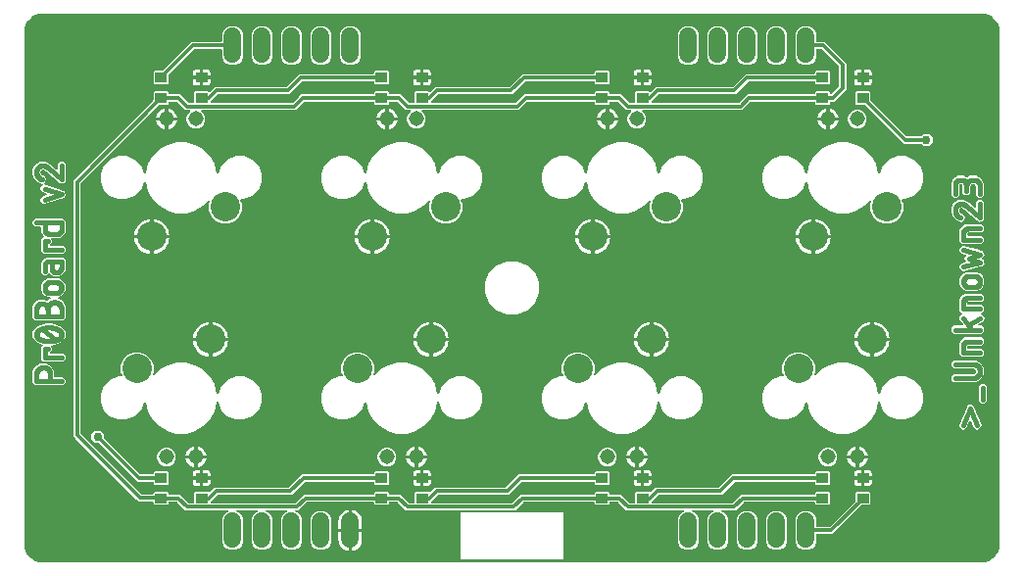
<source format=gbr>
G04 EAGLE Gerber RS-274X export*
G75*
%MOMM*%
%FSLAX34Y34*%
%LPD*%
%INTop Copper*%
%IPPOS*%
%AMOC8*
5,1,8,0,0,1.08239X$1,22.5*%
G01*
%ADD10C,0.381000*%
%ADD11C,2.540000*%
%ADD12C,1.308000*%
%ADD13C,1.524000*%
%ADD14R,1.000000X0.850000*%
%ADD15C,0.304800*%
%ADD16C,0.756400*%

G36*
X838218Y10545D02*
X838218Y10545D01*
X838250Y10543D01*
X840090Y10664D01*
X840113Y10669D01*
X840237Y10688D01*
X843792Y11641D01*
X843806Y11647D01*
X843822Y11649D01*
X843975Y11717D01*
X847162Y13557D01*
X847175Y13567D01*
X847189Y13573D01*
X847320Y13678D01*
X849922Y16280D01*
X849931Y16293D01*
X849944Y16303D01*
X850043Y16438D01*
X851883Y19625D01*
X851889Y19639D01*
X851898Y19652D01*
X851959Y19808D01*
X852912Y23363D01*
X852914Y23387D01*
X852936Y23510D01*
X853057Y25350D01*
X853055Y25369D01*
X853058Y25400D01*
X853058Y469900D01*
X853055Y469918D01*
X853057Y469950D01*
X852936Y471790D01*
X852931Y471813D01*
X852912Y471937D01*
X851959Y475492D01*
X851953Y475506D01*
X851951Y475522D01*
X851883Y475675D01*
X850043Y478862D01*
X850033Y478875D01*
X850027Y478889D01*
X849982Y478945D01*
X849966Y478973D01*
X849948Y478988D01*
X849922Y479020D01*
X847320Y481622D01*
X847307Y481631D01*
X847298Y481644D01*
X847162Y481743D01*
X843975Y483583D01*
X843961Y483589D01*
X843948Y483598D01*
X843792Y483659D01*
X840237Y484612D01*
X840213Y484614D01*
X840090Y484636D01*
X838250Y484757D01*
X838231Y484755D01*
X838200Y484758D01*
X25400Y484758D01*
X25381Y484755D01*
X25350Y484757D01*
X23510Y484636D01*
X23487Y484631D01*
X23363Y484612D01*
X19808Y483659D01*
X19794Y483653D01*
X19778Y483651D01*
X19625Y483583D01*
X16438Y481743D01*
X16425Y481733D01*
X16411Y481727D01*
X16280Y481622D01*
X13678Y479020D01*
X13669Y479007D01*
X13656Y478997D01*
X13557Y478862D01*
X11717Y475675D01*
X11711Y475661D01*
X11702Y475648D01*
X11641Y475492D01*
X10688Y471937D01*
X10686Y471913D01*
X10664Y471790D01*
X10543Y469950D01*
X10545Y469931D01*
X10542Y469900D01*
X10542Y25400D01*
X10545Y25382D01*
X10543Y25350D01*
X10664Y23510D01*
X10669Y23487D01*
X10688Y23363D01*
X11641Y19808D01*
X11647Y19794D01*
X11649Y19778D01*
X11717Y19625D01*
X13557Y16438D01*
X13567Y16425D01*
X13573Y16411D01*
X13678Y16280D01*
X16280Y13678D01*
X16293Y13669D01*
X16303Y13656D01*
X16438Y13557D01*
X19625Y11717D01*
X19639Y11711D01*
X19652Y11702D01*
X19808Y11641D01*
X23363Y10688D01*
X23387Y10686D01*
X23510Y10664D01*
X25350Y10543D01*
X25369Y10545D01*
X25400Y10542D01*
X838200Y10542D01*
X838218Y10545D01*
G37*
%LPC*%
G36*
X188681Y21335D02*
X188681Y21335D01*
X185320Y22727D01*
X182747Y25300D01*
X181355Y28661D01*
X181355Y47539D01*
X182747Y50900D01*
X185320Y53473D01*
X186717Y54051D01*
X186800Y54103D01*
X186886Y54148D01*
X186904Y54167D01*
X186926Y54181D01*
X186988Y54256D01*
X187055Y54326D01*
X187066Y54350D01*
X187083Y54370D01*
X187118Y54461D01*
X187159Y54550D01*
X187162Y54576D01*
X187171Y54600D01*
X187175Y54697D01*
X187186Y54794D01*
X187180Y54819D01*
X187181Y54846D01*
X187154Y54939D01*
X187134Y55034D01*
X187120Y55057D01*
X187113Y55082D01*
X187057Y55162D01*
X187007Y55245D01*
X186988Y55262D01*
X186973Y55284D01*
X186895Y55342D01*
X186821Y55405D01*
X186796Y55415D01*
X186775Y55431D01*
X186683Y55461D01*
X186592Y55497D01*
X186560Y55501D01*
X186541Y55507D01*
X186508Y55507D01*
X186426Y55516D01*
X149675Y55516D01*
X142600Y62591D01*
X142526Y62644D01*
X142456Y62703D01*
X142426Y62716D01*
X142400Y62734D01*
X142313Y62761D01*
X142228Y62795D01*
X142187Y62800D01*
X142165Y62807D01*
X142133Y62806D01*
X142061Y62814D01*
X135836Y62814D01*
X135816Y62811D01*
X135797Y62813D01*
X135695Y62791D01*
X135593Y62774D01*
X135576Y62765D01*
X135556Y62760D01*
X135467Y62707D01*
X135376Y62659D01*
X135362Y62645D01*
X135345Y62634D01*
X135278Y62555D01*
X135206Y62481D01*
X135198Y62463D01*
X135185Y62447D01*
X135146Y62351D01*
X135103Y62258D01*
X135101Y62238D01*
X135093Y62219D01*
X135075Y62053D01*
X135075Y60981D01*
X134182Y60088D01*
X122918Y60088D01*
X122025Y60981D01*
X122025Y62281D01*
X122022Y62300D01*
X122024Y62320D01*
X122002Y62421D01*
X121986Y62523D01*
X121976Y62541D01*
X121972Y62560D01*
X121919Y62649D01*
X121870Y62741D01*
X121856Y62754D01*
X121846Y62771D01*
X121767Y62839D01*
X121692Y62910D01*
X121674Y62918D01*
X121659Y62931D01*
X121563Y62970D01*
X121469Y63014D01*
X121449Y63016D01*
X121431Y63023D01*
X121264Y63042D01*
X109519Y63042D01*
X107510Y65050D01*
X107510Y65051D01*
X54925Y117636D01*
X52916Y119645D01*
X52916Y340615D01*
X121802Y409501D01*
X121855Y409575D01*
X121915Y409645D01*
X121927Y409675D01*
X121946Y409701D01*
X121973Y409788D01*
X122007Y409873D01*
X122011Y409914D01*
X122018Y409936D01*
X122017Y409968D01*
X122025Y410040D01*
X122025Y416819D01*
X122918Y417712D01*
X134182Y417712D01*
X135075Y416819D01*
X135075Y415747D01*
X135078Y415728D01*
X135076Y415708D01*
X135098Y415607D01*
X135114Y415505D01*
X135124Y415487D01*
X135128Y415468D01*
X135181Y415379D01*
X135230Y415287D01*
X135244Y415274D01*
X135254Y415257D01*
X135333Y415189D01*
X135408Y415118D01*
X135426Y415110D01*
X135441Y415097D01*
X135537Y415058D01*
X135631Y415014D01*
X135651Y415012D01*
X135669Y415005D01*
X135836Y414986D01*
X144902Y414986D01*
X151977Y407911D01*
X152051Y407858D01*
X152121Y407799D01*
X152151Y407787D01*
X152177Y407768D01*
X152264Y407741D01*
X152349Y407707D01*
X152390Y407702D01*
X152412Y407695D01*
X152444Y407696D01*
X152516Y407688D01*
X156264Y407688D01*
X156284Y407691D01*
X156303Y407689D01*
X156405Y407711D01*
X156507Y407728D01*
X156524Y407737D01*
X156544Y407742D01*
X156633Y407795D01*
X156724Y407843D01*
X156738Y407857D01*
X156755Y407868D01*
X156822Y407946D01*
X156894Y408021D01*
X156902Y408039D01*
X156915Y408055D01*
X156954Y408151D01*
X156997Y408244D01*
X156999Y408264D01*
X157007Y408283D01*
X157025Y408449D01*
X157025Y416819D01*
X157918Y417712D01*
X169182Y417712D01*
X169734Y417160D01*
X169750Y417148D01*
X169763Y417133D01*
X169850Y417076D01*
X169934Y417016D01*
X169953Y417010D01*
X169970Y417000D01*
X170070Y416974D01*
X170169Y416944D01*
X170189Y416944D01*
X170208Y416939D01*
X170311Y416947D01*
X170415Y416950D01*
X170434Y416957D01*
X170453Y416959D01*
X170548Y416999D01*
X170646Y417035D01*
X170661Y417047D01*
X170680Y417055D01*
X170811Y417160D01*
X174987Y421336D01*
X236528Y421336D01*
X236618Y421351D01*
X236709Y421358D01*
X236739Y421371D01*
X236771Y421376D01*
X236852Y421419D01*
X236935Y421454D01*
X236968Y421480D01*
X236988Y421491D01*
X237010Y421514D01*
X237066Y421559D01*
X247993Y432486D01*
X311764Y432486D01*
X311784Y432489D01*
X311803Y432487D01*
X311905Y432509D01*
X312007Y432526D01*
X312024Y432535D01*
X312044Y432540D01*
X312133Y432593D01*
X312224Y432641D01*
X312238Y432655D01*
X312255Y432666D01*
X312322Y432744D01*
X312394Y432819D01*
X312402Y432837D01*
X312415Y432853D01*
X312454Y432949D01*
X312497Y433042D01*
X312499Y433062D01*
X312507Y433081D01*
X312525Y433247D01*
X312525Y434319D01*
X313418Y435212D01*
X324682Y435212D01*
X325575Y434319D01*
X325575Y424556D01*
X324682Y423663D01*
X313418Y423663D01*
X312525Y424556D01*
X312525Y425628D01*
X312522Y425647D01*
X312524Y425667D01*
X312502Y425768D01*
X312486Y425870D01*
X312476Y425888D01*
X312472Y425907D01*
X312419Y425996D01*
X312370Y426088D01*
X312356Y426101D01*
X312346Y426118D01*
X312267Y426186D01*
X312192Y426257D01*
X312174Y426265D01*
X312159Y426278D01*
X312063Y426317D01*
X311969Y426361D01*
X311949Y426363D01*
X311931Y426370D01*
X311764Y426389D01*
X250834Y426389D01*
X250744Y426374D01*
X250653Y426367D01*
X250624Y426354D01*
X250592Y426349D01*
X250511Y426306D01*
X250427Y426271D01*
X250395Y426245D01*
X250374Y426234D01*
X250352Y426211D01*
X250296Y426166D01*
X239369Y415239D01*
X177828Y415239D01*
X177738Y415224D01*
X177647Y415217D01*
X177617Y415204D01*
X177585Y415199D01*
X177505Y415156D01*
X177421Y415121D01*
X177389Y415095D01*
X177368Y415084D01*
X177346Y415061D01*
X177290Y415016D01*
X173172Y410898D01*
X171262Y408988D01*
X171220Y408930D01*
X171171Y408878D01*
X171149Y408830D01*
X171118Y408788D01*
X171097Y408720D01*
X171067Y408654D01*
X171061Y408603D01*
X171046Y408553D01*
X171048Y408481D01*
X171040Y408410D01*
X171051Y408359D01*
X171052Y408307D01*
X171077Y408240D01*
X171092Y408170D01*
X171119Y408125D01*
X171137Y408076D01*
X171182Y408020D01*
X171218Y407959D01*
X171258Y407925D01*
X171290Y407884D01*
X171351Y407845D01*
X171405Y407799D01*
X171454Y407779D01*
X171497Y407751D01*
X171567Y407734D01*
X171633Y407707D01*
X171705Y407699D01*
X171736Y407691D01*
X171759Y407693D01*
X171800Y407688D01*
X242046Y407688D01*
X242136Y407703D01*
X242227Y407710D01*
X242257Y407723D01*
X242289Y407728D01*
X242369Y407771D01*
X242453Y407806D01*
X242485Y407832D01*
X242506Y407843D01*
X242528Y407866D01*
X242584Y407911D01*
X247650Y412977D01*
X249659Y414986D01*
X311764Y414986D01*
X311784Y414989D01*
X311803Y414987D01*
X311905Y415009D01*
X312007Y415026D01*
X312024Y415035D01*
X312044Y415040D01*
X312133Y415093D01*
X312224Y415141D01*
X312238Y415155D01*
X312255Y415166D01*
X312322Y415244D01*
X312394Y415319D01*
X312402Y415337D01*
X312415Y415353D01*
X312454Y415449D01*
X312497Y415542D01*
X312499Y415562D01*
X312507Y415581D01*
X312525Y415747D01*
X312525Y416819D01*
X313418Y417712D01*
X324682Y417712D01*
X325575Y416819D01*
X325575Y415747D01*
X325578Y415728D01*
X325576Y415708D01*
X325598Y415607D01*
X325614Y415505D01*
X325624Y415487D01*
X325628Y415468D01*
X325681Y415379D01*
X325730Y415287D01*
X325744Y415274D01*
X325754Y415257D01*
X325833Y415189D01*
X325908Y415118D01*
X325926Y415110D01*
X325941Y415097D01*
X326037Y415058D01*
X326131Y415014D01*
X326151Y415012D01*
X326169Y415005D01*
X326336Y414986D01*
X335402Y414986D01*
X342477Y407911D01*
X342551Y407858D01*
X342621Y407799D01*
X342651Y407786D01*
X342677Y407768D01*
X342764Y407741D01*
X342849Y407707D01*
X342890Y407702D01*
X342912Y407695D01*
X342944Y407696D01*
X343016Y407688D01*
X346764Y407688D01*
X346784Y407691D01*
X346803Y407689D01*
X346905Y407711D01*
X347007Y407728D01*
X347024Y407737D01*
X347044Y407742D01*
X347133Y407795D01*
X347224Y407843D01*
X347238Y407857D01*
X347255Y407868D01*
X347322Y407946D01*
X347394Y408021D01*
X347402Y408039D01*
X347415Y408055D01*
X347454Y408151D01*
X347497Y408244D01*
X347499Y408264D01*
X347507Y408283D01*
X347525Y408449D01*
X347525Y416819D01*
X348418Y417712D01*
X359682Y417712D01*
X360234Y417160D01*
X360250Y417148D01*
X360263Y417133D01*
X360350Y417076D01*
X360434Y417016D01*
X360453Y417010D01*
X360470Y417000D01*
X360570Y416974D01*
X360669Y416944D01*
X360689Y416944D01*
X360708Y416939D01*
X360811Y416947D01*
X360915Y416950D01*
X360934Y416957D01*
X360953Y416959D01*
X361048Y416999D01*
X361146Y417035D01*
X361161Y417047D01*
X361180Y417055D01*
X361311Y417160D01*
X365487Y421336D01*
X429409Y421336D01*
X429499Y421351D01*
X429590Y421358D01*
X429620Y421371D01*
X429652Y421376D01*
X429733Y421419D01*
X429817Y421454D01*
X429849Y421480D01*
X429869Y421491D01*
X429892Y421514D01*
X429948Y421559D01*
X440875Y432486D01*
X502264Y432486D01*
X502284Y432489D01*
X502303Y432487D01*
X502405Y432509D01*
X502507Y432526D01*
X502524Y432535D01*
X502544Y432540D01*
X502633Y432593D01*
X502724Y432641D01*
X502738Y432655D01*
X502755Y432666D01*
X502822Y432744D01*
X502894Y432819D01*
X502902Y432837D01*
X502915Y432853D01*
X502954Y432949D01*
X502997Y433042D01*
X502999Y433062D01*
X503007Y433081D01*
X503025Y433247D01*
X503025Y434319D01*
X503918Y435212D01*
X515182Y435212D01*
X516075Y434319D01*
X516075Y424556D01*
X515182Y423663D01*
X503918Y423663D01*
X503025Y424556D01*
X503025Y425628D01*
X503022Y425647D01*
X503024Y425667D01*
X503002Y425768D01*
X502986Y425870D01*
X502976Y425888D01*
X502972Y425907D01*
X502919Y425996D01*
X502870Y426088D01*
X502856Y426101D01*
X502846Y426118D01*
X502767Y426186D01*
X502692Y426257D01*
X502674Y426265D01*
X502659Y426278D01*
X502563Y426317D01*
X502469Y426361D01*
X502449Y426363D01*
X502431Y426370D01*
X502264Y426389D01*
X443716Y426389D01*
X443626Y426374D01*
X443535Y426367D01*
X443505Y426354D01*
X443473Y426349D01*
X443392Y426306D01*
X443308Y426271D01*
X443276Y426245D01*
X443256Y426234D01*
X443233Y426211D01*
X443177Y426166D01*
X432250Y415239D01*
X368328Y415239D01*
X368238Y415224D01*
X368147Y415217D01*
X368117Y415204D01*
X368085Y415199D01*
X368005Y415156D01*
X367921Y415121D01*
X367889Y415095D01*
X367868Y415084D01*
X367846Y415061D01*
X367790Y415016D01*
X363672Y410898D01*
X361762Y408988D01*
X361720Y408930D01*
X361671Y408878D01*
X361649Y408830D01*
X361618Y408788D01*
X361597Y408720D01*
X361567Y408654D01*
X361561Y408603D01*
X361546Y408553D01*
X361548Y408481D01*
X361540Y408410D01*
X361551Y408359D01*
X361552Y408307D01*
X361577Y408240D01*
X361592Y408170D01*
X361619Y408125D01*
X361637Y408076D01*
X361682Y408020D01*
X361718Y407959D01*
X361758Y407925D01*
X361790Y407884D01*
X361851Y407845D01*
X361905Y407799D01*
X361954Y407779D01*
X361997Y407751D01*
X362067Y407734D01*
X362133Y407707D01*
X362205Y407699D01*
X362236Y407691D01*
X362259Y407693D01*
X362300Y407688D01*
X434927Y407688D01*
X435017Y407703D01*
X435108Y407710D01*
X435138Y407723D01*
X435170Y407728D01*
X435251Y407771D01*
X435334Y407806D01*
X435367Y407832D01*
X435387Y407843D01*
X435409Y407866D01*
X435465Y407911D01*
X442540Y414986D01*
X502264Y414986D01*
X502284Y414989D01*
X502303Y414987D01*
X502405Y415009D01*
X502507Y415026D01*
X502524Y415035D01*
X502544Y415040D01*
X502633Y415093D01*
X502724Y415141D01*
X502738Y415155D01*
X502755Y415166D01*
X502822Y415244D01*
X502894Y415319D01*
X502902Y415337D01*
X502915Y415353D01*
X502954Y415449D01*
X502997Y415542D01*
X502999Y415562D01*
X503007Y415581D01*
X503025Y415747D01*
X503025Y416819D01*
X503918Y417712D01*
X515182Y417712D01*
X516075Y416819D01*
X516075Y415747D01*
X516078Y415728D01*
X516076Y415708D01*
X516098Y415607D01*
X516114Y415505D01*
X516124Y415487D01*
X516128Y415468D01*
X516181Y415379D01*
X516230Y415287D01*
X516244Y415274D01*
X516254Y415257D01*
X516333Y415189D01*
X516408Y415118D01*
X516426Y415110D01*
X516441Y415097D01*
X516537Y415058D01*
X516631Y415014D01*
X516651Y415012D01*
X516669Y415005D01*
X516836Y414986D01*
X525902Y414986D01*
X532977Y407911D01*
X533051Y407858D01*
X533121Y407799D01*
X533151Y407786D01*
X533177Y407768D01*
X533264Y407741D01*
X533349Y407707D01*
X533390Y407702D01*
X533412Y407695D01*
X533444Y407696D01*
X533516Y407688D01*
X537264Y407688D01*
X537284Y407691D01*
X537303Y407689D01*
X537405Y407711D01*
X537507Y407728D01*
X537524Y407737D01*
X537544Y407742D01*
X537633Y407795D01*
X537724Y407843D01*
X537738Y407857D01*
X537755Y407868D01*
X537822Y407946D01*
X537894Y408021D01*
X537902Y408039D01*
X537915Y408055D01*
X537954Y408151D01*
X537997Y408244D01*
X537999Y408264D01*
X538007Y408283D01*
X538025Y408449D01*
X538025Y416819D01*
X538918Y417712D01*
X550182Y417712D01*
X550734Y417160D01*
X550750Y417148D01*
X550763Y417133D01*
X550850Y417076D01*
X550934Y417016D01*
X550953Y417010D01*
X550970Y417000D01*
X551070Y416974D01*
X551169Y416944D01*
X551189Y416944D01*
X551208Y416939D01*
X551311Y416947D01*
X551415Y416950D01*
X551434Y416957D01*
X551453Y416959D01*
X551548Y416999D01*
X551646Y417035D01*
X551661Y417047D01*
X551680Y417055D01*
X551811Y417160D01*
X555987Y421336D01*
X622291Y421336D01*
X622381Y421351D01*
X622472Y421358D01*
X622501Y421371D01*
X622533Y421376D01*
X622614Y421419D01*
X622698Y421454D01*
X622730Y421480D01*
X622751Y421491D01*
X622773Y421514D01*
X622829Y421559D01*
X633756Y432486D01*
X692764Y432486D01*
X692784Y432489D01*
X692803Y432487D01*
X692905Y432509D01*
X693007Y432526D01*
X693024Y432535D01*
X693044Y432540D01*
X693133Y432593D01*
X693224Y432641D01*
X693238Y432655D01*
X693255Y432666D01*
X693322Y432744D01*
X693394Y432819D01*
X693402Y432837D01*
X693415Y432853D01*
X693454Y432949D01*
X693497Y433042D01*
X693499Y433062D01*
X693507Y433081D01*
X693525Y433247D01*
X693525Y434319D01*
X694418Y435212D01*
X705682Y435212D01*
X706575Y434319D01*
X706575Y424556D01*
X705682Y423663D01*
X694418Y423663D01*
X693525Y424556D01*
X693525Y425628D01*
X693522Y425647D01*
X693524Y425667D01*
X693502Y425768D01*
X693486Y425870D01*
X693476Y425888D01*
X693472Y425907D01*
X693419Y425996D01*
X693370Y426088D01*
X693356Y426101D01*
X693346Y426118D01*
X693267Y426186D01*
X693192Y426257D01*
X693174Y426265D01*
X693159Y426278D01*
X693063Y426317D01*
X692969Y426361D01*
X692949Y426363D01*
X692931Y426370D01*
X692764Y426389D01*
X636597Y426389D01*
X636507Y426374D01*
X636416Y426367D01*
X636386Y426354D01*
X636354Y426349D01*
X636273Y426306D01*
X636190Y426271D01*
X636157Y426245D01*
X636137Y426234D01*
X636115Y426211D01*
X636059Y426166D01*
X625132Y415239D01*
X558828Y415239D01*
X558738Y415224D01*
X558647Y415217D01*
X558617Y415204D01*
X558585Y415199D01*
X558505Y415156D01*
X558421Y415121D01*
X558389Y415095D01*
X558368Y415084D01*
X558346Y415061D01*
X558290Y415016D01*
X554172Y410898D01*
X552262Y408988D01*
X552220Y408930D01*
X552171Y408878D01*
X552149Y408830D01*
X552118Y408788D01*
X552097Y408720D01*
X552067Y408654D01*
X552061Y408603D01*
X552046Y408553D01*
X552048Y408481D01*
X552040Y408410D01*
X552051Y408359D01*
X552052Y408307D01*
X552077Y408240D01*
X552092Y408170D01*
X552119Y408125D01*
X552137Y408076D01*
X552182Y408020D01*
X552218Y407959D01*
X552258Y407925D01*
X552290Y407884D01*
X552351Y407845D01*
X552405Y407799D01*
X552454Y407779D01*
X552497Y407751D01*
X552567Y407734D01*
X552633Y407707D01*
X552705Y407699D01*
X552736Y407691D01*
X552759Y407693D01*
X552800Y407688D01*
X627808Y407688D01*
X627898Y407703D01*
X627989Y407710D01*
X628019Y407723D01*
X628051Y407728D01*
X628132Y407771D01*
X628216Y407806D01*
X628248Y407832D01*
X628269Y407843D01*
X628291Y407866D01*
X628347Y407911D01*
X635422Y414986D01*
X692764Y414986D01*
X692784Y414989D01*
X692803Y414987D01*
X692905Y415009D01*
X693007Y415026D01*
X693024Y415035D01*
X693044Y415040D01*
X693133Y415093D01*
X693224Y415141D01*
X693238Y415155D01*
X693255Y415166D01*
X693322Y415244D01*
X693394Y415319D01*
X693402Y415337D01*
X693415Y415353D01*
X693454Y415449D01*
X693497Y415542D01*
X693499Y415562D01*
X693507Y415581D01*
X693525Y415747D01*
X693525Y416819D01*
X694418Y417712D01*
X705682Y417712D01*
X706575Y416819D01*
X706575Y415862D01*
X706586Y415791D01*
X706588Y415719D01*
X706606Y415670D01*
X706614Y415619D01*
X706648Y415556D01*
X706673Y415488D01*
X706705Y415448D01*
X706730Y415401D01*
X706782Y415352D01*
X706826Y415296D01*
X706870Y415268D01*
X706908Y415232D01*
X706973Y415202D01*
X707033Y415163D01*
X707084Y415150D01*
X707131Y415128D01*
X707202Y415121D01*
X707272Y415103D01*
X707324Y415107D01*
X707375Y415101D01*
X707446Y415117D01*
X707517Y415122D01*
X707565Y415143D01*
X707616Y415154D01*
X707677Y415190D01*
X707743Y415219D01*
X707799Y415263D01*
X707827Y415280D01*
X707842Y415298D01*
X707874Y415323D01*
X714278Y421727D01*
X714331Y421801D01*
X714391Y421871D01*
X714403Y421901D01*
X714422Y421927D01*
X714449Y422014D01*
X714483Y422099D01*
X714487Y422140D01*
X714494Y422162D01*
X714493Y422194D01*
X714501Y422266D01*
X714501Y438953D01*
X714487Y439043D01*
X714479Y439134D01*
X714467Y439164D01*
X714462Y439196D01*
X714419Y439277D01*
X714383Y439360D01*
X714357Y439393D01*
X714346Y439413D01*
X714323Y439435D01*
X714278Y439491D01*
X699841Y453928D01*
X699767Y453981D01*
X699698Y454041D01*
X699668Y454053D01*
X699642Y454072D01*
X699555Y454099D01*
X699470Y454133D01*
X699429Y454137D01*
X699407Y454144D01*
X699374Y454143D01*
X699303Y454151D01*
X695706Y454151D01*
X695686Y454148D01*
X695667Y454150D01*
X695565Y454128D01*
X695463Y454112D01*
X695446Y454102D01*
X695426Y454098D01*
X695337Y454045D01*
X695246Y453996D01*
X695232Y453982D01*
X695215Y453972D01*
X695148Y453893D01*
X695076Y453818D01*
X695068Y453800D01*
X695055Y453785D01*
X695016Y453689D01*
X694973Y453595D01*
X694971Y453575D01*
X694963Y453557D01*
X694945Y453390D01*
X694945Y447761D01*
X693553Y444400D01*
X690980Y441827D01*
X687619Y440435D01*
X683981Y440435D01*
X680620Y441827D01*
X678047Y444400D01*
X676655Y447761D01*
X676655Y466639D01*
X678047Y470000D01*
X680620Y472573D01*
X683981Y473965D01*
X687619Y473965D01*
X690980Y472573D01*
X693553Y470000D01*
X694945Y466639D01*
X694945Y461010D01*
X694948Y460990D01*
X694946Y460971D01*
X694968Y460869D01*
X694984Y460767D01*
X694994Y460750D01*
X694998Y460730D01*
X695051Y460641D01*
X695100Y460550D01*
X695114Y460536D01*
X695124Y460519D01*
X695203Y460452D01*
X695278Y460380D01*
X695296Y460372D01*
X695311Y460359D01*
X695407Y460320D01*
X695501Y460277D01*
X695521Y460275D01*
X695539Y460267D01*
X695706Y460249D01*
X702144Y460249D01*
X720599Y441794D01*
X720599Y419425D01*
X710063Y408889D01*
X707336Y408889D01*
X707316Y408886D01*
X707297Y408888D01*
X707195Y408866D01*
X707093Y408849D01*
X707076Y408840D01*
X707056Y408835D01*
X706967Y408782D01*
X706876Y408734D01*
X706862Y408720D01*
X706845Y408709D01*
X706778Y408630D01*
X706706Y408556D01*
X706698Y408538D01*
X706685Y408522D01*
X706646Y408426D01*
X706603Y408333D01*
X706601Y408313D01*
X706593Y408294D01*
X706575Y408128D01*
X706575Y407056D01*
X705682Y406163D01*
X694418Y406163D01*
X693525Y407056D01*
X693525Y408128D01*
X693522Y408147D01*
X693524Y408167D01*
X693502Y408268D01*
X693486Y408370D01*
X693476Y408388D01*
X693472Y408407D01*
X693419Y408496D01*
X693370Y408588D01*
X693356Y408601D01*
X693346Y408618D01*
X693267Y408686D01*
X693192Y408757D01*
X693174Y408765D01*
X693159Y408778D01*
X693063Y408817D01*
X692969Y408861D01*
X692949Y408863D01*
X692931Y408870D01*
X692764Y408889D01*
X638263Y408889D01*
X638173Y408874D01*
X638082Y408867D01*
X638052Y408854D01*
X638020Y408849D01*
X637939Y408806D01*
X637855Y408771D01*
X637823Y408745D01*
X637803Y408734D01*
X637780Y408711D01*
X637724Y408666D01*
X630649Y401591D01*
X545102Y401591D01*
X545032Y401579D01*
X544960Y401577D01*
X544911Y401559D01*
X544860Y401551D01*
X544796Y401517D01*
X544729Y401493D01*
X544688Y401460D01*
X544642Y401436D01*
X544593Y401384D01*
X544537Y401339D01*
X544509Y401295D01*
X544473Y401258D01*
X544443Y401193D01*
X544404Y401132D01*
X544391Y401082D01*
X544369Y401035D01*
X544361Y400963D01*
X544344Y400894D01*
X544348Y400842D01*
X544342Y400790D01*
X544357Y400720D01*
X544363Y400649D01*
X544383Y400601D01*
X544394Y400550D01*
X544431Y400488D01*
X544459Y400422D01*
X544504Y400366D01*
X544520Y400339D01*
X544538Y400323D01*
X544564Y400291D01*
X546587Y398268D01*
X547815Y395304D01*
X547815Y392096D01*
X546587Y389132D01*
X544318Y386863D01*
X541354Y385635D01*
X538146Y385635D01*
X535182Y386863D01*
X532913Y389132D01*
X531685Y392096D01*
X531685Y395304D01*
X532913Y398268D01*
X534936Y400291D01*
X534978Y400349D01*
X535027Y400401D01*
X535049Y400449D01*
X535080Y400491D01*
X535101Y400559D01*
X535131Y400625D01*
X535137Y400676D01*
X535152Y400726D01*
X535150Y400798D01*
X535158Y400869D01*
X535147Y400920D01*
X535146Y400972D01*
X535121Y401039D01*
X535106Y401109D01*
X535079Y401154D01*
X535061Y401203D01*
X535016Y401259D01*
X534980Y401320D01*
X534940Y401354D01*
X534907Y401395D01*
X534847Y401434D01*
X534793Y401480D01*
X534744Y401500D01*
X534700Y401528D01*
X534631Y401545D01*
X534564Y401572D01*
X534493Y401580D01*
X534462Y401588D01*
X534439Y401586D01*
X534398Y401591D01*
X530675Y401591D01*
X523600Y408666D01*
X523526Y408719D01*
X523456Y408778D01*
X523426Y408791D01*
X523400Y408809D01*
X523313Y408836D01*
X523228Y408870D01*
X523187Y408875D01*
X523165Y408882D01*
X523133Y408881D01*
X523061Y408889D01*
X516836Y408889D01*
X516816Y408886D01*
X516797Y408888D01*
X516695Y408866D01*
X516593Y408849D01*
X516576Y408840D01*
X516556Y408835D01*
X516467Y408782D01*
X516376Y408734D01*
X516362Y408720D01*
X516345Y408709D01*
X516278Y408630D01*
X516206Y408556D01*
X516198Y408538D01*
X516185Y408522D01*
X516146Y408426D01*
X516103Y408333D01*
X516101Y408313D01*
X516093Y408294D01*
X516075Y408128D01*
X516075Y407056D01*
X515182Y406163D01*
X503918Y406163D01*
X503025Y407056D01*
X503025Y408128D01*
X503022Y408147D01*
X503024Y408167D01*
X503002Y408268D01*
X502986Y408370D01*
X502976Y408388D01*
X502972Y408407D01*
X502919Y408496D01*
X502870Y408588D01*
X502856Y408601D01*
X502846Y408618D01*
X502767Y408686D01*
X502692Y408757D01*
X502674Y408765D01*
X502659Y408778D01*
X502563Y408817D01*
X502469Y408861D01*
X502449Y408863D01*
X502431Y408870D01*
X502264Y408889D01*
X445381Y408889D01*
X445291Y408874D01*
X445200Y408867D01*
X445171Y408854D01*
X445139Y408849D01*
X445058Y408806D01*
X444974Y408771D01*
X444942Y408745D01*
X444921Y408734D01*
X444899Y408711D01*
X444843Y408666D01*
X437768Y401591D01*
X354602Y401591D01*
X354532Y401579D01*
X354460Y401577D01*
X354411Y401559D01*
X354360Y401551D01*
X354296Y401517D01*
X354229Y401493D01*
X354188Y401460D01*
X354142Y401436D01*
X354093Y401384D01*
X354037Y401339D01*
X354009Y401295D01*
X353973Y401258D01*
X353943Y401193D01*
X353904Y401132D01*
X353891Y401082D01*
X353869Y401035D01*
X353861Y400963D01*
X353844Y400894D01*
X353848Y400842D01*
X353842Y400790D01*
X353857Y400720D01*
X353863Y400649D01*
X353883Y400601D01*
X353894Y400550D01*
X353931Y400488D01*
X353959Y400422D01*
X354004Y400366D01*
X354020Y400339D01*
X354038Y400323D01*
X354064Y400291D01*
X356087Y398268D01*
X357315Y395304D01*
X357315Y392096D01*
X356087Y389132D01*
X353818Y386863D01*
X350854Y385635D01*
X347646Y385635D01*
X344682Y386863D01*
X342413Y389132D01*
X341185Y392096D01*
X341185Y395304D01*
X342413Y398268D01*
X344436Y400291D01*
X344478Y400349D01*
X344527Y400401D01*
X344549Y400449D01*
X344580Y400491D01*
X344601Y400559D01*
X344631Y400625D01*
X344637Y400676D01*
X344652Y400726D01*
X344650Y400798D01*
X344658Y400869D01*
X344647Y400920D01*
X344646Y400972D01*
X344621Y401039D01*
X344606Y401109D01*
X344579Y401154D01*
X344561Y401203D01*
X344516Y401259D01*
X344480Y401320D01*
X344440Y401354D01*
X344407Y401395D01*
X344347Y401434D01*
X344293Y401480D01*
X344244Y401500D01*
X344200Y401528D01*
X344131Y401545D01*
X344064Y401572D01*
X343993Y401580D01*
X343962Y401588D01*
X343939Y401586D01*
X343898Y401591D01*
X340175Y401591D01*
X333100Y408666D01*
X333026Y408719D01*
X332956Y408778D01*
X332926Y408791D01*
X332900Y408809D01*
X332813Y408836D01*
X332728Y408870D01*
X332687Y408875D01*
X332665Y408882D01*
X332633Y408881D01*
X332561Y408889D01*
X326336Y408889D01*
X326316Y408886D01*
X326297Y408888D01*
X326195Y408866D01*
X326093Y408849D01*
X326076Y408840D01*
X326056Y408835D01*
X325967Y408782D01*
X325876Y408734D01*
X325862Y408720D01*
X325845Y408709D01*
X325778Y408630D01*
X325706Y408556D01*
X325698Y408538D01*
X325685Y408522D01*
X325646Y408426D01*
X325603Y408333D01*
X325601Y408313D01*
X325593Y408294D01*
X325575Y408128D01*
X325575Y407056D01*
X324682Y406163D01*
X313418Y406163D01*
X312525Y407056D01*
X312525Y408128D01*
X312522Y408147D01*
X312524Y408167D01*
X312502Y408268D01*
X312486Y408370D01*
X312476Y408388D01*
X312472Y408407D01*
X312419Y408496D01*
X312370Y408588D01*
X312356Y408601D01*
X312346Y408618D01*
X312267Y408686D01*
X312192Y408757D01*
X312174Y408765D01*
X312159Y408778D01*
X312063Y408817D01*
X311969Y408861D01*
X311949Y408863D01*
X311931Y408870D01*
X311764Y408889D01*
X252500Y408889D01*
X252410Y408874D01*
X252319Y408867D01*
X252289Y408854D01*
X252257Y408849D01*
X252177Y408806D01*
X252093Y408771D01*
X252061Y408745D01*
X252040Y408734D01*
X252018Y408711D01*
X251962Y408666D01*
X246896Y403600D01*
X244887Y401591D01*
X164102Y401591D01*
X164032Y401579D01*
X163960Y401577D01*
X163911Y401559D01*
X163860Y401551D01*
X163796Y401517D01*
X163729Y401493D01*
X163688Y401460D01*
X163642Y401436D01*
X163593Y401384D01*
X163537Y401339D01*
X163509Y401295D01*
X163473Y401258D01*
X163443Y401193D01*
X163404Y401132D01*
X163391Y401082D01*
X163369Y401035D01*
X163361Y400963D01*
X163344Y400894D01*
X163348Y400842D01*
X163342Y400790D01*
X163357Y400720D01*
X163363Y400649D01*
X163383Y400601D01*
X163394Y400550D01*
X163431Y400488D01*
X163459Y400422D01*
X163504Y400366D01*
X163520Y400339D01*
X163538Y400323D01*
X163564Y400291D01*
X165587Y398268D01*
X166815Y395304D01*
X166815Y392096D01*
X165587Y389132D01*
X163318Y386863D01*
X160354Y385635D01*
X157146Y385635D01*
X154182Y386863D01*
X151913Y389132D01*
X150685Y392096D01*
X150685Y395304D01*
X151913Y398268D01*
X153936Y400291D01*
X153978Y400349D01*
X154027Y400401D01*
X154049Y400449D01*
X154080Y400491D01*
X154101Y400559D01*
X154131Y400625D01*
X154137Y400676D01*
X154152Y400726D01*
X154150Y400798D01*
X154158Y400869D01*
X154147Y400920D01*
X154146Y400972D01*
X154121Y401039D01*
X154106Y401109D01*
X154079Y401154D01*
X154061Y401203D01*
X154016Y401259D01*
X153980Y401320D01*
X153940Y401354D01*
X153907Y401395D01*
X153847Y401434D01*
X153793Y401480D01*
X153744Y401500D01*
X153700Y401528D01*
X153631Y401545D01*
X153564Y401572D01*
X153493Y401580D01*
X153462Y401588D01*
X153439Y401586D01*
X153398Y401591D01*
X149675Y401591D01*
X147666Y403599D01*
X147666Y403600D01*
X142600Y408666D01*
X142526Y408719D01*
X142456Y408778D01*
X142426Y408791D01*
X142400Y408809D01*
X142313Y408836D01*
X142228Y408870D01*
X142187Y408875D01*
X142165Y408882D01*
X142133Y408881D01*
X142061Y408889D01*
X135836Y408889D01*
X135816Y408886D01*
X135797Y408888D01*
X135695Y408866D01*
X135593Y408849D01*
X135576Y408840D01*
X135556Y408835D01*
X135467Y408782D01*
X135376Y408734D01*
X135362Y408720D01*
X135345Y408709D01*
X135278Y408630D01*
X135206Y408556D01*
X135198Y408538D01*
X135185Y408522D01*
X135146Y408426D01*
X135103Y408333D01*
X135101Y408313D01*
X135093Y408294D01*
X135075Y408128D01*
X135075Y407056D01*
X134182Y406163D01*
X127402Y406163D01*
X127312Y406148D01*
X127221Y406141D01*
X127191Y406128D01*
X127159Y406123D01*
X127079Y406080D01*
X126995Y406045D01*
X126963Y406019D01*
X126942Y406008D01*
X126920Y405985D01*
X126864Y405940D01*
X59236Y338312D01*
X59183Y338238D01*
X59124Y338169D01*
X59112Y338139D01*
X59093Y338112D01*
X59066Y338026D01*
X59032Y337941D01*
X59027Y337900D01*
X59020Y337877D01*
X59021Y337845D01*
X59013Y337774D01*
X59013Y122486D01*
X59028Y122396D01*
X59035Y122305D01*
X59048Y122275D01*
X59053Y122243D01*
X59096Y122162D01*
X59132Y122078D01*
X59157Y122046D01*
X59168Y122026D01*
X59192Y122003D01*
X59236Y121947D01*
X111821Y69362D01*
X111895Y69309D01*
X111965Y69250D01*
X111995Y69237D01*
X112021Y69219D01*
X112108Y69192D01*
X112193Y69158D01*
X112234Y69153D01*
X112256Y69146D01*
X112288Y69147D01*
X112360Y69139D01*
X121264Y69139D01*
X121284Y69142D01*
X121303Y69140D01*
X121405Y69162D01*
X121507Y69179D01*
X121524Y69188D01*
X121544Y69193D01*
X121633Y69246D01*
X121724Y69294D01*
X121738Y69308D01*
X121755Y69319D01*
X121822Y69397D01*
X121894Y69472D01*
X121902Y69490D01*
X121915Y69506D01*
X121954Y69602D01*
X121997Y69695D01*
X121999Y69715D01*
X122007Y69734D01*
X122025Y69900D01*
X122025Y70744D01*
X122918Y71637D01*
X134182Y71637D01*
X135075Y70744D01*
X135075Y69672D01*
X135078Y69653D01*
X135076Y69633D01*
X135098Y69532D01*
X135114Y69430D01*
X135124Y69412D01*
X135128Y69393D01*
X135181Y69304D01*
X135230Y69212D01*
X135244Y69199D01*
X135254Y69182D01*
X135333Y69114D01*
X135408Y69043D01*
X135426Y69035D01*
X135441Y69022D01*
X135537Y68983D01*
X135631Y68939D01*
X135651Y68937D01*
X135669Y68930D01*
X135836Y68911D01*
X144902Y68911D01*
X151977Y61836D01*
X152051Y61783D01*
X152121Y61724D01*
X152151Y61711D01*
X152177Y61693D01*
X152264Y61666D01*
X152349Y61632D01*
X152390Y61627D01*
X152412Y61620D01*
X152444Y61621D01*
X152516Y61613D01*
X156264Y61613D01*
X156284Y61616D01*
X156303Y61614D01*
X156405Y61636D01*
X156507Y61653D01*
X156524Y61662D01*
X156544Y61667D01*
X156633Y61720D01*
X156724Y61768D01*
X156738Y61782D01*
X156755Y61793D01*
X156822Y61871D01*
X156894Y61946D01*
X156902Y61964D01*
X156915Y61980D01*
X156954Y62076D01*
X156997Y62169D01*
X156999Y62189D01*
X157007Y62208D01*
X157025Y62374D01*
X157025Y70744D01*
X157918Y71637D01*
X169182Y71637D01*
X169734Y71085D01*
X169750Y71073D01*
X169763Y71058D01*
X169850Y71001D01*
X169934Y70941D01*
X169953Y70935D01*
X169970Y70925D01*
X170070Y70899D01*
X170169Y70869D01*
X170189Y70869D01*
X170208Y70864D01*
X170311Y70872D01*
X170415Y70875D01*
X170434Y70882D01*
X170453Y70884D01*
X170548Y70924D01*
X170646Y70960D01*
X170661Y70972D01*
X170680Y70980D01*
X170811Y71085D01*
X174987Y75261D01*
X238909Y75261D01*
X238999Y75276D01*
X239090Y75283D01*
X239120Y75296D01*
X239152Y75301D01*
X239233Y75344D01*
X239317Y75379D01*
X239349Y75405D01*
X239369Y75416D01*
X239392Y75439D01*
X239448Y75484D01*
X250375Y86411D01*
X311764Y86411D01*
X311784Y86414D01*
X311803Y86412D01*
X311905Y86434D01*
X312007Y86451D01*
X312024Y86460D01*
X312044Y86465D01*
X312133Y86518D01*
X312224Y86566D01*
X312238Y86580D01*
X312255Y86591D01*
X312322Y86669D01*
X312394Y86744D01*
X312402Y86762D01*
X312415Y86778D01*
X312454Y86874D01*
X312497Y86967D01*
X312499Y86987D01*
X312507Y87006D01*
X312525Y87172D01*
X312525Y88244D01*
X313418Y89137D01*
X324682Y89137D01*
X325575Y88244D01*
X325575Y78481D01*
X324682Y77588D01*
X313418Y77588D01*
X312525Y78481D01*
X312525Y79553D01*
X312522Y79572D01*
X312524Y79592D01*
X312502Y79693D01*
X312486Y79795D01*
X312476Y79813D01*
X312472Y79832D01*
X312419Y79921D01*
X312370Y80013D01*
X312356Y80026D01*
X312346Y80043D01*
X312267Y80111D01*
X312192Y80182D01*
X312174Y80190D01*
X312159Y80203D01*
X312063Y80242D01*
X311969Y80286D01*
X311949Y80288D01*
X311931Y80295D01*
X311764Y80314D01*
X253216Y80314D01*
X253126Y80299D01*
X253035Y80292D01*
X253005Y80279D01*
X252973Y80274D01*
X252892Y80231D01*
X252808Y80196D01*
X252776Y80170D01*
X252756Y80159D01*
X252733Y80136D01*
X252677Y80091D01*
X241750Y69164D01*
X177828Y69164D01*
X177738Y69149D01*
X177647Y69142D01*
X177617Y69129D01*
X177585Y69124D01*
X177505Y69081D01*
X177421Y69046D01*
X177389Y69020D01*
X177368Y69009D01*
X177363Y69004D01*
X177362Y69003D01*
X177345Y68985D01*
X177290Y68941D01*
X171262Y62913D01*
X171220Y62855D01*
X171171Y62803D01*
X171149Y62755D01*
X171118Y62713D01*
X171097Y62645D01*
X171067Y62579D01*
X171061Y62528D01*
X171046Y62478D01*
X171048Y62406D01*
X171040Y62335D01*
X171051Y62284D01*
X171052Y62232D01*
X171077Y62165D01*
X171092Y62095D01*
X171119Y62050D01*
X171137Y62001D01*
X171182Y61945D01*
X171218Y61884D01*
X171258Y61850D01*
X171290Y61809D01*
X171351Y61770D01*
X171405Y61724D01*
X171454Y61704D01*
X171497Y61676D01*
X171567Y61659D01*
X171633Y61632D01*
X171705Y61624D01*
X171736Y61616D01*
X171759Y61618D01*
X171800Y61613D01*
X244427Y61613D01*
X244517Y61628D01*
X244608Y61635D01*
X244638Y61648D01*
X244670Y61653D01*
X244751Y61696D01*
X244834Y61731D01*
X244867Y61757D01*
X244887Y61768D01*
X244909Y61791D01*
X244965Y61836D01*
X252040Y68911D01*
X311764Y68911D01*
X311784Y68914D01*
X311803Y68912D01*
X311905Y68934D01*
X312007Y68951D01*
X312024Y68960D01*
X312044Y68965D01*
X312133Y69018D01*
X312224Y69066D01*
X312238Y69080D01*
X312255Y69091D01*
X312322Y69169D01*
X312394Y69244D01*
X312402Y69262D01*
X312415Y69278D01*
X312454Y69374D01*
X312497Y69467D01*
X312499Y69487D01*
X312507Y69506D01*
X312525Y69672D01*
X312525Y70744D01*
X313418Y71637D01*
X324682Y71637D01*
X325575Y70744D01*
X325575Y69672D01*
X325578Y69653D01*
X325576Y69633D01*
X325598Y69532D01*
X325614Y69430D01*
X325624Y69412D01*
X325628Y69393D01*
X325681Y69304D01*
X325730Y69212D01*
X325744Y69199D01*
X325754Y69182D01*
X325833Y69114D01*
X325908Y69043D01*
X325926Y69035D01*
X325941Y69022D01*
X326037Y68983D01*
X326131Y68939D01*
X326151Y68937D01*
X326169Y68930D01*
X326336Y68911D01*
X335402Y68911D01*
X342477Y61836D01*
X342551Y61783D01*
X342621Y61724D01*
X342651Y61711D01*
X342677Y61693D01*
X342764Y61666D01*
X342849Y61632D01*
X342890Y61627D01*
X342912Y61620D01*
X342944Y61621D01*
X343016Y61613D01*
X346764Y61613D01*
X346784Y61616D01*
X346803Y61614D01*
X346905Y61636D01*
X347007Y61653D01*
X347024Y61662D01*
X347044Y61667D01*
X347133Y61720D01*
X347224Y61768D01*
X347238Y61782D01*
X347255Y61793D01*
X347322Y61871D01*
X347394Y61946D01*
X347402Y61964D01*
X347415Y61980D01*
X347454Y62076D01*
X347497Y62169D01*
X347499Y62189D01*
X347507Y62208D01*
X347525Y62374D01*
X347525Y70744D01*
X348418Y71637D01*
X359682Y71637D01*
X360234Y71085D01*
X360250Y71073D01*
X360263Y71058D01*
X360350Y71001D01*
X360434Y70941D01*
X360453Y70935D01*
X360470Y70925D01*
X360570Y70899D01*
X360669Y70869D01*
X360689Y70869D01*
X360708Y70864D01*
X360811Y70872D01*
X360915Y70875D01*
X360934Y70882D01*
X360953Y70884D01*
X361048Y70924D01*
X361146Y70960D01*
X361161Y70972D01*
X361180Y70980D01*
X361311Y71085D01*
X365487Y75261D01*
X426234Y75261D01*
X426324Y75276D01*
X426415Y75283D01*
X426445Y75296D01*
X426477Y75301D01*
X426558Y75344D01*
X426642Y75379D01*
X426674Y75405D01*
X426694Y75416D01*
X426717Y75439D01*
X426773Y75484D01*
X437700Y86411D01*
X502264Y86411D01*
X502284Y86414D01*
X502303Y86412D01*
X502405Y86434D01*
X502507Y86451D01*
X502524Y86460D01*
X502544Y86465D01*
X502633Y86518D01*
X502724Y86566D01*
X502738Y86580D01*
X502755Y86591D01*
X502822Y86669D01*
X502894Y86744D01*
X502902Y86762D01*
X502915Y86778D01*
X502954Y86874D01*
X502997Y86967D01*
X502999Y86987D01*
X503007Y87006D01*
X503025Y87172D01*
X503025Y88244D01*
X503918Y89137D01*
X515182Y89137D01*
X516075Y88244D01*
X516075Y78481D01*
X515182Y77588D01*
X503918Y77588D01*
X503025Y78481D01*
X503025Y79553D01*
X503022Y79572D01*
X503024Y79592D01*
X503002Y79693D01*
X502986Y79795D01*
X502976Y79813D01*
X502972Y79832D01*
X502919Y79921D01*
X502870Y80013D01*
X502856Y80026D01*
X502846Y80043D01*
X502767Y80111D01*
X502692Y80182D01*
X502674Y80190D01*
X502659Y80203D01*
X502563Y80242D01*
X502469Y80286D01*
X502449Y80288D01*
X502431Y80295D01*
X502264Y80314D01*
X440541Y80314D01*
X440451Y80299D01*
X440360Y80292D01*
X440330Y80279D01*
X440298Y80274D01*
X440217Y80231D01*
X440133Y80196D01*
X440101Y80170D01*
X440081Y80159D01*
X440058Y80136D01*
X440002Y80091D01*
X429075Y69164D01*
X368328Y69164D01*
X368238Y69149D01*
X368147Y69142D01*
X368117Y69129D01*
X368085Y69124D01*
X368005Y69081D01*
X367921Y69046D01*
X367889Y69020D01*
X367868Y69009D01*
X367863Y69004D01*
X367862Y69003D01*
X367845Y68985D01*
X367790Y68941D01*
X361762Y62913D01*
X361720Y62855D01*
X361671Y62803D01*
X361649Y62755D01*
X361618Y62713D01*
X361597Y62645D01*
X361567Y62579D01*
X361561Y62528D01*
X361546Y62478D01*
X361548Y62406D01*
X361540Y62335D01*
X361551Y62284D01*
X361552Y62232D01*
X361577Y62165D01*
X361592Y62095D01*
X361619Y62050D01*
X361637Y62001D01*
X361682Y61945D01*
X361718Y61884D01*
X361758Y61850D01*
X361790Y61809D01*
X361851Y61770D01*
X361905Y61724D01*
X361954Y61704D01*
X361997Y61676D01*
X362067Y61659D01*
X362133Y61632D01*
X362205Y61624D01*
X362236Y61616D01*
X362259Y61618D01*
X362300Y61613D01*
X431752Y61613D01*
X431842Y61628D01*
X431933Y61635D01*
X431963Y61648D01*
X431995Y61653D01*
X432076Y61696D01*
X432159Y61731D01*
X432192Y61757D01*
X432212Y61768D01*
X432234Y61791D01*
X432290Y61836D01*
X439365Y68911D01*
X502264Y68911D01*
X502284Y68914D01*
X502303Y68912D01*
X502405Y68934D01*
X502507Y68951D01*
X502524Y68960D01*
X502544Y68965D01*
X502633Y69018D01*
X502724Y69066D01*
X502738Y69080D01*
X502755Y69091D01*
X502822Y69169D01*
X502894Y69244D01*
X502902Y69262D01*
X502915Y69278D01*
X502954Y69374D01*
X502997Y69467D01*
X502999Y69487D01*
X503007Y69506D01*
X503025Y69672D01*
X503025Y70744D01*
X503918Y71637D01*
X515182Y71637D01*
X516075Y70744D01*
X516075Y69672D01*
X516078Y69653D01*
X516076Y69633D01*
X516098Y69532D01*
X516114Y69430D01*
X516124Y69412D01*
X516128Y69393D01*
X516181Y69304D01*
X516230Y69212D01*
X516244Y69199D01*
X516254Y69182D01*
X516333Y69114D01*
X516408Y69043D01*
X516426Y69035D01*
X516441Y69022D01*
X516537Y68983D01*
X516631Y68939D01*
X516651Y68937D01*
X516669Y68930D01*
X516836Y68911D01*
X525902Y68911D01*
X532977Y61836D01*
X533051Y61783D01*
X533121Y61724D01*
X533151Y61711D01*
X533177Y61693D01*
X533264Y61666D01*
X533349Y61632D01*
X533390Y61627D01*
X533412Y61620D01*
X533444Y61621D01*
X533516Y61613D01*
X537264Y61613D01*
X537284Y61616D01*
X537303Y61614D01*
X537405Y61636D01*
X537507Y61653D01*
X537524Y61662D01*
X537544Y61667D01*
X537633Y61720D01*
X537724Y61768D01*
X537738Y61782D01*
X537755Y61793D01*
X537822Y61871D01*
X537894Y61946D01*
X537902Y61964D01*
X537915Y61980D01*
X537954Y62076D01*
X537997Y62169D01*
X537999Y62189D01*
X538007Y62208D01*
X538025Y62374D01*
X538025Y70744D01*
X538918Y71637D01*
X550182Y71637D01*
X550734Y71085D01*
X550750Y71073D01*
X550763Y71058D01*
X550850Y71001D01*
X550934Y70941D01*
X550953Y70935D01*
X550970Y70925D01*
X551070Y70899D01*
X551169Y70869D01*
X551189Y70869D01*
X551208Y70864D01*
X551311Y70872D01*
X551415Y70875D01*
X551434Y70882D01*
X551453Y70884D01*
X551548Y70924D01*
X551646Y70960D01*
X551661Y70972D01*
X551680Y70980D01*
X551811Y71085D01*
X555987Y75261D01*
X610384Y75261D01*
X610474Y75276D01*
X610565Y75283D01*
X610595Y75296D01*
X610627Y75301D01*
X610708Y75344D01*
X610792Y75379D01*
X610824Y75405D01*
X610844Y75416D01*
X610867Y75439D01*
X610923Y75484D01*
X621850Y86411D01*
X692764Y86411D01*
X692784Y86414D01*
X692803Y86412D01*
X692905Y86434D01*
X693007Y86451D01*
X693024Y86460D01*
X693044Y86465D01*
X693133Y86518D01*
X693224Y86566D01*
X693238Y86580D01*
X693255Y86591D01*
X693322Y86669D01*
X693394Y86744D01*
X693402Y86762D01*
X693415Y86778D01*
X693454Y86874D01*
X693497Y86967D01*
X693499Y86987D01*
X693507Y87006D01*
X693525Y87172D01*
X693525Y88244D01*
X694418Y89137D01*
X705682Y89137D01*
X706575Y88244D01*
X706575Y78481D01*
X705682Y77588D01*
X694418Y77588D01*
X693525Y78481D01*
X693525Y79553D01*
X693522Y79572D01*
X693524Y79592D01*
X693502Y79693D01*
X693486Y79795D01*
X693476Y79813D01*
X693472Y79832D01*
X693419Y79921D01*
X693370Y80013D01*
X693356Y80026D01*
X693346Y80043D01*
X693267Y80111D01*
X693192Y80182D01*
X693174Y80190D01*
X693159Y80203D01*
X693063Y80242D01*
X692969Y80286D01*
X692949Y80288D01*
X692931Y80295D01*
X692764Y80314D01*
X624691Y80314D01*
X624601Y80299D01*
X624510Y80292D01*
X624480Y80279D01*
X624448Y80274D01*
X624367Y80231D01*
X624283Y80196D01*
X624251Y80170D01*
X624231Y80159D01*
X624208Y80136D01*
X624152Y80091D01*
X613225Y69164D01*
X558828Y69164D01*
X558738Y69149D01*
X558647Y69142D01*
X558617Y69129D01*
X558585Y69124D01*
X558505Y69081D01*
X558421Y69046D01*
X558389Y69020D01*
X558368Y69009D01*
X558363Y69004D01*
X558362Y69003D01*
X558345Y68985D01*
X558290Y68941D01*
X552262Y62913D01*
X552220Y62855D01*
X552171Y62803D01*
X552149Y62755D01*
X552118Y62713D01*
X552097Y62645D01*
X552067Y62579D01*
X552061Y62528D01*
X552046Y62478D01*
X552048Y62406D01*
X552040Y62335D01*
X552051Y62284D01*
X552052Y62232D01*
X552077Y62165D01*
X552092Y62095D01*
X552119Y62050D01*
X552137Y62001D01*
X552182Y61945D01*
X552218Y61884D01*
X552258Y61850D01*
X552290Y61809D01*
X552351Y61770D01*
X552405Y61724D01*
X552454Y61704D01*
X552497Y61676D01*
X552567Y61659D01*
X552633Y61632D01*
X552705Y61624D01*
X552736Y61616D01*
X552759Y61618D01*
X552800Y61613D01*
X622252Y61613D01*
X622342Y61628D01*
X622433Y61635D01*
X622463Y61648D01*
X622495Y61653D01*
X622576Y61696D01*
X622659Y61731D01*
X622692Y61757D01*
X622712Y61768D01*
X622734Y61791D01*
X622790Y61836D01*
X629865Y68911D01*
X692764Y68911D01*
X692784Y68914D01*
X692803Y68912D01*
X692905Y68934D01*
X693007Y68951D01*
X693024Y68960D01*
X693044Y68965D01*
X693133Y69018D01*
X693224Y69066D01*
X693238Y69080D01*
X693255Y69091D01*
X693322Y69169D01*
X693394Y69244D01*
X693402Y69262D01*
X693415Y69278D01*
X693454Y69374D01*
X693497Y69467D01*
X693499Y69487D01*
X693507Y69506D01*
X693525Y69672D01*
X693525Y70744D01*
X694418Y71637D01*
X705682Y71637D01*
X706575Y70744D01*
X706575Y60981D01*
X705682Y60088D01*
X694418Y60088D01*
X693525Y60981D01*
X693525Y62053D01*
X693522Y62072D01*
X693524Y62092D01*
X693502Y62193D01*
X693486Y62295D01*
X693476Y62313D01*
X693472Y62332D01*
X693419Y62421D01*
X693370Y62513D01*
X693356Y62526D01*
X693346Y62543D01*
X693267Y62611D01*
X693192Y62682D01*
X693174Y62690D01*
X693159Y62703D01*
X693063Y62742D01*
X692969Y62786D01*
X692949Y62788D01*
X692931Y62795D01*
X692764Y62814D01*
X632706Y62814D01*
X632616Y62799D01*
X632525Y62792D01*
X632496Y62779D01*
X632464Y62774D01*
X632383Y62731D01*
X632299Y62696D01*
X632267Y62670D01*
X632246Y62659D01*
X632224Y62636D01*
X632168Y62591D01*
X625093Y55516D01*
X613674Y55516D01*
X613578Y55500D01*
X613481Y55491D01*
X613457Y55480D01*
X613432Y55476D01*
X613346Y55431D01*
X613257Y55391D01*
X613237Y55373D01*
X613214Y55361D01*
X613147Y55290D01*
X613075Y55224D01*
X613063Y55202D01*
X613045Y55183D01*
X613004Y55094D01*
X612957Y55009D01*
X612952Y54983D01*
X612941Y54960D01*
X612930Y54863D01*
X612913Y54767D01*
X612917Y54741D01*
X612914Y54715D01*
X612935Y54620D01*
X612949Y54524D01*
X612961Y54500D01*
X612966Y54475D01*
X613016Y54391D01*
X613060Y54304D01*
X613079Y54286D01*
X613093Y54264D01*
X613166Y54200D01*
X613236Y54132D01*
X613265Y54116D01*
X613279Y54104D01*
X613310Y54091D01*
X613383Y54051D01*
X614780Y53473D01*
X617353Y50900D01*
X618745Y47539D01*
X618745Y28661D01*
X617353Y25300D01*
X614780Y22727D01*
X611419Y21335D01*
X607781Y21335D01*
X604420Y22727D01*
X601847Y25300D01*
X600455Y28661D01*
X600455Y47539D01*
X601847Y50900D01*
X604420Y53473D01*
X605817Y54051D01*
X605900Y54103D01*
X605986Y54148D01*
X606004Y54167D01*
X606026Y54181D01*
X606088Y54256D01*
X606155Y54326D01*
X606166Y54350D01*
X606183Y54370D01*
X606218Y54461D01*
X606259Y54550D01*
X606262Y54576D01*
X606271Y54600D01*
X606275Y54697D01*
X606286Y54794D01*
X606280Y54819D01*
X606281Y54846D01*
X606254Y54939D01*
X606234Y55034D01*
X606220Y55057D01*
X606213Y55082D01*
X606157Y55162D01*
X606107Y55245D01*
X606088Y55262D01*
X606073Y55284D01*
X605995Y55342D01*
X605921Y55405D01*
X605896Y55415D01*
X605875Y55431D01*
X605783Y55461D01*
X605692Y55497D01*
X605660Y55501D01*
X605641Y55507D01*
X605608Y55507D01*
X605526Y55516D01*
X588274Y55516D01*
X588178Y55500D01*
X588081Y55491D01*
X588057Y55480D01*
X588032Y55476D01*
X587946Y55431D01*
X587857Y55391D01*
X587837Y55373D01*
X587814Y55361D01*
X587747Y55290D01*
X587675Y55224D01*
X587663Y55202D01*
X587645Y55183D01*
X587604Y55094D01*
X587557Y55009D01*
X587552Y54983D01*
X587541Y54960D01*
X587530Y54863D01*
X587513Y54767D01*
X587517Y54741D01*
X587514Y54715D01*
X587535Y54620D01*
X587549Y54524D01*
X587561Y54500D01*
X587566Y54475D01*
X587616Y54391D01*
X587660Y54304D01*
X587679Y54286D01*
X587693Y54264D01*
X587766Y54200D01*
X587836Y54132D01*
X587865Y54116D01*
X587879Y54104D01*
X587910Y54091D01*
X587983Y54051D01*
X589380Y53473D01*
X591953Y50900D01*
X593345Y47539D01*
X593345Y28661D01*
X591953Y25300D01*
X589380Y22727D01*
X586019Y21335D01*
X582381Y21335D01*
X579020Y22727D01*
X576447Y25300D01*
X575055Y28661D01*
X575055Y47539D01*
X576447Y50900D01*
X579020Y53473D01*
X580417Y54051D01*
X580500Y54103D01*
X580586Y54148D01*
X580604Y54167D01*
X580626Y54181D01*
X580688Y54256D01*
X580755Y54326D01*
X580766Y54350D01*
X580783Y54370D01*
X580818Y54461D01*
X580859Y54550D01*
X580862Y54576D01*
X580871Y54600D01*
X580875Y54697D01*
X580886Y54794D01*
X580880Y54819D01*
X580881Y54846D01*
X580854Y54939D01*
X580834Y55034D01*
X580820Y55057D01*
X580813Y55082D01*
X580757Y55162D01*
X580707Y55245D01*
X580688Y55262D01*
X580673Y55284D01*
X580595Y55342D01*
X580521Y55405D01*
X580496Y55415D01*
X580475Y55431D01*
X580383Y55461D01*
X580292Y55497D01*
X580260Y55501D01*
X580241Y55507D01*
X580208Y55507D01*
X580126Y55516D01*
X530675Y55516D01*
X523600Y62591D01*
X523526Y62644D01*
X523456Y62703D01*
X523426Y62716D01*
X523400Y62734D01*
X523313Y62761D01*
X523228Y62795D01*
X523187Y62800D01*
X523165Y62807D01*
X523133Y62806D01*
X523061Y62814D01*
X516836Y62814D01*
X516816Y62811D01*
X516797Y62813D01*
X516695Y62791D01*
X516593Y62774D01*
X516576Y62765D01*
X516556Y62760D01*
X516467Y62707D01*
X516376Y62659D01*
X516362Y62645D01*
X516345Y62634D01*
X516278Y62555D01*
X516206Y62481D01*
X516198Y62463D01*
X516185Y62447D01*
X516146Y62351D01*
X516103Y62258D01*
X516101Y62238D01*
X516093Y62219D01*
X516075Y62053D01*
X516075Y60981D01*
X515182Y60088D01*
X503918Y60088D01*
X503025Y60981D01*
X503025Y62053D01*
X503022Y62072D01*
X503024Y62092D01*
X503002Y62193D01*
X502986Y62295D01*
X502976Y62313D01*
X502972Y62332D01*
X502919Y62421D01*
X502870Y62513D01*
X502856Y62526D01*
X502846Y62543D01*
X502767Y62611D01*
X502692Y62682D01*
X502674Y62690D01*
X502659Y62703D01*
X502563Y62742D01*
X502469Y62786D01*
X502449Y62788D01*
X502431Y62795D01*
X502264Y62814D01*
X442206Y62814D01*
X442116Y62799D01*
X442025Y62792D01*
X441996Y62779D01*
X441964Y62774D01*
X441883Y62731D01*
X441799Y62696D01*
X441767Y62670D01*
X441746Y62659D01*
X441724Y62636D01*
X441668Y62591D01*
X434593Y55516D01*
X340175Y55516D01*
X333100Y62591D01*
X333026Y62644D01*
X332956Y62703D01*
X332926Y62716D01*
X332900Y62734D01*
X332813Y62761D01*
X332728Y62795D01*
X332687Y62800D01*
X332665Y62807D01*
X332633Y62806D01*
X332561Y62814D01*
X326336Y62814D01*
X326316Y62811D01*
X326297Y62813D01*
X326195Y62791D01*
X326093Y62774D01*
X326076Y62765D01*
X326056Y62760D01*
X325967Y62707D01*
X325876Y62659D01*
X325862Y62645D01*
X325845Y62634D01*
X325778Y62555D01*
X325706Y62481D01*
X325698Y62463D01*
X325685Y62447D01*
X325646Y62351D01*
X325603Y62258D01*
X325601Y62238D01*
X325593Y62219D01*
X325575Y62053D01*
X325575Y60981D01*
X324682Y60088D01*
X313418Y60088D01*
X312525Y60981D01*
X312525Y62053D01*
X312522Y62072D01*
X312524Y62092D01*
X312502Y62193D01*
X312486Y62295D01*
X312476Y62313D01*
X312472Y62332D01*
X312419Y62421D01*
X312370Y62513D01*
X312356Y62526D01*
X312346Y62543D01*
X312267Y62611D01*
X312192Y62682D01*
X312174Y62690D01*
X312159Y62703D01*
X312063Y62742D01*
X311969Y62786D01*
X311949Y62788D01*
X311931Y62795D01*
X311764Y62814D01*
X254881Y62814D01*
X254791Y62799D01*
X254700Y62792D01*
X254671Y62779D01*
X254639Y62774D01*
X254558Y62731D01*
X254474Y62696D01*
X254442Y62670D01*
X254421Y62659D01*
X254399Y62636D01*
X254343Y62591D01*
X247268Y55516D01*
X245374Y55516D01*
X245278Y55500D01*
X245181Y55491D01*
X245157Y55480D01*
X245132Y55476D01*
X245046Y55431D01*
X244956Y55391D01*
X244937Y55373D01*
X244914Y55361D01*
X244847Y55290D01*
X244775Y55224D01*
X244763Y55202D01*
X244745Y55183D01*
X244704Y55094D01*
X244657Y55009D01*
X244652Y54983D01*
X244641Y54960D01*
X244630Y54863D01*
X244613Y54767D01*
X244617Y54741D01*
X244614Y54715D01*
X244635Y54620D01*
X244649Y54524D01*
X244661Y54500D01*
X244666Y54475D01*
X244716Y54391D01*
X244760Y54304D01*
X244779Y54286D01*
X244792Y54264D01*
X244867Y54200D01*
X244936Y54132D01*
X244965Y54116D01*
X244979Y54104D01*
X245010Y54091D01*
X245083Y54051D01*
X246480Y53473D01*
X249053Y50900D01*
X250445Y47539D01*
X250445Y28661D01*
X249053Y25300D01*
X246480Y22727D01*
X243119Y21335D01*
X239481Y21335D01*
X236120Y22727D01*
X233547Y25300D01*
X232155Y28661D01*
X232155Y47539D01*
X233547Y50900D01*
X236120Y53473D01*
X237517Y54051D01*
X237600Y54103D01*
X237686Y54148D01*
X237704Y54167D01*
X237726Y54181D01*
X237788Y54256D01*
X237855Y54326D01*
X237866Y54350D01*
X237883Y54370D01*
X237918Y54461D01*
X237959Y54550D01*
X237962Y54576D01*
X237971Y54600D01*
X237975Y54697D01*
X237986Y54794D01*
X237980Y54819D01*
X237982Y54846D01*
X237954Y54939D01*
X237934Y55034D01*
X237920Y55057D01*
X237913Y55082D01*
X237857Y55162D01*
X237808Y55245D01*
X237788Y55262D01*
X237773Y55284D01*
X237695Y55342D01*
X237621Y55405D01*
X237596Y55415D01*
X237575Y55431D01*
X237483Y55461D01*
X237392Y55497D01*
X237360Y55501D01*
X237341Y55507D01*
X237308Y55507D01*
X237226Y55516D01*
X219974Y55516D01*
X219878Y55500D01*
X219781Y55491D01*
X219757Y55480D01*
X219732Y55476D01*
X219646Y55431D01*
X219556Y55391D01*
X219537Y55373D01*
X219514Y55361D01*
X219447Y55290D01*
X219375Y55224D01*
X219363Y55202D01*
X219345Y55183D01*
X219304Y55094D01*
X219257Y55009D01*
X219252Y54983D01*
X219241Y54960D01*
X219230Y54863D01*
X219213Y54767D01*
X219217Y54741D01*
X219214Y54715D01*
X219235Y54620D01*
X219249Y54524D01*
X219261Y54500D01*
X219266Y54475D01*
X219316Y54391D01*
X219360Y54304D01*
X219379Y54286D01*
X219392Y54264D01*
X219467Y54200D01*
X219536Y54132D01*
X219565Y54116D01*
X219579Y54104D01*
X219610Y54091D01*
X219683Y54051D01*
X221080Y53473D01*
X223653Y50900D01*
X225045Y47539D01*
X225045Y28661D01*
X223653Y25300D01*
X221080Y22727D01*
X217719Y21335D01*
X214081Y21335D01*
X210720Y22727D01*
X208147Y25300D01*
X206755Y28661D01*
X206755Y47539D01*
X208147Y50900D01*
X210720Y53473D01*
X212117Y54051D01*
X212200Y54103D01*
X212286Y54148D01*
X212304Y54167D01*
X212326Y54181D01*
X212388Y54256D01*
X212455Y54326D01*
X212466Y54350D01*
X212483Y54370D01*
X212518Y54461D01*
X212559Y54550D01*
X212562Y54576D01*
X212571Y54600D01*
X212575Y54697D01*
X212586Y54794D01*
X212580Y54819D01*
X212582Y54846D01*
X212554Y54939D01*
X212534Y55034D01*
X212520Y55057D01*
X212513Y55082D01*
X212457Y55162D01*
X212408Y55245D01*
X212388Y55262D01*
X212373Y55284D01*
X212295Y55342D01*
X212221Y55405D01*
X212196Y55415D01*
X212175Y55431D01*
X212083Y55461D01*
X211992Y55497D01*
X211960Y55501D01*
X211941Y55507D01*
X211908Y55507D01*
X211826Y55516D01*
X194574Y55516D01*
X194478Y55500D01*
X194381Y55491D01*
X194357Y55480D01*
X194332Y55476D01*
X194246Y55431D01*
X194157Y55391D01*
X194137Y55373D01*
X194114Y55361D01*
X194047Y55290D01*
X193975Y55224D01*
X193963Y55202D01*
X193945Y55183D01*
X193904Y55094D01*
X193857Y55009D01*
X193852Y54983D01*
X193841Y54960D01*
X193830Y54863D01*
X193813Y54767D01*
X193817Y54741D01*
X193814Y54715D01*
X193835Y54620D01*
X193849Y54524D01*
X193861Y54500D01*
X193866Y54475D01*
X193916Y54391D01*
X193960Y54304D01*
X193979Y54286D01*
X193993Y54264D01*
X194066Y54200D01*
X194136Y54132D01*
X194165Y54116D01*
X194179Y54104D01*
X194210Y54091D01*
X194283Y54051D01*
X195680Y53473D01*
X198253Y50900D01*
X199645Y47539D01*
X199645Y28661D01*
X198253Y25300D01*
X195680Y22727D01*
X192319Y21335D01*
X188681Y21335D01*
G37*
%LPD*%
%LPC*%
G36*
X523013Y121739D02*
X523013Y121739D01*
X515215Y123829D01*
X508224Y127865D01*
X502515Y133574D01*
X498479Y140565D01*
X496389Y148363D01*
X496389Y148431D01*
X496374Y148527D01*
X496364Y148624D01*
X496354Y148648D01*
X496350Y148673D01*
X496304Y148759D01*
X496264Y148848D01*
X496247Y148868D01*
X496234Y148891D01*
X496164Y148958D01*
X496098Y149029D01*
X496075Y149042D01*
X496056Y149060D01*
X495968Y149101D01*
X495882Y149148D01*
X495857Y149153D01*
X495833Y149164D01*
X495736Y149174D01*
X495640Y149192D01*
X495614Y149188D01*
X495589Y149191D01*
X495493Y149170D01*
X495397Y149156D01*
X495374Y149144D01*
X495348Y149139D01*
X495265Y149089D01*
X495178Y149044D01*
X495159Y149026D01*
X495137Y149012D01*
X495074Y148938D01*
X495006Y148869D01*
X494990Y148840D01*
X494977Y148825D01*
X494965Y148795D01*
X494925Y148722D01*
X492070Y141830D01*
X486820Y136580D01*
X479962Y133739D01*
X472538Y133739D01*
X465680Y136580D01*
X460430Y141830D01*
X457589Y148688D01*
X457589Y156112D01*
X460430Y162970D01*
X465680Y168220D01*
X472538Y171061D01*
X475205Y171061D01*
X475251Y171068D01*
X475297Y171066D01*
X475371Y171088D01*
X475448Y171100D01*
X475489Y171122D01*
X475533Y171135D01*
X475597Y171179D01*
X475666Y171216D01*
X475697Y171249D01*
X475735Y171275D01*
X475781Y171338D01*
X475835Y171394D01*
X475854Y171436D01*
X475882Y171472D01*
X475906Y171546D01*
X475939Y171617D01*
X475944Y171663D01*
X475958Y171706D01*
X475957Y171784D01*
X475966Y171861D01*
X475956Y171906D01*
X475955Y171952D01*
X475917Y172084D01*
X475913Y172102D01*
X475911Y172106D01*
X475909Y172113D01*
X474725Y174971D01*
X474725Y180629D01*
X476891Y185858D01*
X480892Y189859D01*
X486121Y192025D01*
X491779Y192025D01*
X497008Y189859D01*
X501009Y185858D01*
X503175Y180629D01*
X503175Y174971D01*
X502458Y173240D01*
X502436Y173145D01*
X502407Y173052D01*
X502408Y173026D01*
X502402Y173000D01*
X502411Y172904D01*
X502413Y172806D01*
X502422Y172782D01*
X502425Y172756D01*
X502464Y172667D01*
X502498Y172575D01*
X502514Y172555D01*
X502525Y172531D01*
X502591Y172459D01*
X502652Y172383D01*
X502673Y172369D01*
X502691Y172350D01*
X502777Y172303D01*
X502858Y172250D01*
X502884Y172244D01*
X502907Y172231D01*
X503003Y172214D01*
X503097Y172190D01*
X503123Y172192D01*
X503149Y172187D01*
X503245Y172202D01*
X503342Y172209D01*
X503366Y172219D01*
X503392Y172223D01*
X503479Y172267D01*
X503568Y172305D01*
X503594Y172326D01*
X503611Y172335D01*
X503635Y172358D01*
X503699Y172410D01*
X508224Y176935D01*
X515215Y180971D01*
X523013Y183061D01*
X531087Y183061D01*
X538885Y180971D01*
X545876Y176935D01*
X551585Y171226D01*
X555621Y164235D01*
X557711Y156437D01*
X557711Y156369D01*
X557726Y156273D01*
X557736Y156176D01*
X557746Y156152D01*
X557750Y156127D01*
X557796Y156041D01*
X557836Y155952D01*
X557853Y155932D01*
X557866Y155909D01*
X557936Y155842D01*
X558002Y155771D01*
X558025Y155758D01*
X558044Y155740D01*
X558132Y155699D01*
X558218Y155652D01*
X558243Y155647D01*
X558267Y155636D01*
X558364Y155626D01*
X558460Y155608D01*
X558486Y155612D01*
X558511Y155609D01*
X558607Y155630D01*
X558703Y155644D01*
X558726Y155656D01*
X558752Y155661D01*
X558835Y155711D01*
X558922Y155756D01*
X558941Y155774D01*
X558963Y155788D01*
X559026Y155862D01*
X559094Y155931D01*
X559110Y155960D01*
X559123Y155975D01*
X559135Y156005D01*
X559175Y156078D01*
X562030Y162970D01*
X567280Y168220D01*
X574138Y171061D01*
X581562Y171061D01*
X588420Y168220D01*
X593670Y162970D01*
X596511Y156112D01*
X596511Y148688D01*
X593670Y141830D01*
X588420Y136580D01*
X581562Y133739D01*
X574138Y133739D01*
X567280Y136580D01*
X562030Y141830D01*
X559175Y148722D01*
X559124Y148805D01*
X559078Y148891D01*
X559059Y148909D01*
X559046Y148931D01*
X558971Y148993D01*
X558900Y149060D01*
X558876Y149071D01*
X558856Y149088D01*
X558765Y149123D01*
X558677Y149164D01*
X558651Y149167D01*
X558627Y149176D01*
X558529Y149180D01*
X558433Y149191D01*
X558407Y149185D01*
X558381Y149186D01*
X558287Y149159D01*
X558192Y149139D01*
X558170Y149125D01*
X558145Y149118D01*
X558065Y149062D01*
X557981Y149012D01*
X557964Y148993D01*
X557943Y148978D01*
X557884Y148899D01*
X557821Y148825D01*
X557811Y148801D01*
X557796Y148780D01*
X557766Y148688D01*
X557729Y148597D01*
X557726Y148565D01*
X557720Y148546D01*
X557720Y148513D01*
X557711Y148431D01*
X557711Y148363D01*
X555621Y140565D01*
X551585Y133574D01*
X545876Y127865D01*
X538885Y123829D01*
X531087Y121739D01*
X523013Y121739D01*
G37*
%LPD*%
%LPC*%
G36*
X181321Y303275D02*
X181321Y303275D01*
X176092Y305441D01*
X172091Y309442D01*
X169925Y314671D01*
X169925Y320329D01*
X170642Y322060D01*
X170664Y322155D01*
X170693Y322248D01*
X170692Y322274D01*
X170698Y322300D01*
X170689Y322396D01*
X170687Y322494D01*
X170678Y322518D01*
X170675Y322544D01*
X170636Y322633D01*
X170602Y322725D01*
X170586Y322745D01*
X170575Y322769D01*
X170509Y322841D01*
X170448Y322917D01*
X170427Y322931D01*
X170409Y322950D01*
X170323Y322997D01*
X170242Y323050D01*
X170216Y323056D01*
X170193Y323069D01*
X170097Y323086D01*
X170003Y323110D01*
X169977Y323108D01*
X169951Y323113D01*
X169855Y323098D01*
X169758Y323091D01*
X169734Y323081D01*
X169708Y323077D01*
X169621Y323033D01*
X169532Y322995D01*
X169506Y322974D01*
X169489Y322965D01*
X169465Y322942D01*
X169401Y322890D01*
X164876Y318365D01*
X157885Y314329D01*
X150087Y312239D01*
X142013Y312239D01*
X134215Y314329D01*
X127224Y318365D01*
X121515Y324074D01*
X117479Y331065D01*
X115389Y338863D01*
X115389Y338931D01*
X115374Y339027D01*
X115364Y339124D01*
X115354Y339148D01*
X115350Y339173D01*
X115304Y339259D01*
X115264Y339348D01*
X115247Y339368D01*
X115234Y339391D01*
X115164Y339458D01*
X115098Y339529D01*
X115075Y339542D01*
X115056Y339560D01*
X114968Y339601D01*
X114882Y339648D01*
X114857Y339653D01*
X114833Y339664D01*
X114736Y339674D01*
X114640Y339692D01*
X114614Y339688D01*
X114589Y339691D01*
X114493Y339670D01*
X114397Y339656D01*
X114374Y339644D01*
X114348Y339639D01*
X114265Y339589D01*
X114178Y339544D01*
X114159Y339526D01*
X114137Y339512D01*
X114074Y339438D01*
X114006Y339369D01*
X113990Y339340D01*
X113977Y339325D01*
X113965Y339295D01*
X113925Y339222D01*
X111070Y332330D01*
X105820Y327080D01*
X98962Y324239D01*
X91538Y324239D01*
X84680Y327080D01*
X79430Y332330D01*
X76589Y339188D01*
X76589Y346612D01*
X79430Y353470D01*
X84680Y358720D01*
X91538Y361561D01*
X98962Y361561D01*
X105820Y358720D01*
X111070Y353470D01*
X113925Y346578D01*
X113976Y346495D01*
X114022Y346409D01*
X114041Y346391D01*
X114054Y346369D01*
X114129Y346307D01*
X114200Y346240D01*
X114224Y346229D01*
X114244Y346212D01*
X114335Y346177D01*
X114423Y346136D01*
X114449Y346133D01*
X114473Y346124D01*
X114571Y346120D01*
X114667Y346109D01*
X114693Y346115D01*
X114719Y346114D01*
X114813Y346141D01*
X114908Y346161D01*
X114930Y346175D01*
X114955Y346182D01*
X115035Y346238D01*
X115119Y346288D01*
X115136Y346307D01*
X115157Y346322D01*
X115216Y346401D01*
X115279Y346475D01*
X115289Y346499D01*
X115304Y346520D01*
X115334Y346612D01*
X115371Y346703D01*
X115374Y346735D01*
X115380Y346754D01*
X115380Y346787D01*
X115389Y346869D01*
X115389Y346937D01*
X117479Y354735D01*
X121515Y361726D01*
X127224Y367435D01*
X134215Y371471D01*
X142013Y373561D01*
X150087Y373561D01*
X157885Y371471D01*
X164876Y367435D01*
X170585Y361726D01*
X174621Y354735D01*
X176711Y346937D01*
X176711Y346869D01*
X176726Y346773D01*
X176736Y346676D01*
X176746Y346652D01*
X176750Y346627D01*
X176796Y346541D01*
X176836Y346452D01*
X176853Y346432D01*
X176866Y346409D01*
X176936Y346342D01*
X177002Y346271D01*
X177025Y346258D01*
X177044Y346240D01*
X177132Y346199D01*
X177218Y346152D01*
X177243Y346147D01*
X177267Y346136D01*
X177364Y346126D01*
X177460Y346108D01*
X177486Y346112D01*
X177511Y346109D01*
X177607Y346130D01*
X177703Y346144D01*
X177726Y346156D01*
X177752Y346161D01*
X177835Y346211D01*
X177922Y346256D01*
X177941Y346274D01*
X177963Y346288D01*
X178026Y346362D01*
X178094Y346431D01*
X178110Y346460D01*
X178123Y346475D01*
X178135Y346505D01*
X178175Y346578D01*
X181030Y353470D01*
X186280Y358720D01*
X193138Y361561D01*
X200562Y361561D01*
X207420Y358720D01*
X212670Y353470D01*
X215511Y346612D01*
X215511Y339188D01*
X212670Y332330D01*
X207420Y327080D01*
X200562Y324239D01*
X197895Y324239D01*
X197849Y324232D01*
X197803Y324234D01*
X197729Y324212D01*
X197652Y324200D01*
X197611Y324178D01*
X197567Y324165D01*
X197503Y324121D01*
X197434Y324084D01*
X197403Y324051D01*
X197365Y324025D01*
X197319Y323962D01*
X197265Y323906D01*
X197246Y323864D01*
X197218Y323828D01*
X197194Y323754D01*
X197161Y323683D01*
X197156Y323637D01*
X197142Y323594D01*
X197143Y323516D01*
X197134Y323439D01*
X197144Y323394D01*
X197145Y323348D01*
X197183Y323216D01*
X197187Y323198D01*
X197189Y323194D01*
X197191Y323187D01*
X198375Y320329D01*
X198375Y314671D01*
X196209Y309442D01*
X192208Y305441D01*
X186979Y303275D01*
X181321Y303275D01*
G37*
%LPD*%
%LPC*%
G36*
X142013Y121739D02*
X142013Y121739D01*
X134215Y123829D01*
X127224Y127865D01*
X121515Y133574D01*
X117479Y140565D01*
X115389Y148363D01*
X115389Y148431D01*
X115374Y148527D01*
X115364Y148624D01*
X115354Y148648D01*
X115350Y148673D01*
X115304Y148759D01*
X115264Y148848D01*
X115247Y148868D01*
X115234Y148891D01*
X115164Y148958D01*
X115098Y149029D01*
X115075Y149042D01*
X115056Y149060D01*
X114968Y149101D01*
X114882Y149148D01*
X114857Y149153D01*
X114833Y149164D01*
X114736Y149174D01*
X114640Y149192D01*
X114614Y149188D01*
X114589Y149191D01*
X114493Y149170D01*
X114397Y149156D01*
X114374Y149144D01*
X114348Y149139D01*
X114265Y149089D01*
X114178Y149044D01*
X114159Y149026D01*
X114137Y149012D01*
X114074Y148938D01*
X114006Y148869D01*
X113990Y148840D01*
X113977Y148825D01*
X113965Y148795D01*
X113925Y148722D01*
X111070Y141830D01*
X105820Y136580D01*
X98962Y133739D01*
X91538Y133739D01*
X84680Y136580D01*
X79430Y141830D01*
X76589Y148688D01*
X76589Y156112D01*
X79430Y162970D01*
X84680Y168220D01*
X91538Y171061D01*
X94205Y171061D01*
X94251Y171068D01*
X94297Y171066D01*
X94371Y171088D01*
X94448Y171100D01*
X94489Y171122D01*
X94533Y171135D01*
X94597Y171179D01*
X94666Y171216D01*
X94697Y171249D01*
X94735Y171275D01*
X94781Y171338D01*
X94835Y171394D01*
X94854Y171436D01*
X94882Y171472D01*
X94906Y171546D01*
X94939Y171617D01*
X94944Y171663D01*
X94958Y171706D01*
X94957Y171784D01*
X94966Y171861D01*
X94956Y171906D01*
X94955Y171952D01*
X94917Y172084D01*
X94913Y172102D01*
X94911Y172106D01*
X94909Y172113D01*
X93725Y174971D01*
X93725Y180629D01*
X95891Y185858D01*
X99892Y189859D01*
X105121Y192025D01*
X110779Y192025D01*
X116008Y189859D01*
X120009Y185858D01*
X122175Y180629D01*
X122175Y174971D01*
X121458Y173240D01*
X121436Y173145D01*
X121407Y173052D01*
X121408Y173026D01*
X121402Y173000D01*
X121411Y172904D01*
X121413Y172806D01*
X121422Y172782D01*
X121425Y172756D01*
X121464Y172667D01*
X121498Y172575D01*
X121514Y172555D01*
X121525Y172531D01*
X121591Y172459D01*
X121652Y172383D01*
X121674Y172369D01*
X121691Y172350D01*
X121777Y172303D01*
X121858Y172250D01*
X121884Y172244D01*
X121907Y172231D01*
X122003Y172214D01*
X122097Y172190D01*
X122123Y172192D01*
X122149Y172187D01*
X122245Y172202D01*
X122342Y172209D01*
X122366Y172219D01*
X122392Y172223D01*
X122479Y172267D01*
X122569Y172305D01*
X122594Y172326D01*
X122611Y172335D01*
X122635Y172358D01*
X122699Y172410D01*
X127224Y176935D01*
X134215Y180971D01*
X142013Y183061D01*
X150087Y183061D01*
X157885Y180971D01*
X164876Y176935D01*
X170585Y171226D01*
X174621Y164235D01*
X176711Y156437D01*
X176711Y156369D01*
X176726Y156273D01*
X176736Y156176D01*
X176746Y156152D01*
X176750Y156127D01*
X176796Y156041D01*
X176836Y155952D01*
X176853Y155932D01*
X176866Y155909D01*
X176936Y155842D01*
X177002Y155771D01*
X177025Y155758D01*
X177044Y155740D01*
X177132Y155699D01*
X177218Y155652D01*
X177243Y155647D01*
X177267Y155636D01*
X177364Y155626D01*
X177460Y155608D01*
X177486Y155612D01*
X177511Y155609D01*
X177607Y155630D01*
X177703Y155644D01*
X177726Y155656D01*
X177752Y155661D01*
X177835Y155711D01*
X177922Y155756D01*
X177941Y155774D01*
X177963Y155788D01*
X178026Y155862D01*
X178094Y155931D01*
X178110Y155960D01*
X178123Y155975D01*
X178135Y156005D01*
X178175Y156078D01*
X181030Y162970D01*
X186280Y168220D01*
X193138Y171061D01*
X200562Y171061D01*
X207420Y168220D01*
X212670Y162970D01*
X215511Y156112D01*
X215511Y148688D01*
X212670Y141830D01*
X207420Y136580D01*
X200562Y133739D01*
X193138Y133739D01*
X186280Y136580D01*
X181030Y141830D01*
X178175Y148722D01*
X178124Y148805D01*
X178078Y148891D01*
X178059Y148909D01*
X178046Y148931D01*
X177971Y148993D01*
X177900Y149060D01*
X177876Y149071D01*
X177856Y149088D01*
X177765Y149123D01*
X177677Y149164D01*
X177651Y149167D01*
X177627Y149176D01*
X177529Y149180D01*
X177433Y149191D01*
X177407Y149185D01*
X177381Y149186D01*
X177287Y149159D01*
X177192Y149139D01*
X177170Y149125D01*
X177145Y149118D01*
X177065Y149062D01*
X176981Y149012D01*
X176964Y148993D01*
X176943Y148978D01*
X176884Y148899D01*
X176821Y148825D01*
X176811Y148801D01*
X176796Y148780D01*
X176766Y148688D01*
X176729Y148597D01*
X176726Y148565D01*
X176720Y148546D01*
X176720Y148513D01*
X176711Y148431D01*
X176711Y148363D01*
X174621Y140565D01*
X170585Y133574D01*
X164876Y127865D01*
X157885Y123829D01*
X150087Y121739D01*
X142013Y121739D01*
G37*
%LPD*%
%LPC*%
G36*
X371821Y303275D02*
X371821Y303275D01*
X366592Y305441D01*
X362591Y309442D01*
X360425Y314671D01*
X360425Y320329D01*
X361142Y322060D01*
X361164Y322155D01*
X361193Y322248D01*
X361192Y322274D01*
X361198Y322300D01*
X361189Y322396D01*
X361187Y322494D01*
X361178Y322518D01*
X361175Y322544D01*
X361136Y322633D01*
X361102Y322725D01*
X361086Y322745D01*
X361075Y322769D01*
X361009Y322841D01*
X360948Y322917D01*
X360927Y322931D01*
X360909Y322950D01*
X360823Y322997D01*
X360742Y323050D01*
X360716Y323056D01*
X360693Y323069D01*
X360597Y323086D01*
X360503Y323110D01*
X360477Y323108D01*
X360451Y323113D01*
X360355Y323098D01*
X360258Y323091D01*
X360234Y323081D01*
X360208Y323077D01*
X360121Y323033D01*
X360032Y322995D01*
X360006Y322974D01*
X359989Y322965D01*
X359965Y322942D01*
X359901Y322890D01*
X355376Y318365D01*
X348385Y314329D01*
X340587Y312239D01*
X332513Y312239D01*
X324715Y314329D01*
X317724Y318365D01*
X312015Y324074D01*
X307979Y331065D01*
X305889Y338863D01*
X305889Y338931D01*
X305874Y339027D01*
X305864Y339124D01*
X305854Y339148D01*
X305850Y339173D01*
X305804Y339259D01*
X305764Y339348D01*
X305747Y339368D01*
X305734Y339391D01*
X305664Y339458D01*
X305598Y339529D01*
X305575Y339542D01*
X305556Y339560D01*
X305468Y339601D01*
X305382Y339648D01*
X305357Y339653D01*
X305333Y339664D01*
X305236Y339674D01*
X305140Y339692D01*
X305114Y339688D01*
X305089Y339691D01*
X304993Y339670D01*
X304897Y339656D01*
X304874Y339644D01*
X304848Y339639D01*
X304765Y339589D01*
X304678Y339544D01*
X304659Y339526D01*
X304637Y339512D01*
X304574Y339438D01*
X304506Y339369D01*
X304490Y339340D01*
X304477Y339325D01*
X304465Y339295D01*
X304425Y339222D01*
X301570Y332330D01*
X296320Y327080D01*
X289462Y324239D01*
X282038Y324239D01*
X275180Y327080D01*
X269930Y332330D01*
X267089Y339188D01*
X267089Y346612D01*
X269930Y353470D01*
X275180Y358720D01*
X282038Y361561D01*
X289462Y361561D01*
X296320Y358720D01*
X301570Y353470D01*
X304425Y346578D01*
X304476Y346495D01*
X304522Y346409D01*
X304541Y346391D01*
X304554Y346369D01*
X304629Y346307D01*
X304700Y346240D01*
X304724Y346229D01*
X304744Y346212D01*
X304835Y346177D01*
X304923Y346136D01*
X304949Y346133D01*
X304973Y346124D01*
X305071Y346120D01*
X305167Y346109D01*
X305193Y346115D01*
X305219Y346114D01*
X305313Y346141D01*
X305408Y346161D01*
X305430Y346175D01*
X305455Y346182D01*
X305535Y346238D01*
X305619Y346288D01*
X305636Y346307D01*
X305657Y346322D01*
X305716Y346401D01*
X305779Y346475D01*
X305789Y346499D01*
X305804Y346520D01*
X305834Y346612D01*
X305871Y346703D01*
X305874Y346735D01*
X305880Y346754D01*
X305880Y346787D01*
X305889Y346869D01*
X305889Y346937D01*
X307979Y354735D01*
X312015Y361726D01*
X317724Y367435D01*
X324715Y371471D01*
X332513Y373561D01*
X340587Y373561D01*
X348385Y371471D01*
X355376Y367435D01*
X361085Y361726D01*
X365121Y354735D01*
X367211Y346937D01*
X367211Y346869D01*
X367226Y346773D01*
X367236Y346676D01*
X367246Y346652D01*
X367250Y346627D01*
X367296Y346541D01*
X367336Y346452D01*
X367353Y346432D01*
X367366Y346409D01*
X367436Y346342D01*
X367502Y346271D01*
X367525Y346258D01*
X367544Y346240D01*
X367632Y346199D01*
X367718Y346152D01*
X367743Y346147D01*
X367767Y346136D01*
X367864Y346126D01*
X367960Y346108D01*
X367986Y346112D01*
X368011Y346109D01*
X368107Y346130D01*
X368203Y346144D01*
X368226Y346156D01*
X368252Y346161D01*
X368335Y346211D01*
X368422Y346256D01*
X368441Y346274D01*
X368463Y346288D01*
X368526Y346362D01*
X368594Y346431D01*
X368610Y346460D01*
X368623Y346475D01*
X368635Y346505D01*
X368675Y346578D01*
X371530Y353470D01*
X376780Y358720D01*
X383638Y361561D01*
X391062Y361561D01*
X397920Y358720D01*
X403170Y353470D01*
X406011Y346612D01*
X406011Y339188D01*
X403170Y332330D01*
X397920Y327080D01*
X391062Y324239D01*
X388395Y324239D01*
X388349Y324232D01*
X388303Y324234D01*
X388228Y324212D01*
X388152Y324200D01*
X388111Y324178D01*
X388067Y324165D01*
X388003Y324121D01*
X387934Y324084D01*
X387903Y324051D01*
X387865Y324025D01*
X387819Y323963D01*
X387765Y323906D01*
X387746Y323864D01*
X387718Y323828D01*
X387694Y323754D01*
X387661Y323683D01*
X387656Y323637D01*
X387642Y323594D01*
X387643Y323516D01*
X387634Y323439D01*
X387644Y323394D01*
X387644Y323348D01*
X387683Y323216D01*
X387687Y323198D01*
X387689Y323194D01*
X387691Y323187D01*
X388875Y320329D01*
X388875Y314671D01*
X386709Y309442D01*
X382708Y305441D01*
X377479Y303275D01*
X371821Y303275D01*
G37*
%LPD*%
%LPC*%
G36*
X713513Y121739D02*
X713513Y121739D01*
X705715Y123829D01*
X698724Y127865D01*
X693015Y133574D01*
X688979Y140565D01*
X686889Y148363D01*
X686889Y148431D01*
X686874Y148527D01*
X686864Y148624D01*
X686854Y148648D01*
X686850Y148673D01*
X686804Y148759D01*
X686764Y148848D01*
X686747Y148868D01*
X686734Y148891D01*
X686664Y148958D01*
X686598Y149029D01*
X686575Y149042D01*
X686556Y149060D01*
X686468Y149101D01*
X686382Y149148D01*
X686357Y149153D01*
X686333Y149164D01*
X686236Y149174D01*
X686140Y149192D01*
X686114Y149188D01*
X686089Y149191D01*
X685993Y149170D01*
X685897Y149156D01*
X685874Y149144D01*
X685848Y149139D01*
X685765Y149089D01*
X685678Y149044D01*
X685659Y149026D01*
X685637Y149012D01*
X685574Y148938D01*
X685506Y148869D01*
X685490Y148840D01*
X685477Y148825D01*
X685465Y148795D01*
X685425Y148722D01*
X682570Y141830D01*
X677320Y136580D01*
X670462Y133739D01*
X663038Y133739D01*
X656180Y136580D01*
X650930Y141830D01*
X648089Y148688D01*
X648089Y156112D01*
X650930Y162970D01*
X656180Y168220D01*
X663038Y171061D01*
X665705Y171061D01*
X665751Y171068D01*
X665797Y171066D01*
X665871Y171088D01*
X665948Y171100D01*
X665989Y171122D01*
X666033Y171135D01*
X666097Y171179D01*
X666166Y171216D01*
X666197Y171249D01*
X666235Y171275D01*
X666281Y171338D01*
X666335Y171394D01*
X666354Y171436D01*
X666382Y171472D01*
X666406Y171546D01*
X666439Y171617D01*
X666444Y171663D01*
X666458Y171706D01*
X666457Y171784D01*
X666466Y171861D01*
X666456Y171906D01*
X666455Y171952D01*
X666417Y172084D01*
X666413Y172102D01*
X666411Y172106D01*
X666409Y172113D01*
X665225Y174971D01*
X665225Y180629D01*
X667391Y185858D01*
X671392Y189859D01*
X676621Y192025D01*
X682279Y192025D01*
X687508Y189859D01*
X691509Y185858D01*
X693675Y180629D01*
X693675Y174971D01*
X692958Y173240D01*
X692936Y173145D01*
X692907Y173052D01*
X692908Y173026D01*
X692902Y173000D01*
X692911Y172904D01*
X692913Y172806D01*
X692922Y172782D01*
X692925Y172756D01*
X692964Y172666D01*
X692998Y172575D01*
X693014Y172555D01*
X693025Y172531D01*
X693091Y172459D01*
X693152Y172383D01*
X693173Y172369D01*
X693191Y172350D01*
X693277Y172303D01*
X693358Y172250D01*
X693384Y172244D01*
X693407Y172231D01*
X693503Y172214D01*
X693597Y172190D01*
X693623Y172192D01*
X693649Y172187D01*
X693745Y172202D01*
X693842Y172209D01*
X693866Y172219D01*
X693892Y172223D01*
X693979Y172267D01*
X694068Y172305D01*
X694094Y172326D01*
X694111Y172335D01*
X694135Y172358D01*
X694199Y172410D01*
X698724Y176935D01*
X705715Y180971D01*
X713513Y183061D01*
X721587Y183061D01*
X729385Y180971D01*
X736376Y176935D01*
X742085Y171226D01*
X746121Y164235D01*
X748211Y156437D01*
X748211Y156369D01*
X748226Y156273D01*
X748236Y156176D01*
X748246Y156152D01*
X748250Y156127D01*
X748296Y156041D01*
X748336Y155952D01*
X748353Y155932D01*
X748366Y155909D01*
X748436Y155842D01*
X748502Y155771D01*
X748525Y155758D01*
X748544Y155740D01*
X748632Y155699D01*
X748718Y155652D01*
X748743Y155647D01*
X748767Y155636D01*
X748864Y155626D01*
X748960Y155608D01*
X748986Y155612D01*
X749011Y155609D01*
X749107Y155630D01*
X749203Y155644D01*
X749226Y155656D01*
X749252Y155661D01*
X749335Y155711D01*
X749422Y155756D01*
X749441Y155774D01*
X749463Y155788D01*
X749526Y155862D01*
X749594Y155931D01*
X749610Y155960D01*
X749623Y155975D01*
X749635Y156005D01*
X749675Y156078D01*
X752530Y162970D01*
X757780Y168220D01*
X764638Y171061D01*
X772062Y171061D01*
X778920Y168220D01*
X784170Y162970D01*
X787011Y156112D01*
X787011Y148688D01*
X784170Y141830D01*
X778920Y136580D01*
X772062Y133739D01*
X764638Y133739D01*
X757780Y136580D01*
X752530Y141830D01*
X749675Y148722D01*
X749624Y148805D01*
X749578Y148891D01*
X749559Y148909D01*
X749546Y148931D01*
X749471Y148993D01*
X749400Y149060D01*
X749376Y149071D01*
X749356Y149088D01*
X749265Y149123D01*
X749177Y149164D01*
X749151Y149167D01*
X749127Y149176D01*
X749029Y149180D01*
X748933Y149191D01*
X748907Y149185D01*
X748881Y149186D01*
X748787Y149159D01*
X748692Y149139D01*
X748670Y149125D01*
X748645Y149118D01*
X748565Y149062D01*
X748481Y149012D01*
X748464Y148993D01*
X748443Y148978D01*
X748384Y148899D01*
X748321Y148825D01*
X748311Y148801D01*
X748296Y148780D01*
X748266Y148688D01*
X748229Y148597D01*
X748226Y148565D01*
X748220Y148546D01*
X748220Y148513D01*
X748211Y148431D01*
X748211Y148363D01*
X746121Y140565D01*
X742085Y133574D01*
X736376Y127865D01*
X729385Y123829D01*
X721587Y121739D01*
X713513Y121739D01*
G37*
%LPD*%
%LPC*%
G36*
X562321Y303275D02*
X562321Y303275D01*
X557092Y305441D01*
X553091Y309442D01*
X550925Y314671D01*
X550925Y320329D01*
X551642Y322060D01*
X551664Y322155D01*
X551693Y322248D01*
X551692Y322274D01*
X551698Y322300D01*
X551689Y322396D01*
X551687Y322494D01*
X551678Y322518D01*
X551675Y322544D01*
X551636Y322634D01*
X551602Y322725D01*
X551586Y322745D01*
X551575Y322769D01*
X551509Y322841D01*
X551448Y322917D01*
X551427Y322931D01*
X551409Y322950D01*
X551323Y322997D01*
X551242Y323050D01*
X551216Y323056D01*
X551193Y323069D01*
X551097Y323086D01*
X551003Y323110D01*
X550977Y323108D01*
X550951Y323113D01*
X550855Y323098D01*
X550758Y323091D01*
X550734Y323081D01*
X550708Y323077D01*
X550621Y323033D01*
X550532Y322995D01*
X550506Y322974D01*
X550489Y322965D01*
X550465Y322942D01*
X550401Y322890D01*
X545876Y318365D01*
X538885Y314329D01*
X531087Y312239D01*
X523013Y312239D01*
X515215Y314329D01*
X508224Y318365D01*
X502515Y324074D01*
X498479Y331065D01*
X496389Y338863D01*
X496389Y338931D01*
X496374Y339027D01*
X496364Y339124D01*
X496354Y339148D01*
X496350Y339173D01*
X496304Y339259D01*
X496264Y339348D01*
X496247Y339368D01*
X496234Y339391D01*
X496164Y339458D01*
X496098Y339529D01*
X496075Y339542D01*
X496056Y339560D01*
X495968Y339601D01*
X495882Y339648D01*
X495857Y339653D01*
X495833Y339664D01*
X495736Y339674D01*
X495640Y339692D01*
X495614Y339688D01*
X495589Y339691D01*
X495493Y339670D01*
X495397Y339656D01*
X495374Y339644D01*
X495348Y339639D01*
X495265Y339589D01*
X495178Y339544D01*
X495159Y339526D01*
X495137Y339512D01*
X495074Y339438D01*
X495006Y339369D01*
X494990Y339340D01*
X494977Y339325D01*
X494965Y339295D01*
X494925Y339222D01*
X492070Y332330D01*
X486820Y327080D01*
X479962Y324239D01*
X472538Y324239D01*
X465680Y327080D01*
X460430Y332330D01*
X457589Y339188D01*
X457589Y346612D01*
X460430Y353470D01*
X465680Y358720D01*
X472538Y361561D01*
X479962Y361561D01*
X486820Y358720D01*
X492070Y353470D01*
X494925Y346578D01*
X494976Y346495D01*
X495022Y346409D01*
X495041Y346391D01*
X495054Y346369D01*
X495129Y346307D01*
X495200Y346240D01*
X495224Y346229D01*
X495244Y346212D01*
X495335Y346177D01*
X495423Y346136D01*
X495449Y346133D01*
X495473Y346124D01*
X495571Y346120D01*
X495667Y346109D01*
X495693Y346115D01*
X495719Y346114D01*
X495813Y346141D01*
X495908Y346161D01*
X495930Y346175D01*
X495955Y346182D01*
X496035Y346238D01*
X496119Y346288D01*
X496136Y346307D01*
X496157Y346322D01*
X496216Y346401D01*
X496279Y346475D01*
X496289Y346499D01*
X496304Y346520D01*
X496334Y346612D01*
X496371Y346703D01*
X496374Y346735D01*
X496380Y346754D01*
X496380Y346787D01*
X496389Y346869D01*
X496389Y346937D01*
X498479Y354735D01*
X502515Y361726D01*
X508224Y367435D01*
X515215Y371471D01*
X523013Y373561D01*
X531087Y373561D01*
X538885Y371471D01*
X545876Y367435D01*
X551585Y361726D01*
X555621Y354735D01*
X557711Y346937D01*
X557711Y346869D01*
X557726Y346773D01*
X557736Y346676D01*
X557746Y346652D01*
X557750Y346627D01*
X557796Y346541D01*
X557836Y346452D01*
X557853Y346432D01*
X557866Y346409D01*
X557936Y346342D01*
X558002Y346271D01*
X558025Y346258D01*
X558044Y346240D01*
X558132Y346199D01*
X558218Y346152D01*
X558243Y346147D01*
X558267Y346136D01*
X558364Y346126D01*
X558460Y346108D01*
X558486Y346112D01*
X558511Y346109D01*
X558607Y346130D01*
X558703Y346144D01*
X558726Y346156D01*
X558752Y346161D01*
X558835Y346211D01*
X558922Y346256D01*
X558941Y346274D01*
X558963Y346288D01*
X559026Y346362D01*
X559094Y346431D01*
X559110Y346460D01*
X559123Y346475D01*
X559135Y346505D01*
X559175Y346578D01*
X562030Y353470D01*
X567280Y358720D01*
X574138Y361561D01*
X581562Y361561D01*
X588420Y358720D01*
X593670Y353470D01*
X596511Y346612D01*
X596511Y339188D01*
X593670Y332330D01*
X588420Y327080D01*
X581562Y324239D01*
X578895Y324239D01*
X578849Y324232D01*
X578803Y324234D01*
X578729Y324212D01*
X578652Y324200D01*
X578611Y324178D01*
X578567Y324165D01*
X578503Y324121D01*
X578434Y324084D01*
X578403Y324051D01*
X578365Y324025D01*
X578319Y323962D01*
X578265Y323906D01*
X578246Y323864D01*
X578218Y323828D01*
X578194Y323754D01*
X578161Y323683D01*
X578156Y323637D01*
X578142Y323594D01*
X578143Y323516D01*
X578134Y323439D01*
X578144Y323394D01*
X578145Y323348D01*
X578183Y323216D01*
X578187Y323198D01*
X578189Y323194D01*
X578191Y323187D01*
X579375Y320329D01*
X579375Y314671D01*
X577209Y309442D01*
X573208Y305441D01*
X567979Y303275D01*
X562321Y303275D01*
G37*
%LPD*%
%LPC*%
G36*
X752821Y303275D02*
X752821Y303275D01*
X747592Y305441D01*
X743591Y309442D01*
X741425Y314671D01*
X741425Y320329D01*
X742142Y322060D01*
X742164Y322155D01*
X742193Y322248D01*
X742192Y322274D01*
X742198Y322300D01*
X742189Y322396D01*
X742187Y322494D01*
X742178Y322518D01*
X742175Y322544D01*
X742136Y322634D01*
X742102Y322725D01*
X742086Y322745D01*
X742075Y322769D01*
X742009Y322841D01*
X741948Y322917D01*
X741927Y322931D01*
X741909Y322950D01*
X741823Y322997D01*
X741742Y323050D01*
X741716Y323056D01*
X741693Y323069D01*
X741597Y323086D01*
X741503Y323110D01*
X741477Y323108D01*
X741451Y323113D01*
X741355Y323098D01*
X741258Y323091D01*
X741234Y323081D01*
X741208Y323077D01*
X741121Y323033D01*
X741032Y322995D01*
X741006Y322974D01*
X740989Y322965D01*
X740965Y322942D01*
X740901Y322890D01*
X736376Y318365D01*
X729385Y314329D01*
X721587Y312239D01*
X713513Y312239D01*
X705715Y314329D01*
X698724Y318365D01*
X693015Y324074D01*
X688979Y331065D01*
X686889Y338863D01*
X686889Y338931D01*
X686874Y339027D01*
X686864Y339124D01*
X686854Y339148D01*
X686850Y339173D01*
X686804Y339259D01*
X686764Y339348D01*
X686747Y339368D01*
X686734Y339391D01*
X686664Y339458D01*
X686598Y339529D01*
X686575Y339542D01*
X686556Y339560D01*
X686468Y339601D01*
X686382Y339648D01*
X686357Y339653D01*
X686333Y339664D01*
X686236Y339674D01*
X686140Y339692D01*
X686114Y339688D01*
X686089Y339691D01*
X685993Y339670D01*
X685897Y339656D01*
X685874Y339644D01*
X685848Y339639D01*
X685765Y339589D01*
X685678Y339544D01*
X685659Y339526D01*
X685637Y339512D01*
X685574Y339438D01*
X685506Y339369D01*
X685490Y339340D01*
X685477Y339325D01*
X685465Y339295D01*
X685425Y339222D01*
X682570Y332330D01*
X677320Y327080D01*
X670462Y324239D01*
X663038Y324239D01*
X656180Y327080D01*
X650930Y332330D01*
X648089Y339188D01*
X648089Y346612D01*
X650930Y353470D01*
X656180Y358720D01*
X663038Y361561D01*
X670462Y361561D01*
X677320Y358720D01*
X682570Y353470D01*
X685425Y346578D01*
X685476Y346495D01*
X685522Y346409D01*
X685541Y346391D01*
X685554Y346369D01*
X685629Y346307D01*
X685700Y346240D01*
X685724Y346229D01*
X685744Y346212D01*
X685835Y346177D01*
X685923Y346136D01*
X685949Y346133D01*
X685973Y346124D01*
X686071Y346120D01*
X686167Y346109D01*
X686193Y346115D01*
X686219Y346114D01*
X686313Y346141D01*
X686408Y346161D01*
X686430Y346175D01*
X686455Y346182D01*
X686535Y346238D01*
X686619Y346288D01*
X686636Y346307D01*
X686657Y346322D01*
X686716Y346401D01*
X686779Y346475D01*
X686789Y346499D01*
X686804Y346520D01*
X686834Y346612D01*
X686871Y346703D01*
X686874Y346735D01*
X686880Y346754D01*
X686880Y346787D01*
X686889Y346869D01*
X686889Y346937D01*
X688979Y354735D01*
X693015Y361726D01*
X698724Y367435D01*
X705715Y371471D01*
X713513Y373561D01*
X721587Y373561D01*
X729385Y371471D01*
X736376Y367435D01*
X742085Y361726D01*
X746121Y354735D01*
X748211Y346937D01*
X748211Y346869D01*
X748226Y346773D01*
X748236Y346676D01*
X748246Y346652D01*
X748250Y346627D01*
X748296Y346541D01*
X748336Y346452D01*
X748353Y346432D01*
X748366Y346409D01*
X748436Y346342D01*
X748502Y346271D01*
X748525Y346258D01*
X748544Y346240D01*
X748632Y346199D01*
X748718Y346152D01*
X748743Y346147D01*
X748767Y346136D01*
X748864Y346126D01*
X748960Y346108D01*
X748986Y346112D01*
X749011Y346109D01*
X749107Y346130D01*
X749203Y346144D01*
X749226Y346156D01*
X749252Y346161D01*
X749335Y346211D01*
X749422Y346256D01*
X749441Y346274D01*
X749463Y346288D01*
X749526Y346362D01*
X749594Y346431D01*
X749610Y346460D01*
X749623Y346475D01*
X749635Y346505D01*
X749675Y346578D01*
X752530Y353470D01*
X757780Y358720D01*
X764638Y361561D01*
X772062Y361561D01*
X778920Y358720D01*
X784170Y353470D01*
X787011Y346612D01*
X787011Y339188D01*
X784170Y332330D01*
X778920Y327080D01*
X772062Y324239D01*
X769395Y324239D01*
X769349Y324232D01*
X769303Y324234D01*
X769228Y324212D01*
X769152Y324200D01*
X769111Y324178D01*
X769067Y324165D01*
X769003Y324121D01*
X768934Y324084D01*
X768903Y324051D01*
X768865Y324025D01*
X768819Y323963D01*
X768765Y323906D01*
X768746Y323864D01*
X768718Y323828D01*
X768694Y323754D01*
X768661Y323683D01*
X768656Y323637D01*
X768642Y323594D01*
X768643Y323516D01*
X768634Y323439D01*
X768644Y323394D01*
X768644Y323348D01*
X768683Y323216D01*
X768687Y323198D01*
X768689Y323194D01*
X768691Y323187D01*
X769875Y320329D01*
X769875Y314671D01*
X767709Y309442D01*
X763708Y305441D01*
X758479Y303275D01*
X752821Y303275D01*
G37*
%LPD*%
%LPC*%
G36*
X332513Y121739D02*
X332513Y121739D01*
X324715Y123829D01*
X317724Y127865D01*
X312015Y133574D01*
X307979Y140565D01*
X305889Y148363D01*
X305889Y148431D01*
X305874Y148527D01*
X305864Y148624D01*
X305854Y148648D01*
X305850Y148673D01*
X305804Y148759D01*
X305764Y148848D01*
X305747Y148868D01*
X305734Y148891D01*
X305664Y148958D01*
X305598Y149030D01*
X305575Y149042D01*
X305556Y149060D01*
X305468Y149101D01*
X305382Y149148D01*
X305357Y149153D01*
X305333Y149164D01*
X305236Y149174D01*
X305140Y149192D01*
X305114Y149188D01*
X305089Y149191D01*
X304993Y149170D01*
X304897Y149156D01*
X304874Y149144D01*
X304848Y149139D01*
X304765Y149089D01*
X304678Y149045D01*
X304659Y149026D01*
X304637Y149012D01*
X304574Y148939D01*
X304506Y148869D01*
X304490Y148840D01*
X304477Y148826D01*
X304465Y148795D01*
X304425Y148722D01*
X301570Y141830D01*
X296320Y136580D01*
X289462Y133739D01*
X282038Y133739D01*
X275180Y136580D01*
X269930Y141830D01*
X267089Y148688D01*
X267089Y156112D01*
X269930Y162970D01*
X275180Y168220D01*
X282038Y171061D01*
X284705Y171061D01*
X284751Y171068D01*
X284797Y171066D01*
X284872Y171088D01*
X284948Y171100D01*
X284989Y171122D01*
X285033Y171135D01*
X285097Y171179D01*
X285166Y171216D01*
X285197Y171249D01*
X285235Y171275D01*
X285281Y171337D01*
X285335Y171394D01*
X285354Y171436D01*
X285382Y171472D01*
X285406Y171546D01*
X285439Y171617D01*
X285444Y171663D01*
X285458Y171706D01*
X285457Y171784D01*
X285466Y171861D01*
X285456Y171906D01*
X285456Y171952D01*
X285417Y172084D01*
X285413Y172102D01*
X285411Y172106D01*
X285409Y172113D01*
X284225Y174971D01*
X284225Y180629D01*
X286391Y185858D01*
X290392Y189859D01*
X295621Y192025D01*
X301279Y192025D01*
X306508Y189859D01*
X310509Y185858D01*
X312675Y180629D01*
X312675Y174971D01*
X311958Y173240D01*
X311936Y173145D01*
X311907Y173052D01*
X311908Y173026D01*
X311902Y173000D01*
X311911Y172904D01*
X311913Y172806D01*
X311922Y172782D01*
X311925Y172756D01*
X311964Y172666D01*
X311998Y172575D01*
X312014Y172555D01*
X312025Y172531D01*
X312091Y172459D01*
X312152Y172383D01*
X312173Y172369D01*
X312191Y172350D01*
X312277Y172303D01*
X312358Y172250D01*
X312384Y172244D01*
X312407Y172231D01*
X312503Y172214D01*
X312597Y172190D01*
X312623Y172192D01*
X312649Y172187D01*
X312745Y172202D01*
X312842Y172209D01*
X312866Y172219D01*
X312892Y172223D01*
X312979Y172267D01*
X313068Y172305D01*
X313094Y172326D01*
X313111Y172335D01*
X313135Y172358D01*
X313199Y172410D01*
X317724Y176935D01*
X324715Y180971D01*
X332513Y183061D01*
X340587Y183061D01*
X348385Y180971D01*
X355376Y176935D01*
X361085Y171226D01*
X365121Y164235D01*
X367211Y156437D01*
X367211Y156369D01*
X367226Y156273D01*
X367236Y156176D01*
X367246Y156152D01*
X367250Y156127D01*
X367296Y156041D01*
X367336Y155952D01*
X367353Y155932D01*
X367366Y155909D01*
X367436Y155842D01*
X367502Y155770D01*
X367525Y155758D01*
X367544Y155740D01*
X367632Y155699D01*
X367718Y155652D01*
X367743Y155647D01*
X367767Y155636D01*
X367864Y155626D01*
X367960Y155608D01*
X367986Y155612D01*
X368011Y155609D01*
X368107Y155630D01*
X368203Y155644D01*
X368226Y155656D01*
X368252Y155661D01*
X368335Y155711D01*
X368422Y155755D01*
X368441Y155774D01*
X368463Y155788D01*
X368526Y155861D01*
X368594Y155931D01*
X368610Y155960D01*
X368623Y155974D01*
X368635Y156005D01*
X368675Y156078D01*
X371530Y162970D01*
X376780Y168220D01*
X383638Y171061D01*
X391062Y171061D01*
X397920Y168220D01*
X403170Y162970D01*
X406011Y156112D01*
X406011Y148688D01*
X403170Y141830D01*
X397920Y136580D01*
X391062Y133739D01*
X383638Y133739D01*
X376780Y136580D01*
X371530Y141830D01*
X368675Y148722D01*
X368624Y148805D01*
X368578Y148891D01*
X368559Y148909D01*
X368546Y148931D01*
X368471Y148993D01*
X368400Y149060D01*
X368376Y149071D01*
X368356Y149088D01*
X368265Y149123D01*
X368177Y149164D01*
X368151Y149167D01*
X368127Y149176D01*
X368029Y149180D01*
X367933Y149191D01*
X367907Y149185D01*
X367881Y149186D01*
X367787Y149159D01*
X367692Y149139D01*
X367670Y149125D01*
X367645Y149118D01*
X367565Y149062D01*
X367481Y149012D01*
X367464Y148993D01*
X367443Y148978D01*
X367384Y148899D01*
X367321Y148826D01*
X367311Y148801D01*
X367296Y148780D01*
X367266Y148688D01*
X367229Y148597D01*
X367226Y148565D01*
X367220Y148546D01*
X367220Y148513D01*
X367211Y148431D01*
X367211Y148363D01*
X365121Y140565D01*
X361085Y133574D01*
X355376Y127865D01*
X348385Y123829D01*
X340587Y121739D01*
X332513Y121739D01*
G37*
%LPD*%
%LPC*%
G36*
X387350Y12699D02*
X387350Y12699D01*
X387349Y12700D01*
X387349Y53975D01*
X387350Y53976D01*
X476250Y53976D01*
X476251Y53975D01*
X476251Y12700D01*
X476250Y12699D01*
X387350Y12699D01*
G37*
%LPD*%
%LPC*%
G36*
X427193Y224489D02*
X427193Y224489D01*
X418680Y228015D01*
X412165Y234530D01*
X408639Y243043D01*
X408639Y252257D01*
X412165Y260770D01*
X418680Y267285D01*
X427193Y270811D01*
X436407Y270811D01*
X444920Y267285D01*
X451435Y260770D01*
X454961Y252257D01*
X454961Y243043D01*
X451435Y234530D01*
X444920Y228015D01*
X436407Y224489D01*
X427193Y224489D01*
G37*
%LPD*%
%LPC*%
G36*
X122918Y423663D02*
X122918Y423663D01*
X122025Y424556D01*
X122025Y434319D01*
X122918Y435212D01*
X129698Y435212D01*
X129788Y435227D01*
X129879Y435234D01*
X129909Y435247D01*
X129941Y435252D01*
X130021Y435295D01*
X130105Y435330D01*
X130137Y435356D01*
X130158Y435367D01*
X130180Y435390D01*
X130236Y435435D01*
X153041Y458240D01*
X155050Y460249D01*
X180594Y460249D01*
X180614Y460252D01*
X180633Y460250D01*
X180735Y460272D01*
X180837Y460288D01*
X180854Y460298D01*
X180874Y460302D01*
X180963Y460355D01*
X181054Y460404D01*
X181068Y460418D01*
X181085Y460428D01*
X181152Y460507D01*
X181224Y460582D01*
X181232Y460600D01*
X181245Y460615D01*
X181284Y460711D01*
X181327Y460805D01*
X181329Y460825D01*
X181337Y460843D01*
X181355Y461010D01*
X181355Y466639D01*
X182747Y470000D01*
X185320Y472573D01*
X188681Y473965D01*
X192319Y473965D01*
X195680Y472573D01*
X198253Y470000D01*
X199645Y466639D01*
X199645Y447761D01*
X198253Y444400D01*
X195680Y441827D01*
X192319Y440435D01*
X188681Y440435D01*
X185320Y441827D01*
X182747Y444400D01*
X181355Y447761D01*
X181355Y453390D01*
X181352Y453410D01*
X181354Y453429D01*
X181332Y453531D01*
X181316Y453633D01*
X181306Y453650D01*
X181302Y453670D01*
X181249Y453759D01*
X181200Y453850D01*
X181186Y453864D01*
X181176Y453881D01*
X181097Y453948D01*
X181022Y454020D01*
X181004Y454028D01*
X180989Y454041D01*
X180893Y454080D01*
X180799Y454123D01*
X180779Y454125D01*
X180761Y454133D01*
X180594Y454151D01*
X157891Y454151D01*
X157801Y454137D01*
X157710Y454129D01*
X157680Y454117D01*
X157648Y454112D01*
X157567Y454069D01*
X157483Y454033D01*
X157451Y454007D01*
X157431Y453996D01*
X157408Y453973D01*
X157352Y453928D01*
X135298Y431874D01*
X135245Y431800D01*
X135185Y431730D01*
X135173Y431700D01*
X135154Y431674D01*
X135127Y431587D01*
X135093Y431502D01*
X135089Y431461D01*
X135082Y431439D01*
X135083Y431407D01*
X135075Y431335D01*
X135075Y424556D01*
X134182Y423663D01*
X122918Y423663D01*
G37*
%LPD*%
%LPC*%
G36*
X683981Y21335D02*
X683981Y21335D01*
X680620Y22727D01*
X678047Y25300D01*
X676655Y28661D01*
X676655Y47539D01*
X678047Y50900D01*
X680620Y53473D01*
X683981Y54865D01*
X687619Y54865D01*
X690980Y53473D01*
X693553Y50900D01*
X694945Y47539D01*
X694945Y41910D01*
X694948Y41890D01*
X694946Y41871D01*
X694968Y41769D01*
X694984Y41667D01*
X694994Y41650D01*
X694998Y41630D01*
X695051Y41541D01*
X695100Y41450D01*
X695114Y41436D01*
X695124Y41419D01*
X695203Y41352D01*
X695278Y41280D01*
X695296Y41272D01*
X695311Y41259D01*
X695407Y41220D01*
X695501Y41177D01*
X695521Y41175D01*
X695539Y41167D01*
X695706Y41149D01*
X705709Y41149D01*
X705799Y41163D01*
X705890Y41171D01*
X705920Y41183D01*
X705952Y41188D01*
X706033Y41231D01*
X706117Y41267D01*
X706149Y41293D01*
X706169Y41304D01*
X706192Y41327D01*
X706248Y41372D01*
X728302Y63426D01*
X728355Y63500D01*
X728415Y63570D01*
X728427Y63600D01*
X728446Y63626D01*
X728473Y63713D01*
X728507Y63798D01*
X728511Y63839D01*
X728518Y63861D01*
X728517Y63893D01*
X728525Y63965D01*
X728525Y70744D01*
X729418Y71637D01*
X740682Y71637D01*
X741575Y70744D01*
X741575Y60981D01*
X740682Y60088D01*
X733902Y60088D01*
X733812Y60073D01*
X733721Y60066D01*
X733691Y60053D01*
X733659Y60048D01*
X733579Y60005D01*
X733495Y59970D01*
X733463Y59944D01*
X733442Y59933D01*
X733420Y59910D01*
X733364Y59865D01*
X708550Y35051D01*
X695706Y35051D01*
X695686Y35048D01*
X695667Y35050D01*
X695565Y35028D01*
X695463Y35012D01*
X695446Y35002D01*
X695426Y34998D01*
X695337Y34945D01*
X695246Y34896D01*
X695232Y34882D01*
X695215Y34872D01*
X695148Y34793D01*
X695076Y34718D01*
X695068Y34700D01*
X695055Y34685D01*
X695016Y34589D01*
X694973Y34495D01*
X694971Y34475D01*
X694963Y34457D01*
X694945Y34290D01*
X694945Y28661D01*
X693553Y25300D01*
X690980Y22727D01*
X687619Y21335D01*
X683981Y21335D01*
G37*
%LPD*%
%LPC*%
G36*
X19534Y219948D02*
X19534Y219948D01*
X17525Y221957D01*
X17525Y231579D01*
X19730Y235398D01*
X23548Y237602D01*
X27957Y237602D01*
X29570Y236671D01*
X29633Y236647D01*
X29692Y236614D01*
X29748Y236604D01*
X29800Y236584D01*
X29868Y236582D01*
X29934Y236569D01*
X29990Y236577D01*
X30046Y236575D01*
X30111Y236594D01*
X30178Y236604D01*
X30250Y236636D01*
X30282Y236645D01*
X30299Y236657D01*
X30331Y236671D01*
X33005Y238215D01*
X33042Y238245D01*
X33084Y238267D01*
X33136Y238322D01*
X33195Y238370D01*
X33221Y238411D01*
X33254Y238446D01*
X33286Y238514D01*
X33326Y238579D01*
X33337Y238625D01*
X33357Y238669D01*
X33366Y238744D01*
X33383Y238818D01*
X33379Y238866D01*
X33384Y238913D01*
X33368Y238987D01*
X33362Y239063D01*
X33342Y239107D01*
X33332Y239154D01*
X33293Y239219D01*
X33263Y239288D01*
X33231Y239324D01*
X33206Y239365D01*
X33148Y239414D01*
X33097Y239470D01*
X33056Y239494D01*
X33019Y239525D01*
X32949Y239553D01*
X32883Y239590D01*
X32835Y239599D01*
X32791Y239617D01*
X32663Y239631D01*
X32641Y239635D01*
X32634Y239634D01*
X32624Y239635D01*
X30745Y239635D01*
X26927Y241840D01*
X24722Y245658D01*
X24722Y250067D01*
X26927Y253886D01*
X30745Y256090D01*
X31213Y256090D01*
X31214Y256090D01*
X39952Y256090D01*
X43770Y253886D01*
X45975Y250067D01*
X45975Y245658D01*
X43770Y241840D01*
X39933Y239624D01*
X39859Y239564D01*
X39781Y239509D01*
X39764Y239486D01*
X39743Y239468D01*
X39692Y239388D01*
X39636Y239311D01*
X39627Y239284D01*
X39612Y239260D01*
X39590Y239167D01*
X39561Y239077D01*
X39561Y239048D01*
X39554Y239021D01*
X39563Y238926D01*
X39564Y238831D01*
X39574Y238804D01*
X39576Y238776D01*
X39614Y238689D01*
X39646Y238599D01*
X39664Y238577D01*
X39675Y238551D01*
X39739Y238480D01*
X39798Y238405D01*
X39826Y238384D01*
X39840Y238369D01*
X39869Y238353D01*
X39933Y238306D01*
X43449Y236276D01*
X45975Y231901D01*
X45975Y221957D01*
X43966Y219948D01*
X19534Y219948D01*
G37*
%LPD*%
%LPC*%
G36*
X828908Y208144D02*
X828908Y208144D01*
X828876Y208144D01*
X828801Y208152D01*
X813284Y208152D01*
X811275Y210161D01*
X811275Y213002D01*
X813284Y215011D01*
X820716Y215011D01*
X820734Y215014D01*
X820752Y215012D01*
X820855Y215034D01*
X820959Y215051D01*
X820975Y215059D01*
X820992Y215063D01*
X821083Y215117D01*
X821177Y215166D01*
X821189Y215179D01*
X821204Y215188D01*
X821273Y215268D01*
X821346Y215345D01*
X821353Y215361D01*
X821365Y215374D01*
X821405Y215472D01*
X821450Y215568D01*
X821452Y215585D01*
X821458Y215602D01*
X821465Y215707D01*
X821477Y215812D01*
X821473Y215829D01*
X821474Y215847D01*
X821447Y215949D01*
X821424Y216052D01*
X821415Y216068D01*
X821411Y216085D01*
X821325Y216229D01*
X818306Y220256D01*
X818707Y223069D01*
X820795Y224634D01*
X820796Y224636D01*
X820798Y224637D01*
X820880Y224723D01*
X820965Y224811D01*
X820966Y224813D01*
X820967Y224815D01*
X821019Y224925D01*
X821070Y225034D01*
X821070Y225036D01*
X821071Y225038D01*
X821084Y225157D01*
X821098Y225278D01*
X821098Y225280D01*
X821098Y225283D01*
X821072Y225401D01*
X821047Y225519D01*
X821046Y225521D01*
X821046Y225523D01*
X820984Y225627D01*
X820922Y225731D01*
X820921Y225732D01*
X820920Y225734D01*
X820828Y225813D01*
X820736Y225892D01*
X820735Y225892D01*
X820733Y225894D01*
X820619Y225940D01*
X820509Y225985D01*
X820507Y225985D01*
X820505Y225986D01*
X820499Y225986D01*
X818472Y228013D01*
X818472Y237314D01*
X820355Y240576D01*
X823617Y242459D01*
X837716Y242459D01*
X839725Y240450D01*
X839725Y237609D01*
X837716Y235600D01*
X826093Y235600D01*
X826073Y235597D01*
X826053Y235599D01*
X825952Y235577D01*
X825850Y235560D01*
X825832Y235551D01*
X825813Y235547D01*
X825724Y235493D01*
X825633Y235445D01*
X825619Y235431D01*
X825602Y235420D01*
X825534Y235342D01*
X825463Y235267D01*
X825455Y235249D01*
X825442Y235233D01*
X825403Y235137D01*
X825360Y235044D01*
X825357Y235024D01*
X825350Y235005D01*
X825331Y234839D01*
X825331Y233625D01*
X825335Y233605D01*
X825332Y233586D01*
X825354Y233484D01*
X825371Y233382D01*
X825380Y233365D01*
X825385Y233345D01*
X825438Y233256D01*
X825486Y233165D01*
X825501Y233151D01*
X825511Y233134D01*
X825590Y233067D01*
X825665Y232996D01*
X825683Y232987D01*
X825698Y232974D01*
X825794Y232935D01*
X825888Y232892D01*
X825907Y232890D01*
X825926Y232882D01*
X826093Y232864D01*
X837716Y232864D01*
X839725Y230855D01*
X839725Y228013D01*
X837716Y226004D01*
X837332Y226004D01*
X837322Y226003D01*
X837312Y226004D01*
X837200Y225983D01*
X837089Y225965D01*
X837080Y225960D01*
X837070Y225958D01*
X836971Y225902D01*
X836871Y225849D01*
X836865Y225842D01*
X836856Y225837D01*
X836780Y225753D01*
X836702Y225671D01*
X836698Y225662D01*
X836691Y225655D01*
X836646Y225550D01*
X836598Y225448D01*
X836597Y225438D01*
X836593Y225429D01*
X836584Y225316D01*
X836571Y225204D01*
X836573Y225194D01*
X836573Y225184D01*
X836600Y225074D01*
X836624Y224963D01*
X836629Y224955D01*
X836631Y224945D01*
X836692Y224849D01*
X836750Y224752D01*
X836757Y224746D01*
X836763Y224737D01*
X836851Y224666D01*
X836937Y224592D01*
X836946Y224588D01*
X836954Y224582D01*
X837108Y224515D01*
X838661Y224037D01*
X839991Y221526D01*
X839155Y218811D01*
X834687Y216445D01*
X834638Y216408D01*
X834583Y216379D01*
X834541Y216334D01*
X834491Y216297D01*
X834457Y216245D01*
X834414Y216201D01*
X834388Y216144D01*
X834353Y216093D01*
X834337Y216034D01*
X834310Y215978D01*
X834304Y215916D01*
X834287Y215856D01*
X834290Y215795D01*
X834283Y215733D01*
X834297Y215673D01*
X834300Y215611D01*
X834322Y215553D01*
X834336Y215493D01*
X834367Y215440D01*
X834390Y215382D01*
X834430Y215335D01*
X834462Y215282D01*
X834509Y215241D01*
X834549Y215194D01*
X834602Y215162D01*
X834649Y215122D01*
X834706Y215099D01*
X834759Y215066D01*
X834819Y215053D01*
X834877Y215030D01*
X834967Y215020D01*
X834999Y215013D01*
X835016Y215014D01*
X835044Y215011D01*
X837716Y215011D01*
X839725Y213002D01*
X839725Y210161D01*
X837716Y208152D01*
X830495Y208152D01*
X830458Y208146D01*
X830421Y208148D01*
X830337Y208126D01*
X830253Y208112D01*
X830219Y208095D01*
X830183Y208085D01*
X830039Y208000D01*
X830020Y207985D01*
X828908Y208144D01*
G37*
%LPD*%
%LPC*%
G36*
X26731Y184090D02*
X26731Y184090D01*
X24722Y186099D01*
X24722Y196137D01*
X26186Y197601D01*
X26250Y197689D01*
X26316Y197775D01*
X26321Y197789D01*
X26330Y197801D01*
X26362Y197904D01*
X26398Y198007D01*
X26398Y198022D01*
X26402Y198036D01*
X26399Y198144D01*
X26401Y198253D01*
X26396Y198267D01*
X26396Y198282D01*
X26358Y198384D01*
X26325Y198487D01*
X26316Y198499D01*
X26311Y198513D01*
X26243Y198598D01*
X26179Y198685D01*
X26167Y198693D01*
X26158Y198705D01*
X26066Y198764D01*
X25977Y198826D01*
X25960Y198831D01*
X25951Y198838D01*
X25922Y198845D01*
X25819Y198881D01*
X24623Y199157D01*
X22683Y200103D01*
X22654Y200112D01*
X22597Y200139D01*
X20456Y200872D01*
X17525Y204976D01*
X17525Y210018D01*
X20456Y214122D01*
X22596Y214855D01*
X22623Y214870D01*
X22683Y214891D01*
X23766Y215419D01*
X23835Y215468D01*
X23909Y215509D01*
X23945Y215546D01*
X23954Y215552D01*
X23961Y215554D01*
X24007Y215557D01*
X24133Y215602D01*
X24153Y215608D01*
X24157Y215611D01*
X24165Y215614D01*
X24623Y215837D01*
X29333Y216924D01*
X34167Y216924D01*
X38877Y215837D01*
X40817Y214891D01*
X40846Y214883D01*
X40903Y214856D01*
X43044Y214122D01*
X45975Y210018D01*
X45975Y204976D01*
X43044Y200872D01*
X40903Y200139D01*
X40876Y200124D01*
X40817Y200103D01*
X39734Y199575D01*
X39665Y199526D01*
X39591Y199485D01*
X39555Y199448D01*
X39546Y199442D01*
X39539Y199440D01*
X39493Y199437D01*
X39367Y199392D01*
X39347Y199386D01*
X39343Y199383D01*
X39335Y199380D01*
X38877Y199157D01*
X34167Y198070D01*
X33885Y198070D01*
X33814Y198059D01*
X33742Y198057D01*
X33693Y198039D01*
X33642Y198030D01*
X33579Y197997D01*
X33511Y197972D01*
X33471Y197940D01*
X33425Y197915D01*
X33375Y197863D01*
X33319Y197818D01*
X33291Y197775D01*
X33255Y197737D01*
X33225Y197672D01*
X33186Y197612D01*
X33174Y197561D01*
X33152Y197514D01*
X33144Y197443D01*
X33126Y197373D01*
X33130Y197321D01*
X33125Y197269D01*
X33140Y197199D01*
X33145Y197128D01*
X33166Y197080D01*
X33177Y197029D01*
X33214Y196967D01*
X33242Y196901D01*
X33287Y196846D01*
X33303Y196818D01*
X33321Y196803D01*
X33347Y196771D01*
X33980Y196137D01*
X33980Y193295D01*
X32934Y192249D01*
X32892Y192191D01*
X32842Y192139D01*
X32820Y192091D01*
X32790Y192049D01*
X32769Y191981D01*
X32739Y191915D01*
X32733Y191864D01*
X32718Y191814D01*
X32720Y191742D01*
X32712Y191671D01*
X32723Y191620D01*
X32724Y191568D01*
X32749Y191501D01*
X32764Y191431D01*
X32791Y191386D01*
X32808Y191337D01*
X32853Y191281D01*
X32890Y191220D01*
X32930Y191186D01*
X32962Y191145D01*
X33022Y191106D01*
X33077Y191060D01*
X33125Y191040D01*
X33169Y191012D01*
X33239Y190994D01*
X33305Y190968D01*
X33376Y190960D01*
X33408Y190952D01*
X33431Y190954D01*
X33472Y190949D01*
X43966Y190949D01*
X45975Y188940D01*
X45975Y186099D01*
X43966Y184090D01*
X26731Y184090D01*
G37*
%LPD*%
%LPC*%
G36*
X25347Y321364D02*
X25347Y321364D01*
X24449Y324059D01*
X25719Y326600D01*
X29533Y327872D01*
X29535Y327873D01*
X29537Y327873D01*
X29644Y327930D01*
X29750Y327986D01*
X29752Y327988D01*
X29754Y327989D01*
X29836Y328076D01*
X29920Y328164D01*
X29921Y328166D01*
X29923Y328167D01*
X29974Y328278D01*
X30025Y328387D01*
X30025Y328389D01*
X30026Y328391D01*
X30038Y328510D01*
X30052Y328631D01*
X30052Y328633D01*
X30052Y328635D01*
X30025Y328756D01*
X30001Y328872D01*
X30000Y328873D01*
X29999Y328876D01*
X29937Y328979D01*
X29875Y329083D01*
X29873Y329085D01*
X29872Y329086D01*
X29781Y329164D01*
X29689Y329243D01*
X29687Y329244D01*
X29685Y329246D01*
X29533Y329316D01*
X25719Y330587D01*
X24449Y333128D01*
X25347Y335824D01*
X26220Y336260D01*
X26281Y336304D01*
X26347Y336340D01*
X26380Y336376D01*
X26419Y336404D01*
X26463Y336465D01*
X26514Y336520D01*
X26534Y336565D01*
X26562Y336604D01*
X26584Y336676D01*
X26615Y336744D01*
X26620Y336793D01*
X26634Y336840D01*
X26632Y336915D01*
X26639Y336989D01*
X26628Y337037D01*
X26627Y337086D01*
X26601Y337156D01*
X26584Y337229D01*
X26559Y337271D01*
X26542Y337316D01*
X26495Y337375D01*
X26456Y337439D01*
X26418Y337470D01*
X26388Y337508D01*
X26324Y337548D01*
X26267Y337596D01*
X26207Y337624D01*
X26180Y337640D01*
X26156Y337647D01*
X26114Y337665D01*
X24696Y338125D01*
X22599Y338804D01*
X19320Y341752D01*
X17525Y345780D01*
X17525Y346248D01*
X17525Y346249D01*
X17525Y347984D01*
X17525Y350350D01*
X19891Y354446D01*
X23987Y356812D01*
X28247Y356812D01*
X31728Y355319D01*
X32882Y354108D01*
X32904Y354091D01*
X32940Y354053D01*
X37861Y349870D01*
X37896Y349849D01*
X37926Y349821D01*
X38001Y349786D01*
X38072Y349743D01*
X38112Y349734D01*
X38149Y349717D01*
X38231Y349708D01*
X38312Y349690D01*
X38353Y349694D01*
X38393Y349690D01*
X38474Y349707D01*
X38556Y349716D01*
X38594Y349733D01*
X38634Y349742D01*
X38705Y349785D01*
X38780Y349819D01*
X38810Y349847D01*
X38845Y349868D01*
X38899Y349931D01*
X38959Y349988D01*
X38978Y350024D01*
X39005Y350055D01*
X39036Y350132D01*
X39075Y350205D01*
X39081Y350245D01*
X39097Y350283D01*
X39114Y350442D01*
X39115Y350447D01*
X39115Y350449D01*
X39115Y350450D01*
X39115Y354803D01*
X41124Y356812D01*
X43966Y356812D01*
X45975Y354803D01*
X45975Y341557D01*
X45978Y341535D01*
X45977Y341496D01*
X46080Y340229D01*
X46062Y340183D01*
X46029Y340129D01*
X46016Y340070D01*
X45993Y340014D01*
X45990Y339982D01*
X45090Y339082D01*
X45077Y339064D01*
X45048Y339037D01*
X44225Y338069D01*
X44180Y338049D01*
X44119Y338034D01*
X44068Y338002D01*
X44012Y337978D01*
X43987Y337958D01*
X42715Y337958D01*
X42692Y337954D01*
X42653Y337955D01*
X41386Y337852D01*
X41341Y337871D01*
X41287Y337903D01*
X41228Y337916D01*
X41171Y337939D01*
X41139Y337943D01*
X40240Y338842D01*
X40221Y338856D01*
X40194Y338884D01*
X29459Y348009D01*
X29415Y348036D01*
X29377Y348070D01*
X29310Y348099D01*
X29248Y348136D01*
X29198Y348147D01*
X29151Y348168D01*
X29054Y348181D01*
X28219Y349057D01*
X28197Y349074D01*
X28161Y349112D01*
X27686Y349516D01*
X27660Y349532D01*
X27639Y349553D01*
X27493Y349636D01*
X26975Y349858D01*
X26944Y349865D01*
X26916Y349880D01*
X26752Y349915D01*
X26430Y349948D01*
X26425Y349948D01*
X26421Y349949D01*
X26387Y349948D01*
X26353Y349952D01*
X26321Y349947D01*
X26253Y349946D01*
X25941Y349904D01*
X25878Y349886D01*
X25813Y349876D01*
X25737Y349843D01*
X25705Y349833D01*
X25690Y349822D01*
X25660Y349809D01*
X25119Y349497D01*
X25029Y349423D01*
X24939Y349353D01*
X24934Y349345D01*
X24928Y349341D01*
X24916Y349322D01*
X24840Y349218D01*
X24528Y348677D01*
X24505Y348616D01*
X24472Y348559D01*
X24453Y348478D01*
X24441Y348447D01*
X24440Y348428D01*
X24432Y348396D01*
X24391Y348084D01*
X24391Y348078D01*
X24390Y348072D01*
X24390Y348029D01*
X24385Y347984D01*
X24389Y347957D01*
X24389Y347905D01*
X24449Y347334D01*
X24458Y347299D01*
X24460Y347263D01*
X24511Y347104D01*
X24975Y346061D01*
X25017Y345998D01*
X25050Y345930D01*
X25093Y345881D01*
X25110Y345855D01*
X25131Y345840D01*
X25162Y345805D01*
X26010Y345041D01*
X26041Y345022D01*
X26066Y344996D01*
X26210Y344912D01*
X26735Y344679D01*
X26762Y344672D01*
X26809Y344650D01*
X28161Y344213D01*
X29453Y341682D01*
X28578Y338979D01*
X27690Y338526D01*
X27635Y338485D01*
X27574Y338453D01*
X27536Y338413D01*
X27492Y338380D01*
X27453Y338324D01*
X27406Y338274D01*
X27382Y338224D01*
X27351Y338178D01*
X27331Y338113D01*
X27303Y338051D01*
X27297Y337996D01*
X27281Y337943D01*
X27283Y337874D01*
X27276Y337806D01*
X27288Y337752D01*
X27290Y337697D01*
X27314Y337633D01*
X27329Y337566D01*
X27358Y337519D01*
X27377Y337467D01*
X27421Y337414D01*
X27456Y337355D01*
X27498Y337319D01*
X27533Y337276D01*
X27591Y337240D01*
X27643Y337196D01*
X27714Y337163D01*
X27741Y337146D01*
X27762Y337141D01*
X27796Y337126D01*
X42304Y332289D01*
X42341Y332283D01*
X42376Y332269D01*
X42462Y332264D01*
X42547Y332250D01*
X42584Y332256D01*
X42622Y332254D01*
X42786Y332289D01*
X42808Y332297D01*
X43812Y331795D01*
X43843Y331785D01*
X43912Y331753D01*
X44977Y331398D01*
X44988Y331377D01*
X45010Y331347D01*
X45025Y331312D01*
X45082Y331247D01*
X45132Y331178D01*
X45163Y331156D01*
X45188Y331128D01*
X45328Y331037D01*
X45349Y331026D01*
X45704Y329961D01*
X45720Y329932D01*
X45746Y329861D01*
X46248Y328857D01*
X46240Y328834D01*
X46235Y328797D01*
X46220Y328762D01*
X46215Y328677D01*
X46201Y328592D01*
X46208Y328555D01*
X46205Y328517D01*
X46240Y328353D01*
X46248Y328331D01*
X45746Y327326D01*
X45736Y327295D01*
X45705Y327227D01*
X45349Y326161D01*
X45328Y326151D01*
X45298Y326129D01*
X45263Y326114D01*
X45199Y326057D01*
X45129Y326007D01*
X45107Y325976D01*
X45079Y325951D01*
X44988Y325810D01*
X44977Y325789D01*
X43912Y325434D01*
X43883Y325419D01*
X43813Y325393D01*
X42808Y324891D01*
X42786Y324898D01*
X42749Y324904D01*
X42714Y324918D01*
X42628Y324924D01*
X42543Y324937D01*
X42506Y324931D01*
X42468Y324933D01*
X42304Y324898D01*
X27889Y320093D01*
X25347Y321364D01*
G37*
%LPD*%
%LPC*%
G36*
X122918Y77588D02*
X122918Y77588D01*
X122025Y78481D01*
X122025Y79553D01*
X122022Y79572D01*
X122024Y79592D01*
X122002Y79693D01*
X121986Y79795D01*
X121976Y79813D01*
X121972Y79832D01*
X121919Y79921D01*
X121870Y80013D01*
X121856Y80026D01*
X121846Y80043D01*
X121767Y80111D01*
X121692Y80182D01*
X121674Y80190D01*
X121659Y80203D01*
X121563Y80242D01*
X121469Y80286D01*
X121449Y80288D01*
X121431Y80295D01*
X121264Y80314D01*
X108256Y80314D01*
X75037Y113533D01*
X74963Y113586D01*
X74893Y113645D01*
X74863Y113658D01*
X74837Y113676D01*
X74750Y113703D01*
X74665Y113737D01*
X74624Y113742D01*
X74602Y113749D01*
X74570Y113748D01*
X74499Y113756D01*
X71621Y113756D01*
X68512Y116864D01*
X68512Y121261D01*
X71621Y124369D01*
X76017Y124369D01*
X79125Y121261D01*
X79125Y118383D01*
X79140Y118293D01*
X79147Y118202D01*
X79160Y118172D01*
X79165Y118140D01*
X79208Y118059D01*
X79244Y117975D01*
X79269Y117943D01*
X79280Y117923D01*
X79304Y117900D01*
X79348Y117844D01*
X110559Y86634D01*
X110633Y86581D01*
X110702Y86522D01*
X110732Y86509D01*
X110758Y86491D01*
X110845Y86464D01*
X110930Y86430D01*
X110971Y86425D01*
X110993Y86418D01*
X111026Y86419D01*
X111097Y86411D01*
X121264Y86411D01*
X121284Y86414D01*
X121303Y86412D01*
X121405Y86434D01*
X121507Y86451D01*
X121524Y86460D01*
X121544Y86465D01*
X121633Y86518D01*
X121724Y86566D01*
X121738Y86580D01*
X121755Y86591D01*
X121822Y86669D01*
X121894Y86744D01*
X121902Y86762D01*
X121915Y86778D01*
X121954Y86874D01*
X121997Y86967D01*
X121999Y86987D01*
X122007Y87006D01*
X122025Y87172D01*
X122025Y88244D01*
X122918Y89137D01*
X134182Y89137D01*
X135075Y88244D01*
X135075Y78481D01*
X134182Y77588D01*
X122918Y77588D01*
G37*
%LPD*%
%LPC*%
G36*
X787583Y370137D02*
X787583Y370137D01*
X785548Y372172D01*
X785474Y372225D01*
X785405Y372285D01*
X785375Y372297D01*
X785348Y372316D01*
X785261Y372342D01*
X785177Y372377D01*
X785136Y372381D01*
X785113Y372388D01*
X785081Y372387D01*
X785010Y372395D01*
X770281Y372395D01*
X736736Y405940D01*
X736662Y405993D01*
X736593Y406052D01*
X736563Y406065D01*
X736536Y406083D01*
X736449Y406110D01*
X736365Y406144D01*
X736324Y406149D01*
X736301Y406156D01*
X736269Y406155D01*
X736198Y406163D01*
X729418Y406163D01*
X728525Y407056D01*
X728525Y416819D01*
X729418Y417712D01*
X740682Y417712D01*
X741575Y416819D01*
X741575Y410040D01*
X741589Y409950D01*
X741597Y409859D01*
X741609Y409829D01*
X741614Y409797D01*
X741657Y409716D01*
X741693Y409632D01*
X741719Y409600D01*
X741730Y409580D01*
X741753Y409557D01*
X741798Y409501D01*
X772584Y378715D01*
X772658Y378662D01*
X772727Y378603D01*
X772757Y378591D01*
X772783Y378572D01*
X772870Y378545D01*
X772955Y378511D01*
X772996Y378506D01*
X773018Y378500D01*
X773051Y378500D01*
X773122Y378492D01*
X785010Y378492D01*
X785100Y378507D01*
X785191Y378514D01*
X785221Y378527D01*
X785253Y378532D01*
X785333Y378575D01*
X785417Y378611D01*
X785449Y378636D01*
X785470Y378647D01*
X785492Y378671D01*
X785548Y378715D01*
X787583Y380750D01*
X791979Y380750D01*
X795088Y377642D01*
X795088Y373246D01*
X791979Y370137D01*
X787583Y370137D01*
G37*
%LPD*%
%LPC*%
G36*
X26731Y277348D02*
X26731Y277348D01*
X24722Y279357D01*
X24722Y289395D01*
X26941Y291614D01*
X27010Y291711D01*
X27081Y291806D01*
X27082Y291810D01*
X27084Y291814D01*
X27119Y291927D01*
X27156Y292041D01*
X27156Y292045D01*
X27157Y292049D01*
X27154Y292167D01*
X27152Y292287D01*
X27150Y292291D01*
X27150Y292295D01*
X27110Y292407D01*
X27070Y292519D01*
X27067Y292522D01*
X27066Y292526D01*
X26991Y292619D01*
X26918Y292712D01*
X26914Y292715D01*
X26912Y292718D01*
X26901Y292725D01*
X26783Y292812D01*
X26605Y292914D01*
X24722Y296176D01*
X24722Y299866D01*
X24719Y299885D01*
X24721Y299905D01*
X24699Y300006D01*
X24682Y300108D01*
X24673Y300126D01*
X24669Y300145D01*
X24615Y300234D01*
X24567Y300326D01*
X24553Y300339D01*
X24542Y300356D01*
X24464Y300424D01*
X24389Y300495D01*
X24371Y300503D01*
X24356Y300516D01*
X24259Y300555D01*
X24166Y300599D01*
X24146Y300601D01*
X24127Y300608D01*
X23961Y300627D01*
X19534Y300627D01*
X17525Y302636D01*
X17525Y305477D01*
X19534Y307486D01*
X43966Y307486D01*
X45975Y305477D01*
X45975Y296176D01*
X44092Y292914D01*
X40830Y291031D01*
X34182Y291031D01*
X34111Y291020D01*
X34040Y291018D01*
X33991Y291000D01*
X33939Y290992D01*
X33876Y290958D01*
X33809Y290933D01*
X33768Y290901D01*
X33722Y290876D01*
X33672Y290824D01*
X33617Y290780D01*
X33588Y290736D01*
X33553Y290698D01*
X33522Y290633D01*
X33484Y290573D01*
X33471Y290522D01*
X33449Y290475D01*
X33441Y290404D01*
X33423Y290334D01*
X33428Y290282D01*
X33422Y290231D01*
X33437Y290160D01*
X33443Y290089D01*
X33463Y290041D01*
X33474Y289990D01*
X33511Y289929D01*
X33539Y289863D01*
X33584Y289807D01*
X33600Y289779D01*
X33618Y289764D01*
X33644Y289732D01*
X33980Y289395D01*
X33980Y286554D01*
X32934Y285507D01*
X32892Y285449D01*
X32842Y285397D01*
X32820Y285350D01*
X32790Y285307D01*
X32769Y285239D01*
X32739Y285174D01*
X32733Y285122D01*
X32718Y285072D01*
X32720Y285001D01*
X32712Y284929D01*
X32723Y284879D01*
X32724Y284826D01*
X32749Y284759D01*
X32764Y284689D01*
X32791Y284644D01*
X32808Y284595D01*
X32853Y284539D01*
X32890Y284478D01*
X32930Y284444D01*
X32962Y284403D01*
X33022Y284365D01*
X33077Y284318D01*
X33125Y284299D01*
X33169Y284270D01*
X33239Y284253D01*
X33305Y284226D01*
X33376Y284218D01*
X33408Y284210D01*
X33431Y284212D01*
X33472Y284208D01*
X43966Y284208D01*
X45975Y282199D01*
X45975Y279357D01*
X43966Y277348D01*
X26731Y277348D01*
G37*
%LPD*%
%LPC*%
G36*
X582381Y440435D02*
X582381Y440435D01*
X579020Y441827D01*
X576447Y444400D01*
X575055Y447761D01*
X575055Y466639D01*
X576447Y470000D01*
X579020Y472573D01*
X582381Y473965D01*
X586019Y473965D01*
X589380Y472573D01*
X591953Y470000D01*
X593345Y466639D01*
X593345Y447761D01*
X591953Y444400D01*
X589380Y441827D01*
X586019Y440435D01*
X582381Y440435D01*
G37*
%LPD*%
%LPC*%
G36*
X214081Y440435D02*
X214081Y440435D01*
X210720Y441827D01*
X208147Y444400D01*
X206755Y447761D01*
X206755Y466639D01*
X208147Y470000D01*
X210720Y472573D01*
X214081Y473965D01*
X217719Y473965D01*
X221080Y472573D01*
X223653Y470000D01*
X225045Y466639D01*
X225045Y447761D01*
X223653Y444400D01*
X221080Y441827D01*
X217719Y440435D01*
X214081Y440435D01*
G37*
%LPD*%
%LPC*%
G36*
X239481Y440435D02*
X239481Y440435D01*
X236120Y441827D01*
X233547Y444400D01*
X232155Y447761D01*
X232155Y466639D01*
X233547Y470000D01*
X236120Y472573D01*
X239481Y473965D01*
X243119Y473965D01*
X246480Y472573D01*
X249053Y470000D01*
X250445Y466639D01*
X250445Y447761D01*
X249053Y444400D01*
X246480Y441827D01*
X243119Y440435D01*
X239481Y440435D01*
G37*
%LPD*%
%LPC*%
G36*
X607781Y440435D02*
X607781Y440435D01*
X604420Y441827D01*
X601847Y444400D01*
X600455Y447761D01*
X600455Y466639D01*
X601847Y470000D01*
X604420Y472573D01*
X607781Y473965D01*
X611419Y473965D01*
X614780Y472573D01*
X617353Y470000D01*
X618745Y466639D01*
X618745Y447761D01*
X617353Y444400D01*
X614780Y441827D01*
X611419Y440435D01*
X607781Y440435D01*
G37*
%LPD*%
%LPC*%
G36*
X658581Y440435D02*
X658581Y440435D01*
X655220Y441827D01*
X652647Y444400D01*
X651255Y447761D01*
X651255Y466639D01*
X652647Y470000D01*
X655220Y472573D01*
X658581Y473965D01*
X662219Y473965D01*
X665580Y472573D01*
X668153Y470000D01*
X669545Y466639D01*
X669545Y447761D01*
X668153Y444400D01*
X665580Y441827D01*
X662219Y440435D01*
X658581Y440435D01*
G37*
%LPD*%
%LPC*%
G36*
X633181Y440435D02*
X633181Y440435D01*
X629820Y441827D01*
X627247Y444400D01*
X625855Y447761D01*
X625855Y466639D01*
X627247Y470000D01*
X629820Y472573D01*
X633181Y473965D01*
X636819Y473965D01*
X640180Y472573D01*
X642753Y470000D01*
X644145Y466639D01*
X644145Y447761D01*
X642753Y444400D01*
X640180Y441827D01*
X636819Y440435D01*
X633181Y440435D01*
G37*
%LPD*%
%LPC*%
G36*
X264881Y440435D02*
X264881Y440435D01*
X261520Y441827D01*
X258947Y444400D01*
X257555Y447761D01*
X257555Y466639D01*
X258947Y470000D01*
X261520Y472573D01*
X264881Y473965D01*
X268519Y473965D01*
X271880Y472573D01*
X274453Y470000D01*
X275845Y466639D01*
X275845Y447761D01*
X274453Y444400D01*
X271880Y441827D01*
X268519Y440435D01*
X264881Y440435D01*
G37*
%LPD*%
%LPC*%
G36*
X290281Y440435D02*
X290281Y440435D01*
X286920Y441827D01*
X284347Y444400D01*
X282955Y447761D01*
X282955Y466639D01*
X284347Y470000D01*
X286920Y472573D01*
X290281Y473965D01*
X293919Y473965D01*
X297280Y472573D01*
X299853Y470000D01*
X301245Y466639D01*
X301245Y447761D01*
X299853Y444400D01*
X297280Y441827D01*
X293919Y440435D01*
X290281Y440435D01*
G37*
%LPD*%
%LPC*%
G36*
X658581Y21335D02*
X658581Y21335D01*
X655220Y22727D01*
X652647Y25300D01*
X651255Y28661D01*
X651255Y47539D01*
X652647Y50900D01*
X655220Y53473D01*
X658581Y54865D01*
X662219Y54865D01*
X665580Y53473D01*
X668153Y50900D01*
X669545Y47539D01*
X669545Y28661D01*
X668153Y25300D01*
X665580Y22727D01*
X662219Y21335D01*
X658581Y21335D01*
G37*
%LPD*%
%LPC*%
G36*
X264881Y21335D02*
X264881Y21335D01*
X261520Y22727D01*
X258947Y25300D01*
X257555Y28661D01*
X257555Y47539D01*
X258947Y50900D01*
X261520Y53473D01*
X264881Y54865D01*
X268519Y54865D01*
X271880Y53473D01*
X274453Y50900D01*
X275845Y47539D01*
X275845Y28661D01*
X274453Y25300D01*
X271880Y22727D01*
X268519Y21335D01*
X264881Y21335D01*
G37*
%LPD*%
%LPC*%
G36*
X633181Y21335D02*
X633181Y21335D01*
X629820Y22727D01*
X627247Y25300D01*
X625855Y28661D01*
X625855Y47539D01*
X627247Y50900D01*
X629820Y53473D01*
X633181Y54865D01*
X636819Y54865D01*
X640180Y53473D01*
X642753Y50900D01*
X644145Y47539D01*
X644145Y28661D01*
X642753Y25300D01*
X640180Y22727D01*
X636819Y21335D01*
X633181Y21335D01*
G37*
%LPD*%
%LPC*%
G36*
X813284Y166344D02*
X813284Y166344D01*
X811275Y168353D01*
X811275Y171195D01*
X813284Y173204D01*
X830298Y173204D01*
X830329Y173209D01*
X830397Y173210D01*
X830865Y173272D01*
X830927Y173291D01*
X830992Y173300D01*
X831069Y173333D01*
X831100Y173343D01*
X831116Y173354D01*
X831146Y173367D01*
X831956Y173835D01*
X832044Y173907D01*
X832135Y173978D01*
X832141Y173986D01*
X832146Y173991D01*
X832158Y174009D01*
X832234Y174113D01*
X832702Y174923D01*
X832742Y175030D01*
X832785Y175137D01*
X832786Y175147D01*
X832789Y175153D01*
X832790Y175176D01*
X832804Y175304D01*
X832804Y176239D01*
X832785Y176352D01*
X832769Y176466D01*
X832765Y176475D01*
X832764Y176482D01*
X832754Y176501D01*
X832702Y176619D01*
X832234Y177429D01*
X832162Y177518D01*
X832091Y177608D01*
X832083Y177614D01*
X832078Y177619D01*
X832060Y177631D01*
X831956Y177708D01*
X831146Y178175D01*
X831085Y178198D01*
X831027Y178231D01*
X830947Y178251D01*
X830916Y178262D01*
X830896Y178263D01*
X830865Y178271D01*
X830397Y178332D01*
X830365Y178331D01*
X830298Y178339D01*
X813284Y178339D01*
X811275Y180348D01*
X811275Y183189D01*
X813284Y185198D01*
X832824Y185198D01*
X837199Y182672D01*
X839725Y178297D01*
X839725Y173245D01*
X837199Y168870D01*
X832824Y166344D01*
X813284Y166344D01*
G37*
%LPD*%
%LPC*%
G36*
X813284Y325719D02*
X813284Y325719D01*
X811275Y327728D01*
X811275Y338550D01*
X813480Y342368D01*
X817298Y344573D01*
X821707Y344573D01*
X824359Y343042D01*
X824422Y343018D01*
X824481Y342985D01*
X824536Y342975D01*
X824589Y342955D01*
X824657Y342952D01*
X824723Y342940D01*
X824779Y342948D01*
X824835Y342946D01*
X824900Y342965D01*
X824967Y342974D01*
X825039Y343006D01*
X825071Y343016D01*
X825088Y343028D01*
X825120Y343042D01*
X827772Y344573D01*
X832824Y344573D01*
X837199Y342047D01*
X839725Y337672D01*
X839725Y327728D01*
X837716Y325719D01*
X834874Y325719D01*
X832865Y327728D01*
X832865Y335146D01*
X832860Y335177D01*
X832859Y335245D01*
X832797Y335713D01*
X832778Y335775D01*
X832769Y335840D01*
X832736Y335917D01*
X832726Y335948D01*
X832715Y335964D01*
X832702Y335994D01*
X832234Y336804D01*
X832162Y336892D01*
X832091Y336983D01*
X832083Y336989D01*
X832078Y336994D01*
X832060Y337006D01*
X831956Y337082D01*
X831146Y337550D01*
X831039Y337590D01*
X830932Y337633D01*
X830922Y337634D01*
X830916Y337637D01*
X830894Y337638D01*
X830765Y337652D01*
X829830Y337652D01*
X829717Y337633D01*
X829603Y337617D01*
X829594Y337613D01*
X829588Y337612D01*
X829568Y337602D01*
X829450Y337550D01*
X828640Y337082D01*
X828551Y337010D01*
X828461Y336939D01*
X828455Y336931D01*
X828450Y336926D01*
X828438Y336908D01*
X828361Y336804D01*
X827894Y335994D01*
X827871Y335933D01*
X827838Y335876D01*
X827823Y335811D01*
X827818Y335800D01*
X827816Y335789D01*
X827807Y335764D01*
X827806Y335744D01*
X827798Y335713D01*
X827737Y335245D01*
X827738Y335213D01*
X827730Y335146D01*
X827730Y330127D01*
X825721Y328118D01*
X822880Y328118D01*
X820871Y330127D01*
X820871Y336345D01*
X820866Y336375D01*
X820868Y336396D01*
X820865Y336411D01*
X820864Y336445D01*
X820844Y336602D01*
X820825Y336664D01*
X820816Y336729D01*
X820782Y336805D01*
X820773Y336837D01*
X820761Y336853D01*
X820748Y336883D01*
X820591Y337155D01*
X820518Y337244D01*
X820448Y337334D01*
X820440Y337340D01*
X820435Y337345D01*
X820416Y337357D01*
X820312Y337434D01*
X820040Y337591D01*
X819934Y337631D01*
X819827Y337674D01*
X819816Y337675D01*
X819810Y337678D01*
X819788Y337678D01*
X819660Y337693D01*
X819346Y337693D01*
X819232Y337674D01*
X819119Y337658D01*
X819110Y337654D01*
X819103Y337653D01*
X819083Y337642D01*
X818965Y337591D01*
X818693Y337434D01*
X818604Y337361D01*
X818514Y337290D01*
X818508Y337282D01*
X818503Y337278D01*
X818491Y337259D01*
X818414Y337155D01*
X818257Y336883D01*
X818234Y336822D01*
X818202Y336765D01*
X818182Y336684D01*
X818170Y336653D01*
X818170Y336633D01*
X818162Y336602D01*
X818141Y336445D01*
X818142Y336413D01*
X818135Y336345D01*
X818135Y327728D01*
X816126Y325719D01*
X813284Y325719D01*
G37*
%LPD*%
%LPC*%
G36*
X19534Y163575D02*
X19534Y163575D01*
X17525Y165584D01*
X17525Y175528D01*
X20051Y179903D01*
X24426Y182429D01*
X29478Y182429D01*
X33853Y179903D01*
X36379Y175528D01*
X36379Y174738D01*
X36379Y171196D01*
X36382Y171176D01*
X36380Y171157D01*
X36402Y171055D01*
X36419Y170953D01*
X36428Y170936D01*
X36432Y170916D01*
X36486Y170827D01*
X36534Y170736D01*
X36548Y170722D01*
X36559Y170705D01*
X36637Y170638D01*
X36712Y170566D01*
X36730Y170558D01*
X36746Y170545D01*
X36842Y170506D01*
X36935Y170463D01*
X36955Y170461D01*
X36974Y170453D01*
X37140Y170435D01*
X43966Y170435D01*
X45975Y168426D01*
X45975Y165584D01*
X43966Y163575D01*
X19534Y163575D01*
G37*
%LPD*%
%LPC*%
G36*
X818446Y305007D02*
X818446Y305007D01*
X816349Y305686D01*
X813070Y308634D01*
X811275Y312662D01*
X811275Y313131D01*
X811275Y314867D01*
X811275Y317232D01*
X813641Y321329D01*
X817737Y323694D01*
X821997Y323694D01*
X825478Y322202D01*
X826632Y320990D01*
X826654Y320974D01*
X826690Y320935D01*
X831611Y316753D01*
X831646Y316731D01*
X831676Y316703D01*
X831751Y316668D01*
X831822Y316626D01*
X831862Y316617D01*
X831899Y316599D01*
X831981Y316590D01*
X832062Y316572D01*
X832103Y316577D01*
X832143Y316572D01*
X832224Y316590D01*
X832306Y316599D01*
X832344Y316616D01*
X832384Y316625D01*
X832455Y316667D01*
X832530Y316702D01*
X832560Y316730D01*
X832595Y316751D01*
X832649Y316814D01*
X832709Y316870D01*
X832728Y316906D01*
X832755Y316938D01*
X832786Y317014D01*
X832825Y317087D01*
X832831Y317128D01*
X832847Y317166D01*
X832864Y317325D01*
X832865Y317330D01*
X832865Y317331D01*
X832865Y317333D01*
X832865Y321685D01*
X834874Y323694D01*
X837716Y323694D01*
X839725Y321685D01*
X839725Y308440D01*
X839728Y308417D01*
X839727Y308378D01*
X839830Y307111D01*
X839812Y307066D01*
X839779Y307012D01*
X839766Y306952D01*
X839743Y306896D01*
X839740Y306864D01*
X838840Y305964D01*
X838827Y305946D01*
X838798Y305919D01*
X837975Y304951D01*
X837930Y304932D01*
X837869Y304917D01*
X837818Y304884D01*
X837762Y304860D01*
X837737Y304840D01*
X836465Y304840D01*
X836442Y304836D01*
X836403Y304838D01*
X835136Y304735D01*
X835091Y304753D01*
X835037Y304786D01*
X834978Y304799D01*
X834921Y304822D01*
X834889Y304825D01*
X833990Y305725D01*
X833971Y305738D01*
X833944Y305767D01*
X823209Y314892D01*
X823165Y314918D01*
X823127Y314953D01*
X823060Y314981D01*
X822998Y315018D01*
X822948Y315030D01*
X822901Y315050D01*
X822804Y315063D01*
X821969Y315940D01*
X821947Y315957D01*
X821911Y315995D01*
X821436Y316399D01*
X821410Y316414D01*
X821389Y316436D01*
X821243Y316518D01*
X820725Y316740D01*
X820695Y316748D01*
X820666Y316763D01*
X820502Y316798D01*
X820179Y316831D01*
X820175Y316830D01*
X820171Y316831D01*
X820137Y316831D01*
X820103Y316835D01*
X820071Y316829D01*
X820003Y316828D01*
X819691Y316787D01*
X819628Y316768D01*
X819563Y316759D01*
X819487Y316725D01*
X819455Y316716D01*
X819440Y316705D01*
X819410Y316691D01*
X818869Y316379D01*
X818779Y316306D01*
X818689Y316236D01*
X818684Y316228D01*
X818678Y316223D01*
X818666Y316204D01*
X818590Y316100D01*
X818278Y315560D01*
X818255Y315498D01*
X818222Y315441D01*
X818203Y315360D01*
X818191Y315330D01*
X818190Y315310D01*
X818182Y315278D01*
X818141Y314966D01*
X818141Y314960D01*
X818140Y314955D01*
X818140Y314911D01*
X818135Y314867D01*
X818139Y314839D01*
X818139Y314787D01*
X818199Y314216D01*
X818208Y314182D01*
X818210Y314146D01*
X818253Y314011D01*
X818255Y314001D01*
X818257Y313997D01*
X818261Y313986D01*
X818725Y312943D01*
X818767Y312880D01*
X818800Y312812D01*
X818843Y312764D01*
X818860Y312738D01*
X818881Y312722D01*
X818912Y312687D01*
X819760Y311924D01*
X819791Y311904D01*
X819816Y311879D01*
X819960Y311794D01*
X820485Y311561D01*
X820512Y311554D01*
X820559Y311533D01*
X821911Y311095D01*
X823203Y308565D01*
X822328Y305862D01*
X819798Y304569D01*
X818446Y305007D01*
G37*
%LPD*%
%LPC*%
G36*
X818919Y263799D02*
X818919Y263799D01*
X818230Y266555D01*
X819692Y268992D01*
X823367Y269910D01*
X823425Y269935D01*
X823486Y269951D01*
X823537Y269984D01*
X823593Y270008D01*
X823640Y270050D01*
X823693Y270084D01*
X823731Y270132D01*
X823776Y270172D01*
X823807Y270227D01*
X823846Y270277D01*
X823867Y270333D01*
X823897Y270386D01*
X823909Y270448D01*
X823930Y270508D01*
X823932Y270568D01*
X823943Y270628D01*
X823935Y270690D01*
X823936Y270754D01*
X823915Y270839D01*
X823910Y270872D01*
X823902Y270888D01*
X823895Y270916D01*
X823538Y271868D01*
X823528Y271885D01*
X823518Y271916D01*
X822973Y273116D01*
X822973Y273122D01*
X822984Y273179D01*
X822976Y273245D01*
X822977Y273305D01*
X823518Y274495D01*
X823523Y274514D01*
X823538Y274543D01*
X823895Y275495D01*
X823907Y275557D01*
X823929Y275616D01*
X823931Y275676D01*
X823943Y275736D01*
X823935Y275799D01*
X823937Y275862D01*
X823919Y275920D01*
X823912Y275980D01*
X823884Y276037D01*
X823866Y276097D01*
X823831Y276147D01*
X823804Y276201D01*
X823760Y276246D01*
X823723Y276298D01*
X823674Y276333D01*
X823632Y276377D01*
X823575Y276405D01*
X823524Y276442D01*
X823442Y276473D01*
X823412Y276488D01*
X823394Y276490D01*
X823367Y276501D01*
X819692Y277419D01*
X818230Y279856D01*
X818919Y282612D01*
X821355Y284074D01*
X835861Y280448D01*
X835883Y280446D01*
X835904Y280438D01*
X836005Y280436D01*
X836106Y280427D01*
X836128Y280433D01*
X836150Y280432D01*
X836313Y280473D01*
X836421Y280514D01*
X837367Y280084D01*
X837395Y280076D01*
X837497Y280039D01*
X838505Y279787D01*
X838565Y279687D01*
X838579Y279670D01*
X838589Y279650D01*
X838658Y279577D01*
X838723Y279500D01*
X838743Y279488D01*
X838758Y279472D01*
X838902Y279386D01*
X839008Y279338D01*
X839372Y278365D01*
X839387Y278340D01*
X839432Y278241D01*
X839967Y277350D01*
X839939Y277238D01*
X839937Y277216D01*
X839929Y277195D01*
X839927Y277094D01*
X839919Y276993D01*
X839924Y276971D01*
X839923Y276949D01*
X839965Y276786D01*
X840005Y276678D01*
X839575Y275732D01*
X839568Y275703D01*
X839530Y275602D01*
X839278Y274594D01*
X839179Y274534D01*
X839162Y274520D01*
X839141Y274510D01*
X839068Y274441D01*
X838991Y274375D01*
X838979Y274356D01*
X838963Y274341D01*
X838877Y274197D01*
X838829Y274091D01*
X838368Y273918D01*
X838284Y273870D01*
X838196Y273827D01*
X838177Y273809D01*
X838155Y273796D01*
X838090Y273723D01*
X838021Y273655D01*
X838009Y273631D01*
X837992Y273612D01*
X837954Y273522D01*
X837910Y273435D01*
X837906Y273409D01*
X837896Y273385D01*
X837888Y273288D01*
X837874Y273192D01*
X837879Y273166D01*
X837877Y273140D01*
X837901Y273046D01*
X837918Y272950D01*
X837931Y272927D01*
X837937Y272902D01*
X837990Y272820D01*
X838037Y272735D01*
X838056Y272717D01*
X838071Y272695D01*
X838147Y272634D01*
X838218Y272569D01*
X838248Y272554D01*
X838263Y272541D01*
X838294Y272530D01*
X838368Y272493D01*
X838829Y272320D01*
X838877Y272214D01*
X838890Y272196D01*
X838897Y272175D01*
X838958Y272094D01*
X839014Y272010D01*
X839032Y271996D01*
X839045Y271978D01*
X839179Y271877D01*
X839278Y271817D01*
X839530Y270809D01*
X839542Y270782D01*
X839575Y270679D01*
X840005Y269733D01*
X839965Y269625D01*
X839960Y269603D01*
X839950Y269583D01*
X839949Y269575D01*
X839948Y269572D01*
X839944Y269537D01*
X839936Y269483D01*
X839917Y269384D01*
X839919Y269361D01*
X839916Y269339D01*
X839939Y269173D01*
X839967Y269061D01*
X839432Y268170D01*
X839421Y268142D01*
X839372Y268045D01*
X839008Y267073D01*
X838902Y267025D01*
X838884Y267012D01*
X838862Y267005D01*
X838782Y266945D01*
X838751Y266928D01*
X838740Y266916D01*
X838698Y266888D01*
X838684Y266870D01*
X838666Y266857D01*
X838596Y266765D01*
X838582Y266750D01*
X838577Y266740D01*
X838565Y266723D01*
X838505Y266624D01*
X837497Y266372D01*
X837470Y266361D01*
X837367Y266327D01*
X836421Y265897D01*
X836313Y265938D01*
X836291Y265942D01*
X836271Y265952D01*
X836171Y265966D01*
X836072Y265986D01*
X836049Y265983D01*
X836027Y265986D01*
X835861Y265963D01*
X821355Y262337D01*
X818919Y263799D01*
G37*
%LPD*%
%LPC*%
G36*
X36303Y257625D02*
X36303Y257625D01*
X32763Y259669D01*
X32400Y260297D01*
X32325Y260390D01*
X32251Y260482D01*
X32247Y260485D01*
X32245Y260488D01*
X32143Y260551D01*
X32044Y260615D01*
X32040Y260616D01*
X32036Y260619D01*
X31920Y260646D01*
X31805Y260675D01*
X31801Y260675D01*
X31797Y260676D01*
X31678Y260665D01*
X31560Y260656D01*
X31556Y260655D01*
X31552Y260654D01*
X31442Y260606D01*
X31334Y260560D01*
X31330Y260557D01*
X31327Y260555D01*
X31316Y260546D01*
X31203Y260455D01*
X29572Y258825D01*
X26731Y258825D01*
X24722Y260834D01*
X24722Y268935D01*
X26605Y272197D01*
X29867Y274080D01*
X43966Y274080D01*
X45975Y272071D01*
X45975Y263517D01*
X45975Y263209D01*
X43931Y259669D01*
X40391Y257625D01*
X36303Y257625D01*
G37*
%LPD*%
%LPC*%
G36*
X829762Y244795D02*
X829762Y244795D01*
X829761Y244795D01*
X824495Y244795D01*
X820677Y247000D01*
X818472Y250818D01*
X818472Y255227D01*
X820677Y259046D01*
X824495Y261250D01*
X824963Y261250D01*
X824964Y261250D01*
X833702Y261250D01*
X837520Y259046D01*
X839725Y255227D01*
X839725Y250818D01*
X837520Y247000D01*
X833702Y244795D01*
X829762Y244795D01*
G37*
%LPD*%
%LPC*%
G36*
X820481Y188423D02*
X820481Y188423D01*
X818472Y190432D01*
X818472Y199733D01*
X820355Y202994D01*
X823617Y204878D01*
X837716Y204878D01*
X839725Y202868D01*
X839725Y200027D01*
X837716Y198018D01*
X826093Y198018D01*
X826073Y198015D01*
X826053Y198017D01*
X825952Y197995D01*
X825850Y197978D01*
X825832Y197969D01*
X825813Y197965D01*
X825724Y197912D01*
X825633Y197863D01*
X825619Y197849D01*
X825602Y197839D01*
X825534Y197760D01*
X825463Y197685D01*
X825455Y197667D01*
X825442Y197652D01*
X825403Y197555D01*
X825360Y197462D01*
X825357Y197442D01*
X825350Y197424D01*
X825331Y197257D01*
X825331Y196043D01*
X825335Y196024D01*
X825332Y196004D01*
X825354Y195903D01*
X825371Y195801D01*
X825380Y195783D01*
X825385Y195763D01*
X825438Y195674D01*
X825486Y195583D01*
X825501Y195569D01*
X825511Y195552D01*
X825590Y195485D01*
X825665Y195414D01*
X825683Y195405D01*
X825698Y195392D01*
X825794Y195354D01*
X825888Y195310D01*
X825907Y195308D01*
X825926Y195300D01*
X826093Y195282D01*
X837716Y195282D01*
X839725Y193273D01*
X839725Y190432D01*
X837716Y188423D01*
X820481Y188423D01*
G37*
%LPD*%
%LPC*%
G36*
X820481Y285857D02*
X820481Y285857D01*
X818472Y287866D01*
X818472Y297167D01*
X820355Y300429D01*
X823617Y302312D01*
X837716Y302312D01*
X839725Y300303D01*
X839725Y297461D01*
X837716Y295452D01*
X826093Y295452D01*
X826073Y295449D01*
X826053Y295451D01*
X825952Y295429D01*
X825850Y295413D01*
X825832Y295403D01*
X825813Y295399D01*
X825724Y295346D01*
X825633Y295297D01*
X825619Y295283D01*
X825602Y295273D01*
X825534Y295194D01*
X825463Y295119D01*
X825455Y295101D01*
X825442Y295086D01*
X825403Y294990D01*
X825360Y294896D01*
X825357Y294876D01*
X825350Y294858D01*
X825331Y294691D01*
X825331Y293477D01*
X825335Y293458D01*
X825332Y293438D01*
X825354Y293337D01*
X825371Y293235D01*
X825380Y293217D01*
X825385Y293198D01*
X825438Y293109D01*
X825486Y293017D01*
X825501Y293004D01*
X825511Y292987D01*
X825590Y292919D01*
X825665Y292848D01*
X825683Y292840D01*
X825698Y292827D01*
X825794Y292788D01*
X825888Y292744D01*
X825907Y292742D01*
X825926Y292735D01*
X826093Y292716D01*
X837716Y292716D01*
X839725Y290707D01*
X839725Y287866D01*
X837716Y285857D01*
X820481Y285857D01*
G37*
%LPD*%
%LPC*%
G36*
X831277Y126274D02*
X831277Y126274D01*
X828602Y132695D01*
X828565Y132754D01*
X828536Y132818D01*
X828500Y132858D01*
X828472Y132903D01*
X828417Y132948D01*
X828370Y133000D01*
X828323Y133026D01*
X828282Y133060D01*
X828216Y133085D01*
X828155Y133119D01*
X828102Y133128D01*
X828052Y133148D01*
X827982Y133150D01*
X827913Y133163D01*
X827860Y133155D01*
X827806Y133157D01*
X827739Y133138D01*
X827669Y133128D01*
X827622Y133103D01*
X827570Y133088D01*
X827513Y133048D01*
X827450Y133017D01*
X827412Y132978D01*
X827368Y132948D01*
X827327Y132891D01*
X827277Y132841D01*
X827241Y132776D01*
X827222Y132750D01*
X827215Y132729D01*
X827196Y132695D01*
X824521Y126274D01*
X821894Y125193D01*
X819271Y126285D01*
X818189Y128913D01*
X824730Y144610D01*
X824730Y144611D01*
X824731Y144613D01*
X825272Y145926D01*
X826585Y146466D01*
X826586Y146467D01*
X826588Y146468D01*
X827899Y147014D01*
X829210Y146468D01*
X829211Y146467D01*
X829213Y146466D01*
X830526Y145926D01*
X831067Y144613D01*
X831067Y144612D01*
X831068Y144610D01*
X837608Y128913D01*
X836527Y126285D01*
X833904Y125193D01*
X831277Y126274D01*
G37*
%LPD*%
%LPC*%
G36*
X512746Y93535D02*
X512746Y93535D01*
X509782Y94763D01*
X507513Y97032D01*
X506285Y99996D01*
X506285Y103204D01*
X507513Y106168D01*
X509782Y108437D01*
X512746Y109665D01*
X515954Y109665D01*
X518918Y108437D01*
X521187Y106168D01*
X522415Y103204D01*
X522415Y99996D01*
X521187Y97032D01*
X518918Y94763D01*
X515954Y93535D01*
X512746Y93535D01*
G37*
%LPD*%
%LPC*%
G36*
X322246Y93535D02*
X322246Y93535D01*
X319282Y94763D01*
X317013Y97032D01*
X315785Y99996D01*
X315785Y103204D01*
X317013Y106168D01*
X319282Y108437D01*
X322246Y109665D01*
X325454Y109665D01*
X328418Y108437D01*
X330687Y106168D01*
X331915Y103204D01*
X331915Y99996D01*
X330687Y97032D01*
X328418Y94763D01*
X325454Y93535D01*
X322246Y93535D01*
G37*
%LPD*%
%LPC*%
G36*
X703246Y93535D02*
X703246Y93535D01*
X700282Y94763D01*
X698013Y97032D01*
X696785Y99996D01*
X696785Y103204D01*
X698013Y106168D01*
X700282Y108437D01*
X703246Y109665D01*
X706454Y109665D01*
X709418Y108437D01*
X711687Y106168D01*
X712915Y103204D01*
X712915Y99996D01*
X711687Y97032D01*
X709418Y94763D01*
X706454Y93535D01*
X703246Y93535D01*
G37*
%LPD*%
%LPC*%
G36*
X131746Y93535D02*
X131746Y93535D01*
X128782Y94763D01*
X126513Y97032D01*
X125285Y99996D01*
X125285Y103204D01*
X126513Y106168D01*
X128782Y108437D01*
X131746Y109665D01*
X134954Y109665D01*
X137918Y108437D01*
X140187Y106168D01*
X141415Y103204D01*
X141415Y99996D01*
X140187Y97032D01*
X137918Y94763D01*
X134954Y93535D01*
X131746Y93535D01*
G37*
%LPD*%
%LPC*%
G36*
X728646Y385635D02*
X728646Y385635D01*
X725682Y386863D01*
X723413Y389132D01*
X722185Y392096D01*
X722185Y395304D01*
X723413Y398268D01*
X725682Y400537D01*
X728646Y401765D01*
X731854Y401765D01*
X734818Y400537D01*
X737087Y398268D01*
X738315Y395304D01*
X738315Y392096D01*
X737087Y389132D01*
X734818Y386863D01*
X731854Y385635D01*
X728646Y385635D01*
G37*
%LPD*%
%LPC*%
G36*
X744473Y204723D02*
X744473Y204723D01*
X744473Y218389D01*
X746519Y218065D01*
X748800Y217324D01*
X750938Y216235D01*
X752879Y214825D01*
X754575Y213129D01*
X755985Y211188D01*
X757074Y209050D01*
X757815Y206769D01*
X758139Y204723D01*
X744473Y204723D01*
G37*
%LPD*%
%LPC*%
G36*
X363473Y204723D02*
X363473Y204723D01*
X363473Y218389D01*
X365519Y218065D01*
X367800Y217324D01*
X369938Y216235D01*
X371879Y214825D01*
X373575Y213129D01*
X374985Y211188D01*
X376074Y209050D01*
X376815Y206769D01*
X377139Y204723D01*
X363473Y204723D01*
G37*
%LPD*%
%LPC*%
G36*
X312673Y293623D02*
X312673Y293623D01*
X312673Y307289D01*
X314719Y306965D01*
X317000Y306224D01*
X319138Y305135D01*
X321079Y303725D01*
X322775Y302029D01*
X324185Y300088D01*
X325274Y297950D01*
X326015Y295669D01*
X326339Y293623D01*
X312673Y293623D01*
G37*
%LPD*%
%LPC*%
G36*
X693673Y293623D02*
X693673Y293623D01*
X693673Y307289D01*
X695719Y306965D01*
X698000Y306224D01*
X700138Y305135D01*
X702079Y303725D01*
X703775Y302029D01*
X705185Y300088D01*
X706274Y297950D01*
X707015Y295669D01*
X707339Y293623D01*
X693673Y293623D01*
G37*
%LPD*%
%LPC*%
G36*
X122173Y293623D02*
X122173Y293623D01*
X122173Y307289D01*
X124219Y306965D01*
X126500Y306224D01*
X128638Y305135D01*
X130579Y303725D01*
X132275Y302029D01*
X133685Y300088D01*
X134774Y297950D01*
X135515Y295669D01*
X135839Y293623D01*
X122173Y293623D01*
G37*
%LPD*%
%LPC*%
G36*
X503173Y293623D02*
X503173Y293623D01*
X503173Y307289D01*
X505219Y306965D01*
X507500Y306224D01*
X509638Y305135D01*
X511579Y303725D01*
X513275Y302029D01*
X514685Y300088D01*
X515774Y297950D01*
X516515Y295669D01*
X516839Y293623D01*
X503173Y293623D01*
G37*
%LPD*%
%LPC*%
G36*
X553973Y204723D02*
X553973Y204723D01*
X553973Y218389D01*
X556019Y218065D01*
X558300Y217324D01*
X560438Y216235D01*
X562379Y214825D01*
X564075Y213129D01*
X565485Y211188D01*
X566574Y209050D01*
X567315Y206769D01*
X567639Y204723D01*
X553973Y204723D01*
G37*
%LPD*%
%LPC*%
G36*
X172973Y204723D02*
X172973Y204723D01*
X172973Y218389D01*
X175019Y218065D01*
X177300Y217324D01*
X179438Y216235D01*
X181379Y214825D01*
X183075Y213129D01*
X184485Y211188D01*
X185574Y209050D01*
X186315Y206769D01*
X186639Y204723D01*
X172973Y204723D01*
G37*
%LPD*%
%LPC*%
G36*
X312673Y290577D02*
X312673Y290577D01*
X326339Y290577D01*
X326015Y288531D01*
X325274Y286250D01*
X324185Y284112D01*
X322775Y282171D01*
X321079Y280475D01*
X319138Y279065D01*
X317000Y277976D01*
X314719Y277235D01*
X312673Y276911D01*
X312673Y290577D01*
G37*
%LPD*%
%LPC*%
G36*
X172973Y201677D02*
X172973Y201677D01*
X186639Y201677D01*
X186315Y199631D01*
X185574Y197350D01*
X184485Y195212D01*
X183075Y193271D01*
X181379Y191575D01*
X179438Y190165D01*
X177300Y189076D01*
X175019Y188335D01*
X172973Y188011D01*
X172973Y201677D01*
G37*
%LPD*%
%LPC*%
G36*
X744473Y201677D02*
X744473Y201677D01*
X758139Y201677D01*
X757815Y199631D01*
X757074Y197350D01*
X755985Y195212D01*
X754575Y193271D01*
X752879Y191575D01*
X750938Y190165D01*
X748800Y189076D01*
X746519Y188335D01*
X744473Y188011D01*
X744473Y201677D01*
G37*
%LPD*%
%LPC*%
G36*
X727761Y204723D02*
X727761Y204723D01*
X728085Y206769D01*
X728826Y209050D01*
X729915Y211188D01*
X731325Y213129D01*
X733021Y214825D01*
X734962Y216235D01*
X737100Y217324D01*
X739381Y218065D01*
X741427Y218389D01*
X741427Y204723D01*
X727761Y204723D01*
G37*
%LPD*%
%LPC*%
G36*
X537261Y204723D02*
X537261Y204723D01*
X537585Y206769D01*
X538326Y209050D01*
X539415Y211188D01*
X540825Y213129D01*
X542521Y214825D01*
X544462Y216235D01*
X546600Y217324D01*
X548881Y218065D01*
X550927Y218389D01*
X550927Y204723D01*
X537261Y204723D01*
G37*
%LPD*%
%LPC*%
G36*
X346761Y204723D02*
X346761Y204723D01*
X347085Y206769D01*
X347826Y209050D01*
X348915Y211188D01*
X350325Y213129D01*
X352021Y214825D01*
X353962Y216235D01*
X356100Y217324D01*
X358381Y218065D01*
X360427Y218389D01*
X360427Y204723D01*
X346761Y204723D01*
G37*
%LPD*%
%LPC*%
G36*
X553973Y201677D02*
X553973Y201677D01*
X567639Y201677D01*
X567315Y199631D01*
X566574Y197350D01*
X565485Y195212D01*
X564075Y193271D01*
X562379Y191575D01*
X560438Y190165D01*
X558300Y189076D01*
X556019Y188335D01*
X553973Y188011D01*
X553973Y201677D01*
G37*
%LPD*%
%LPC*%
G36*
X363473Y201677D02*
X363473Y201677D01*
X377139Y201677D01*
X376815Y199631D01*
X376074Y197350D01*
X374985Y195212D01*
X373575Y193271D01*
X371879Y191575D01*
X369938Y190165D01*
X367800Y189076D01*
X365519Y188335D01*
X363473Y188011D01*
X363473Y201677D01*
G37*
%LPD*%
%LPC*%
G36*
X676961Y293623D02*
X676961Y293623D01*
X677285Y295669D01*
X678026Y297950D01*
X679115Y300088D01*
X680525Y302029D01*
X682221Y303725D01*
X684162Y305135D01*
X686300Y306224D01*
X688581Y306965D01*
X690627Y307289D01*
X690627Y293623D01*
X676961Y293623D01*
G37*
%LPD*%
%LPC*%
G36*
X105461Y293623D02*
X105461Y293623D01*
X105785Y295669D01*
X106526Y297950D01*
X107615Y300088D01*
X109025Y302029D01*
X110721Y303725D01*
X112662Y305135D01*
X114800Y306224D01*
X117081Y306965D01*
X119127Y307289D01*
X119127Y293623D01*
X105461Y293623D01*
G37*
%LPD*%
%LPC*%
G36*
X295961Y293623D02*
X295961Y293623D01*
X296285Y295669D01*
X297026Y297950D01*
X298115Y300088D01*
X299525Y302029D01*
X301221Y303725D01*
X303162Y305135D01*
X305300Y306224D01*
X307581Y306965D01*
X309627Y307289D01*
X309627Y293623D01*
X295961Y293623D01*
G37*
%LPD*%
%LPC*%
G36*
X486461Y293623D02*
X486461Y293623D01*
X486785Y295669D01*
X487526Y297950D01*
X488615Y300088D01*
X490025Y302029D01*
X491721Y303725D01*
X493662Y305135D01*
X495800Y306224D01*
X498081Y306965D01*
X500127Y307289D01*
X500127Y293623D01*
X486461Y293623D01*
G37*
%LPD*%
%LPC*%
G36*
X156261Y204723D02*
X156261Y204723D01*
X156585Y206769D01*
X157326Y209050D01*
X158415Y211188D01*
X159825Y213129D01*
X161521Y214825D01*
X163462Y216235D01*
X165600Y217324D01*
X167881Y218065D01*
X169927Y218389D01*
X169927Y204723D01*
X156261Y204723D01*
G37*
%LPD*%
%LPC*%
G36*
X503173Y290577D02*
X503173Y290577D01*
X516839Y290577D01*
X516515Y288531D01*
X515774Y286250D01*
X514685Y284112D01*
X513275Y282171D01*
X511579Y280475D01*
X509638Y279065D01*
X507500Y277976D01*
X505219Y277235D01*
X503173Y276911D01*
X503173Y290577D01*
G37*
%LPD*%
%LPC*%
G36*
X693673Y290577D02*
X693673Y290577D01*
X707339Y290577D01*
X707015Y288531D01*
X706274Y286250D01*
X705185Y284112D01*
X703775Y282171D01*
X702079Y280475D01*
X700138Y279065D01*
X698000Y277976D01*
X695719Y277235D01*
X693673Y276911D01*
X693673Y290577D01*
G37*
%LPD*%
%LPC*%
G36*
X122173Y290577D02*
X122173Y290577D01*
X135839Y290577D01*
X135515Y288531D01*
X134774Y286250D01*
X133685Y284112D01*
X132275Y282171D01*
X130579Y280475D01*
X128638Y279065D01*
X126500Y277976D01*
X124219Y277235D01*
X122173Y276911D01*
X122173Y290577D01*
G37*
%LPD*%
%LPC*%
G36*
X167881Y188335D02*
X167881Y188335D01*
X165600Y189076D01*
X163462Y190165D01*
X161521Y191575D01*
X159825Y193271D01*
X158415Y195212D01*
X157326Y197350D01*
X156585Y199631D01*
X156261Y201677D01*
X169927Y201677D01*
X169927Y188011D01*
X167881Y188335D01*
G37*
%LPD*%
%LPC*%
G36*
X548881Y188335D02*
X548881Y188335D01*
X546600Y189076D01*
X544462Y190165D01*
X542521Y191575D01*
X540825Y193271D01*
X539415Y195212D01*
X538326Y197350D01*
X537585Y199631D01*
X537261Y201677D01*
X550927Y201677D01*
X550927Y188011D01*
X548881Y188335D01*
G37*
%LPD*%
%LPC*%
G36*
X358381Y188335D02*
X358381Y188335D01*
X356100Y189076D01*
X353962Y190165D01*
X352021Y191575D01*
X350325Y193271D01*
X348915Y195212D01*
X347826Y197350D01*
X347085Y199631D01*
X346761Y201677D01*
X360427Y201677D01*
X360427Y188011D01*
X358381Y188335D01*
G37*
%LPD*%
%LPC*%
G36*
X688581Y277235D02*
X688581Y277235D01*
X686300Y277976D01*
X684162Y279065D01*
X682221Y280475D01*
X680525Y282171D01*
X679115Y284112D01*
X678026Y286250D01*
X677285Y288531D01*
X676961Y290577D01*
X690627Y290577D01*
X690627Y276911D01*
X688581Y277235D01*
G37*
%LPD*%
%LPC*%
G36*
X739381Y188335D02*
X739381Y188335D01*
X737100Y189076D01*
X734962Y190165D01*
X733021Y191575D01*
X731325Y193271D01*
X729915Y195212D01*
X728826Y197350D01*
X728085Y199631D01*
X727761Y201677D01*
X741427Y201677D01*
X741427Y188011D01*
X739381Y188335D01*
G37*
%LPD*%
%LPC*%
G36*
X498081Y277235D02*
X498081Y277235D01*
X495800Y277976D01*
X493662Y279065D01*
X491721Y280475D01*
X490025Y282171D01*
X488615Y284112D01*
X487526Y286250D01*
X486785Y288531D01*
X486461Y290577D01*
X500127Y290577D01*
X500127Y276911D01*
X498081Y277235D01*
G37*
%LPD*%
%LPC*%
G36*
X117081Y277235D02*
X117081Y277235D01*
X114800Y277976D01*
X112662Y279065D01*
X110721Y280475D01*
X109025Y282171D01*
X107615Y284112D01*
X106526Y286250D01*
X105785Y288531D01*
X105461Y290577D01*
X119127Y290577D01*
X119127Y276911D01*
X117081Y277235D01*
G37*
%LPD*%
%LPC*%
G36*
X307581Y277235D02*
X307581Y277235D01*
X305300Y277976D01*
X303162Y279065D01*
X301221Y280475D01*
X299525Y282171D01*
X298115Y284112D01*
X297026Y286250D01*
X296285Y288531D01*
X295961Y290577D01*
X309627Y290577D01*
X309627Y276911D01*
X307581Y277235D01*
G37*
%LPD*%
%LPC*%
G36*
X293623Y39623D02*
X293623Y39623D01*
X293623Y55766D01*
X294479Y55631D01*
X296000Y55136D01*
X297425Y54410D01*
X298719Y53470D01*
X299850Y52339D01*
X300790Y51045D01*
X301516Y49620D01*
X302011Y48099D01*
X302261Y46520D01*
X302261Y39623D01*
X293623Y39623D01*
G37*
%LPD*%
%LPC*%
G36*
X293623Y36577D02*
X293623Y36577D01*
X302261Y36577D01*
X302261Y29680D01*
X302011Y28101D01*
X301516Y26580D01*
X300790Y25155D01*
X299850Y23861D01*
X298719Y22730D01*
X297425Y21790D01*
X296000Y21064D01*
X294479Y20569D01*
X293623Y20434D01*
X293623Y36577D01*
G37*
%LPD*%
%LPC*%
G36*
X281939Y39623D02*
X281939Y39623D01*
X281939Y46520D01*
X282189Y48099D01*
X282684Y49620D01*
X283410Y51045D01*
X284350Y52339D01*
X285481Y53470D01*
X286775Y54410D01*
X288200Y55136D01*
X289721Y55631D01*
X290577Y55766D01*
X290577Y39623D01*
X281939Y39623D01*
G37*
%LPD*%
%LPC*%
G36*
X289721Y20569D02*
X289721Y20569D01*
X288200Y21064D01*
X286775Y21790D01*
X285481Y22730D01*
X284350Y23861D01*
X283410Y25155D01*
X282684Y26580D01*
X282189Y28101D01*
X281939Y29680D01*
X281939Y36577D01*
X290577Y36577D01*
X290577Y20434D01*
X289721Y20569D01*
G37*
%LPD*%
%LPC*%
G36*
X837273Y148057D02*
X837273Y148057D01*
X835264Y150066D01*
X835264Y162503D01*
X837273Y164512D01*
X840115Y164512D01*
X842124Y162503D01*
X842124Y150066D01*
X840115Y148057D01*
X837273Y148057D01*
G37*
%LPD*%
%LPC*%
G36*
X541273Y103123D02*
X541273Y103123D01*
X541273Y110556D01*
X542399Y110332D01*
X544051Y109647D01*
X545539Y108653D01*
X546803Y107389D01*
X547797Y105901D01*
X548482Y104249D01*
X548706Y103123D01*
X541273Y103123D01*
G37*
%LPD*%
%LPC*%
G36*
X160273Y103123D02*
X160273Y103123D01*
X160273Y110556D01*
X161399Y110332D01*
X163051Y109647D01*
X164539Y108653D01*
X165803Y107389D01*
X166797Y105901D01*
X167482Y104249D01*
X167706Y103123D01*
X160273Y103123D01*
G37*
%LPD*%
%LPC*%
G36*
X350773Y103123D02*
X350773Y103123D01*
X350773Y110556D01*
X351899Y110332D01*
X353551Y109647D01*
X355039Y108653D01*
X356303Y107389D01*
X357297Y105901D01*
X357982Y104249D01*
X358206Y103123D01*
X350773Y103123D01*
G37*
%LPD*%
%LPC*%
G36*
X731773Y103123D02*
X731773Y103123D01*
X731773Y110556D01*
X732899Y110332D01*
X734551Y109647D01*
X736039Y108653D01*
X737303Y107389D01*
X738297Y105901D01*
X738982Y104249D01*
X739206Y103123D01*
X731773Y103123D01*
G37*
%LPD*%
%LPC*%
G36*
X134873Y395223D02*
X134873Y395223D01*
X134873Y402656D01*
X135999Y402432D01*
X137651Y401747D01*
X139139Y400753D01*
X140403Y399489D01*
X141397Y398001D01*
X142082Y396349D01*
X142306Y395223D01*
X134873Y395223D01*
G37*
%LPD*%
%LPC*%
G36*
X706373Y395223D02*
X706373Y395223D01*
X706373Y402656D01*
X707499Y402432D01*
X709151Y401747D01*
X710639Y400753D01*
X711903Y399489D01*
X712897Y398001D01*
X713582Y396349D01*
X713806Y395223D01*
X706373Y395223D01*
G37*
%LPD*%
%LPC*%
G36*
X325373Y395223D02*
X325373Y395223D01*
X325373Y402656D01*
X326499Y402432D01*
X328151Y401747D01*
X329639Y400753D01*
X330903Y399489D01*
X331897Y398001D01*
X332582Y396349D01*
X332806Y395223D01*
X325373Y395223D01*
G37*
%LPD*%
%LPC*%
G36*
X515873Y395223D02*
X515873Y395223D01*
X515873Y402656D01*
X516999Y402432D01*
X518651Y401747D01*
X520139Y400753D01*
X521403Y399489D01*
X522397Y398001D01*
X523082Y396349D01*
X523306Y395223D01*
X515873Y395223D01*
G37*
%LPD*%
%LPC*%
G36*
X721294Y103123D02*
X721294Y103123D01*
X721518Y104249D01*
X722203Y105901D01*
X723197Y107389D01*
X724461Y108653D01*
X725949Y109647D01*
X727601Y110332D01*
X728727Y110556D01*
X728727Y103123D01*
X721294Y103123D01*
G37*
%LPD*%
%LPC*%
G36*
X731773Y100077D02*
X731773Y100077D01*
X739206Y100077D01*
X738982Y98951D01*
X738297Y97299D01*
X737303Y95811D01*
X736039Y94547D01*
X734551Y93553D01*
X732899Y92868D01*
X731773Y92644D01*
X731773Y100077D01*
G37*
%LPD*%
%LPC*%
G36*
X325373Y392177D02*
X325373Y392177D01*
X332806Y392177D01*
X332582Y391051D01*
X331897Y389399D01*
X330903Y387911D01*
X329639Y386647D01*
X328151Y385653D01*
X326499Y384968D01*
X325373Y384744D01*
X325373Y392177D01*
G37*
%LPD*%
%LPC*%
G36*
X530794Y103123D02*
X530794Y103123D01*
X531018Y104249D01*
X531703Y105901D01*
X532697Y107389D01*
X533961Y108653D01*
X535449Y109647D01*
X537101Y110332D01*
X538227Y110556D01*
X538227Y103123D01*
X530794Y103123D01*
G37*
%LPD*%
%LPC*%
G36*
X149794Y103123D02*
X149794Y103123D01*
X150018Y104249D01*
X150703Y105901D01*
X151697Y107389D01*
X152961Y108653D01*
X154449Y109647D01*
X156101Y110332D01*
X157227Y110556D01*
X157227Y103123D01*
X149794Y103123D01*
G37*
%LPD*%
%LPC*%
G36*
X340294Y103123D02*
X340294Y103123D01*
X340518Y104249D01*
X341203Y105901D01*
X342197Y107389D01*
X343461Y108653D01*
X344949Y109647D01*
X346601Y110332D01*
X347727Y110556D01*
X347727Y103123D01*
X340294Y103123D01*
G37*
%LPD*%
%LPC*%
G36*
X706373Y392177D02*
X706373Y392177D01*
X713806Y392177D01*
X713582Y391051D01*
X712897Y389399D01*
X711903Y387911D01*
X710639Y386647D01*
X709151Y385653D01*
X707499Y384968D01*
X706373Y384744D01*
X706373Y392177D01*
G37*
%LPD*%
%LPC*%
G36*
X541273Y100077D02*
X541273Y100077D01*
X548706Y100077D01*
X548482Y98951D01*
X547797Y97299D01*
X546803Y95811D01*
X545539Y94547D01*
X544051Y93553D01*
X542399Y92868D01*
X541273Y92644D01*
X541273Y100077D01*
G37*
%LPD*%
%LPC*%
G36*
X134873Y392177D02*
X134873Y392177D01*
X142306Y392177D01*
X142082Y391051D01*
X141397Y389399D01*
X140403Y387911D01*
X139139Y386647D01*
X137651Y385653D01*
X135999Y384968D01*
X134873Y384744D01*
X134873Y392177D01*
G37*
%LPD*%
%LPC*%
G36*
X515873Y392177D02*
X515873Y392177D01*
X523306Y392177D01*
X523082Y391051D01*
X522397Y389399D01*
X521403Y387911D01*
X520139Y386647D01*
X518651Y385653D01*
X516999Y384968D01*
X515873Y384744D01*
X515873Y392177D01*
G37*
%LPD*%
%LPC*%
G36*
X350773Y100077D02*
X350773Y100077D01*
X358206Y100077D01*
X357982Y98951D01*
X357297Y97299D01*
X356303Y95811D01*
X355039Y94547D01*
X353551Y93553D01*
X351899Y92868D01*
X350773Y92644D01*
X350773Y100077D01*
G37*
%LPD*%
%LPC*%
G36*
X160273Y100077D02*
X160273Y100077D01*
X167706Y100077D01*
X167482Y98951D01*
X166797Y97299D01*
X165803Y95811D01*
X164539Y94547D01*
X163051Y93553D01*
X161399Y92868D01*
X160273Y92644D01*
X160273Y100077D01*
G37*
%LPD*%
%LPC*%
G36*
X124394Y395223D02*
X124394Y395223D01*
X124618Y396349D01*
X125303Y398001D01*
X126297Y399489D01*
X127561Y400753D01*
X129049Y401747D01*
X130701Y402432D01*
X131827Y402656D01*
X131827Y395223D01*
X124394Y395223D01*
G37*
%LPD*%
%LPC*%
G36*
X505394Y395223D02*
X505394Y395223D01*
X505618Y396349D01*
X506303Y398001D01*
X507297Y399489D01*
X508561Y400753D01*
X510049Y401747D01*
X511701Y402432D01*
X512827Y402656D01*
X512827Y395223D01*
X505394Y395223D01*
G37*
%LPD*%
%LPC*%
G36*
X695894Y395223D02*
X695894Y395223D01*
X696118Y396349D01*
X696803Y398001D01*
X697797Y399489D01*
X699061Y400753D01*
X700549Y401747D01*
X702201Y402432D01*
X703327Y402656D01*
X703327Y395223D01*
X695894Y395223D01*
G37*
%LPD*%
%LPC*%
G36*
X314894Y395223D02*
X314894Y395223D01*
X315118Y396349D01*
X315803Y398001D01*
X316797Y399489D01*
X318061Y400753D01*
X319549Y401747D01*
X321201Y402432D01*
X322327Y402656D01*
X322327Y395223D01*
X314894Y395223D01*
G37*
%LPD*%
%LPC*%
G36*
X130701Y384968D02*
X130701Y384968D01*
X129049Y385653D01*
X127561Y386647D01*
X126297Y387911D01*
X125303Y389399D01*
X124618Y391051D01*
X124394Y392177D01*
X131827Y392177D01*
X131827Y384744D01*
X130701Y384968D01*
G37*
%LPD*%
%LPC*%
G36*
X702201Y384968D02*
X702201Y384968D01*
X700549Y385653D01*
X699061Y386647D01*
X697797Y387911D01*
X696803Y389399D01*
X696118Y391051D01*
X695894Y392177D01*
X703327Y392177D01*
X703327Y384744D01*
X702201Y384968D01*
G37*
%LPD*%
%LPC*%
G36*
X321201Y384968D02*
X321201Y384968D01*
X319549Y385653D01*
X318061Y386647D01*
X316797Y387911D01*
X315803Y389399D01*
X315118Y391051D01*
X314894Y392177D01*
X322327Y392177D01*
X322327Y384744D01*
X321201Y384968D01*
G37*
%LPD*%
%LPC*%
G36*
X346601Y92868D02*
X346601Y92868D01*
X344949Y93553D01*
X343461Y94547D01*
X342197Y95811D01*
X341203Y97299D01*
X340518Y98951D01*
X340294Y100077D01*
X347727Y100077D01*
X347727Y92644D01*
X346601Y92868D01*
G37*
%LPD*%
%LPC*%
G36*
X156101Y92868D02*
X156101Y92868D01*
X154449Y93553D01*
X152961Y94547D01*
X151697Y95811D01*
X150703Y97299D01*
X150018Y98951D01*
X149794Y100077D01*
X157227Y100077D01*
X157227Y92644D01*
X156101Y92868D01*
G37*
%LPD*%
%LPC*%
G36*
X727601Y92868D02*
X727601Y92868D01*
X725949Y93553D01*
X724461Y94547D01*
X723197Y95811D01*
X722203Y97299D01*
X721518Y98951D01*
X721294Y100077D01*
X728727Y100077D01*
X728727Y92644D01*
X727601Y92868D01*
G37*
%LPD*%
%LPC*%
G36*
X511701Y384968D02*
X511701Y384968D01*
X510049Y385653D01*
X508561Y386647D01*
X507297Y387911D01*
X506303Y389399D01*
X505618Y391051D01*
X505394Y392177D01*
X512827Y392177D01*
X512827Y384744D01*
X511701Y384968D01*
G37*
%LPD*%
%LPC*%
G36*
X537101Y92868D02*
X537101Y92868D01*
X535449Y93553D01*
X533961Y94547D01*
X532697Y95811D01*
X531703Y97299D01*
X531018Y98951D01*
X530794Y100077D01*
X538227Y100077D01*
X538227Y92644D01*
X537101Y92868D01*
G37*
%LPD*%
%LPC*%
G36*
X355573Y84886D02*
X355573Y84886D01*
X355573Y90153D01*
X359384Y90153D01*
X360031Y89980D01*
X360610Y89646D01*
X361083Y89173D01*
X361418Y88593D01*
X361591Y87947D01*
X361591Y84886D01*
X355573Y84886D01*
G37*
%LPD*%
%LPC*%
G36*
X165073Y84886D02*
X165073Y84886D01*
X165073Y90153D01*
X168884Y90153D01*
X169531Y89980D01*
X170110Y89646D01*
X170583Y89173D01*
X170918Y88593D01*
X171091Y87947D01*
X171091Y84886D01*
X165073Y84886D01*
G37*
%LPD*%
%LPC*%
G36*
X736573Y430961D02*
X736573Y430961D01*
X736573Y436228D01*
X740384Y436228D01*
X741031Y436055D01*
X741610Y435721D01*
X742083Y435248D01*
X742418Y434668D01*
X742591Y434022D01*
X742591Y430961D01*
X736573Y430961D01*
G37*
%LPD*%
%LPC*%
G36*
X165073Y430961D02*
X165073Y430961D01*
X165073Y436228D01*
X168884Y436228D01*
X169531Y436055D01*
X170110Y435721D01*
X170583Y435248D01*
X170918Y434668D01*
X171091Y434022D01*
X171091Y430961D01*
X165073Y430961D01*
G37*
%LPD*%
%LPC*%
G36*
X355573Y430961D02*
X355573Y430961D01*
X355573Y436228D01*
X359384Y436228D01*
X360031Y436055D01*
X360610Y435721D01*
X361083Y435248D01*
X361418Y434668D01*
X361591Y434022D01*
X361591Y430961D01*
X355573Y430961D01*
G37*
%LPD*%
%LPC*%
G36*
X546073Y430961D02*
X546073Y430961D01*
X546073Y436228D01*
X549884Y436228D01*
X550531Y436055D01*
X551110Y435721D01*
X551583Y435248D01*
X551918Y434668D01*
X552091Y434022D01*
X552091Y430961D01*
X546073Y430961D01*
G37*
%LPD*%
%LPC*%
G36*
X736573Y84886D02*
X736573Y84886D01*
X736573Y90153D01*
X740384Y90153D01*
X741031Y89980D01*
X741610Y89646D01*
X742083Y89173D01*
X742418Y88593D01*
X742591Y87947D01*
X742591Y84886D01*
X736573Y84886D01*
G37*
%LPD*%
%LPC*%
G36*
X546073Y84886D02*
X546073Y84886D01*
X546073Y90153D01*
X549884Y90153D01*
X550531Y89980D01*
X551110Y89646D01*
X551583Y89173D01*
X551918Y88593D01*
X552091Y87947D01*
X552091Y84886D01*
X546073Y84886D01*
G37*
%LPD*%
%LPC*%
G36*
X537009Y430961D02*
X537009Y430961D01*
X537009Y434022D01*
X537182Y434668D01*
X537517Y435248D01*
X537990Y435721D01*
X538569Y436055D01*
X539216Y436228D01*
X543027Y436228D01*
X543027Y430961D01*
X537009Y430961D01*
G37*
%LPD*%
%LPC*%
G36*
X156009Y430961D02*
X156009Y430961D01*
X156009Y434022D01*
X156182Y434668D01*
X156517Y435248D01*
X156990Y435721D01*
X157569Y436055D01*
X158216Y436228D01*
X162027Y436228D01*
X162027Y430961D01*
X156009Y430961D01*
G37*
%LPD*%
%LPC*%
G36*
X346509Y430961D02*
X346509Y430961D01*
X346509Y434022D01*
X346682Y434668D01*
X347017Y435248D01*
X347490Y435721D01*
X348069Y436055D01*
X348716Y436228D01*
X352527Y436228D01*
X352527Y430961D01*
X346509Y430961D01*
G37*
%LPD*%
%LPC*%
G36*
X537009Y84886D02*
X537009Y84886D01*
X537009Y87947D01*
X537182Y88593D01*
X537517Y89173D01*
X537990Y89646D01*
X538569Y89980D01*
X539216Y90153D01*
X543027Y90153D01*
X543027Y84886D01*
X537009Y84886D01*
G37*
%LPD*%
%LPC*%
G36*
X346509Y84886D02*
X346509Y84886D01*
X346509Y87947D01*
X346682Y88593D01*
X347017Y89173D01*
X347490Y89646D01*
X348069Y89980D01*
X348716Y90153D01*
X352527Y90153D01*
X352527Y84886D01*
X346509Y84886D01*
G37*
%LPD*%
%LPC*%
G36*
X727509Y84886D02*
X727509Y84886D01*
X727509Y87947D01*
X727682Y88593D01*
X728017Y89173D01*
X728490Y89646D01*
X729069Y89980D01*
X729716Y90153D01*
X733527Y90153D01*
X733527Y84886D01*
X727509Y84886D01*
G37*
%LPD*%
%LPC*%
G36*
X156009Y84886D02*
X156009Y84886D01*
X156009Y87947D01*
X156182Y88593D01*
X156517Y89173D01*
X156990Y89646D01*
X157569Y89980D01*
X158216Y90153D01*
X162027Y90153D01*
X162027Y84886D01*
X156009Y84886D01*
G37*
%LPD*%
%LPC*%
G36*
X727509Y430961D02*
X727509Y430961D01*
X727509Y434022D01*
X727682Y434668D01*
X728017Y435248D01*
X728490Y435721D01*
X729069Y436055D01*
X729716Y436228D01*
X733527Y436228D01*
X733527Y430961D01*
X727509Y430961D01*
G37*
%LPD*%
%LPC*%
G36*
X355573Y422647D02*
X355573Y422647D01*
X355573Y427914D01*
X361591Y427914D01*
X361591Y424853D01*
X361418Y424207D01*
X361083Y423627D01*
X360610Y423154D01*
X360031Y422820D01*
X359384Y422647D01*
X355573Y422647D01*
G37*
%LPD*%
%LPC*%
G36*
X736573Y422647D02*
X736573Y422647D01*
X736573Y427914D01*
X742591Y427914D01*
X742591Y424853D01*
X742418Y424207D01*
X742083Y423627D01*
X741610Y423154D01*
X741031Y422820D01*
X740384Y422647D01*
X736573Y422647D01*
G37*
%LPD*%
%LPC*%
G36*
X546073Y422647D02*
X546073Y422647D01*
X546073Y427914D01*
X552091Y427914D01*
X552091Y424853D01*
X551918Y424207D01*
X551583Y423627D01*
X551110Y423154D01*
X550531Y422820D01*
X549884Y422647D01*
X546073Y422647D01*
G37*
%LPD*%
%LPC*%
G36*
X355573Y76572D02*
X355573Y76572D01*
X355573Y81839D01*
X361591Y81839D01*
X361591Y78778D01*
X361418Y78132D01*
X361083Y77552D01*
X360610Y77079D01*
X360031Y76745D01*
X359384Y76572D01*
X355573Y76572D01*
G37*
%LPD*%
%LPC*%
G36*
X546073Y76572D02*
X546073Y76572D01*
X546073Y81839D01*
X552091Y81839D01*
X552091Y78778D01*
X551918Y78132D01*
X551583Y77552D01*
X551110Y77079D01*
X550531Y76745D01*
X549884Y76572D01*
X546073Y76572D01*
G37*
%LPD*%
%LPC*%
G36*
X165073Y76572D02*
X165073Y76572D01*
X165073Y81839D01*
X171091Y81839D01*
X171091Y78778D01*
X170918Y78132D01*
X170583Y77552D01*
X170110Y77079D01*
X169531Y76745D01*
X168884Y76572D01*
X165073Y76572D01*
G37*
%LPD*%
%LPC*%
G36*
X736573Y76572D02*
X736573Y76572D01*
X736573Y81839D01*
X742591Y81839D01*
X742591Y78778D01*
X742418Y78132D01*
X742083Y77552D01*
X741610Y77079D01*
X741031Y76745D01*
X740384Y76572D01*
X736573Y76572D01*
G37*
%LPD*%
%LPC*%
G36*
X165073Y422647D02*
X165073Y422647D01*
X165073Y427914D01*
X171091Y427914D01*
X171091Y424853D01*
X170918Y424207D01*
X170583Y423627D01*
X170110Y423154D01*
X169531Y422820D01*
X168884Y422647D01*
X165073Y422647D01*
G37*
%LPD*%
%LPC*%
G36*
X729716Y422647D02*
X729716Y422647D01*
X729069Y422820D01*
X728490Y423154D01*
X728017Y423627D01*
X727682Y424207D01*
X727509Y424853D01*
X727509Y427914D01*
X733527Y427914D01*
X733527Y422647D01*
X729716Y422647D01*
G37*
%LPD*%
%LPC*%
G36*
X539216Y422647D02*
X539216Y422647D01*
X538569Y422820D01*
X537990Y423154D01*
X537517Y423627D01*
X537182Y424207D01*
X537009Y424853D01*
X537009Y427914D01*
X543027Y427914D01*
X543027Y422647D01*
X539216Y422647D01*
G37*
%LPD*%
%LPC*%
G36*
X158216Y422647D02*
X158216Y422647D01*
X157569Y422820D01*
X156990Y423154D01*
X156517Y423627D01*
X156182Y424207D01*
X156009Y424853D01*
X156009Y427914D01*
X162027Y427914D01*
X162027Y422647D01*
X158216Y422647D01*
G37*
%LPD*%
%LPC*%
G36*
X348716Y422647D02*
X348716Y422647D01*
X348069Y422820D01*
X347490Y423154D01*
X347017Y423627D01*
X346682Y424207D01*
X346509Y424853D01*
X346509Y427914D01*
X352527Y427914D01*
X352527Y422647D01*
X348716Y422647D01*
G37*
%LPD*%
%LPC*%
G36*
X158216Y76572D02*
X158216Y76572D01*
X157569Y76745D01*
X156990Y77079D01*
X156517Y77552D01*
X156182Y78132D01*
X156009Y78778D01*
X156009Y81839D01*
X162027Y81839D01*
X162027Y76572D01*
X158216Y76572D01*
G37*
%LPD*%
%LPC*%
G36*
X539216Y76572D02*
X539216Y76572D01*
X538569Y76745D01*
X537990Y77079D01*
X537517Y77552D01*
X537182Y78132D01*
X537009Y78778D01*
X537009Y81839D01*
X543027Y81839D01*
X543027Y76572D01*
X539216Y76572D01*
G37*
%LPD*%
%LPC*%
G36*
X729716Y76572D02*
X729716Y76572D01*
X729069Y76745D01*
X728490Y77079D01*
X728017Y77552D01*
X727682Y78132D01*
X727509Y78778D01*
X727509Y81839D01*
X733527Y81839D01*
X733527Y76572D01*
X729716Y76572D01*
G37*
%LPD*%
%LPC*%
G36*
X348716Y76572D02*
X348716Y76572D01*
X348069Y76745D01*
X347490Y77079D01*
X347017Y77552D01*
X346682Y78132D01*
X346509Y78778D01*
X346509Y81839D01*
X352527Y81839D01*
X352527Y76572D01*
X348716Y76572D01*
G37*
%LPD*%
%LPC*%
G36*
X514349Y393699D02*
X514349Y393699D01*
X514349Y393701D01*
X514351Y393701D01*
X514351Y393699D01*
X514349Y393699D01*
G37*
%LPD*%
%LPC*%
G36*
X539749Y101599D02*
X539749Y101599D01*
X539749Y101601D01*
X539751Y101601D01*
X539751Y101599D01*
X539749Y101599D01*
G37*
%LPD*%
%LPC*%
G36*
X323849Y393699D02*
X323849Y393699D01*
X323849Y393701D01*
X323851Y393701D01*
X323851Y393699D01*
X323849Y393699D01*
G37*
%LPD*%
%LPC*%
G36*
X120649Y292099D02*
X120649Y292099D01*
X120649Y292101D01*
X120651Y292101D01*
X120651Y292099D01*
X120649Y292099D01*
G37*
%LPD*%
%LPC*%
G36*
X311149Y292099D02*
X311149Y292099D01*
X311149Y292101D01*
X311151Y292101D01*
X311151Y292099D01*
X311149Y292099D01*
G37*
%LPD*%
%LPC*%
G36*
X501649Y292099D02*
X501649Y292099D01*
X501649Y292101D01*
X501651Y292101D01*
X501651Y292099D01*
X501649Y292099D01*
G37*
%LPD*%
%LPC*%
G36*
X742949Y203199D02*
X742949Y203199D01*
X742949Y203201D01*
X742951Y203201D01*
X742951Y203199D01*
X742949Y203199D01*
G37*
%LPD*%
%LPC*%
G36*
X552449Y203199D02*
X552449Y203199D01*
X552449Y203201D01*
X552451Y203201D01*
X552451Y203199D01*
X552449Y203199D01*
G37*
%LPD*%
%LPC*%
G36*
X349249Y101599D02*
X349249Y101599D01*
X349249Y101601D01*
X349251Y101601D01*
X349251Y101599D01*
X349249Y101599D01*
G37*
%LPD*%
%LPC*%
G36*
X730249Y101599D02*
X730249Y101599D01*
X730249Y101601D01*
X730251Y101601D01*
X730251Y101599D01*
X730249Y101599D01*
G37*
%LPD*%
%LPC*%
G36*
X692149Y292099D02*
X692149Y292099D01*
X692149Y292101D01*
X692151Y292101D01*
X692151Y292099D01*
X692149Y292099D01*
G37*
%LPD*%
%LPC*%
G36*
X133349Y393699D02*
X133349Y393699D01*
X133349Y393701D01*
X133351Y393701D01*
X133351Y393699D01*
X133349Y393699D01*
G37*
%LPD*%
%LPC*%
G36*
X171449Y203199D02*
X171449Y203199D01*
X171449Y203201D01*
X171451Y203201D01*
X171451Y203199D01*
X171449Y203199D01*
G37*
%LPD*%
%LPC*%
G36*
X158749Y101599D02*
X158749Y101599D01*
X158749Y101601D01*
X158751Y101601D01*
X158751Y101599D01*
X158749Y101599D01*
G37*
%LPD*%
%LPC*%
G36*
X704849Y393699D02*
X704849Y393699D01*
X704849Y393701D01*
X704851Y393701D01*
X704851Y393699D01*
X704849Y393699D01*
G37*
%LPD*%
%LPC*%
G36*
X292099Y38099D02*
X292099Y38099D01*
X292099Y38101D01*
X292101Y38101D01*
X292101Y38099D01*
X292099Y38099D01*
G37*
%LPD*%
%LPC*%
G36*
X361949Y203199D02*
X361949Y203199D01*
X361949Y203201D01*
X361951Y203201D01*
X361951Y203199D01*
X361949Y203199D01*
G37*
%LPD*%
%LPC*%
G36*
X354049Y429437D02*
X354049Y429437D01*
X354049Y429438D01*
X354051Y429438D01*
X354051Y429437D01*
X354049Y429437D01*
G37*
%LPD*%
%LPC*%
G36*
X163549Y429437D02*
X163549Y429437D01*
X163549Y429438D01*
X163551Y429438D01*
X163551Y429437D01*
X163549Y429437D01*
G37*
%LPD*%
%LPC*%
G36*
X735049Y429437D02*
X735049Y429437D01*
X735049Y429438D01*
X735051Y429438D01*
X735051Y429437D01*
X735049Y429437D01*
G37*
%LPD*%
%LPC*%
G36*
X354049Y83362D02*
X354049Y83362D01*
X354049Y83363D01*
X354051Y83363D01*
X354051Y83362D01*
X354049Y83362D01*
G37*
%LPD*%
%LPC*%
G36*
X544549Y83362D02*
X544549Y83362D01*
X544549Y83363D01*
X544551Y83363D01*
X544551Y83362D01*
X544549Y83362D01*
G37*
%LPD*%
%LPC*%
G36*
X544549Y429437D02*
X544549Y429437D01*
X544549Y429438D01*
X544551Y429438D01*
X544551Y429437D01*
X544549Y429437D01*
G37*
%LPD*%
%LPC*%
G36*
X735049Y83362D02*
X735049Y83362D01*
X735049Y83363D01*
X735051Y83363D01*
X735051Y83362D01*
X735049Y83362D01*
G37*
%LPD*%
%LPC*%
G36*
X163549Y83362D02*
X163549Y83362D01*
X163549Y83363D01*
X163551Y83363D01*
X163551Y83362D01*
X163549Y83362D01*
G37*
%LPD*%
D10*
X42545Y167005D02*
X20955Y167005D01*
X20955Y173002D01*
X20957Y173155D01*
X20963Y173308D01*
X20973Y173461D01*
X20986Y173614D01*
X21004Y173766D01*
X21025Y173917D01*
X21051Y174068D01*
X21080Y174219D01*
X21113Y174368D01*
X21150Y174517D01*
X21190Y174665D01*
X21234Y174811D01*
X21283Y174957D01*
X21334Y175101D01*
X21390Y175244D01*
X21449Y175385D01*
X21511Y175525D01*
X21578Y175663D01*
X21647Y175799D01*
X21721Y175934D01*
X21797Y176067D01*
X21877Y176197D01*
X21960Y176326D01*
X22047Y176452D01*
X22137Y176576D01*
X22229Y176698D01*
X22325Y176818D01*
X22424Y176934D01*
X22526Y177049D01*
X22631Y177161D01*
X22739Y177270D01*
X22849Y177376D01*
X22962Y177479D01*
X23078Y177580D01*
X23196Y177677D01*
X23316Y177771D01*
X23439Y177863D01*
X23565Y177951D01*
X23692Y178036D01*
X23822Y178117D01*
X23953Y178196D01*
X24087Y178270D01*
X24223Y178342D01*
X24360Y178410D01*
X24499Y178474D01*
X24639Y178535D01*
X24781Y178592D01*
X24925Y178646D01*
X25070Y178696D01*
X25216Y178742D01*
X25363Y178785D01*
X25511Y178823D01*
X25660Y178858D01*
X25810Y178889D01*
X25961Y178917D01*
X26112Y178940D01*
X26264Y178959D01*
X26417Y178975D01*
X26569Y178987D01*
X26722Y178995D01*
X26875Y178999D01*
X27029Y178999D01*
X27182Y178995D01*
X27335Y178987D01*
X27487Y178975D01*
X27640Y178959D01*
X27792Y178940D01*
X27943Y178917D01*
X28094Y178889D01*
X28244Y178858D01*
X28393Y178823D01*
X28541Y178785D01*
X28688Y178742D01*
X28834Y178696D01*
X28979Y178646D01*
X29123Y178592D01*
X29265Y178535D01*
X29405Y178474D01*
X29544Y178410D01*
X29681Y178342D01*
X29817Y178270D01*
X29951Y178196D01*
X30082Y178117D01*
X30212Y178036D01*
X30339Y177951D01*
X30465Y177863D01*
X30588Y177771D01*
X30708Y177677D01*
X30826Y177580D01*
X30942Y177479D01*
X31055Y177376D01*
X31165Y177270D01*
X31273Y177161D01*
X31378Y177049D01*
X31480Y176934D01*
X31579Y176818D01*
X31675Y176698D01*
X31767Y176576D01*
X31857Y176452D01*
X31944Y176326D01*
X32027Y176197D01*
X32107Y176067D01*
X32183Y175934D01*
X32257Y175799D01*
X32326Y175663D01*
X32393Y175525D01*
X32455Y175385D01*
X32514Y175244D01*
X32570Y175101D01*
X32621Y174957D01*
X32670Y174811D01*
X32714Y174665D01*
X32754Y174517D01*
X32791Y174368D01*
X32824Y174219D01*
X32853Y174068D01*
X32879Y173917D01*
X32900Y173766D01*
X32918Y173614D01*
X32931Y173461D01*
X32941Y173308D01*
X32947Y173155D01*
X32949Y173002D01*
X32949Y167005D01*
X28152Y187519D02*
X42545Y187519D01*
X28152Y187519D02*
X28152Y194716D01*
X30551Y194716D01*
X31750Y201500D02*
X31325Y201505D01*
X30901Y201520D01*
X30477Y201546D01*
X30054Y201581D01*
X29631Y201627D01*
X29210Y201682D01*
X28791Y201748D01*
X28373Y201824D01*
X27957Y201909D01*
X27543Y202005D01*
X27131Y202110D01*
X26722Y202225D01*
X26316Y202350D01*
X25913Y202485D01*
X25514Y202629D01*
X25118Y202782D01*
X24726Y202945D01*
X24338Y203118D01*
X23954Y203299D01*
X23830Y203343D01*
X23708Y203391D01*
X23588Y203443D01*
X23469Y203498D01*
X23352Y203556D01*
X23236Y203618D01*
X23123Y203684D01*
X23011Y203752D01*
X22901Y203824D01*
X22794Y203900D01*
X22689Y203978D01*
X22586Y204059D01*
X22486Y204144D01*
X22388Y204231D01*
X22293Y204321D01*
X22201Y204414D01*
X22111Y204510D01*
X22024Y204608D01*
X21940Y204709D01*
X21859Y204812D01*
X21782Y204917D01*
X21707Y205025D01*
X21636Y205135D01*
X21568Y205247D01*
X21503Y205361D01*
X21441Y205477D01*
X21383Y205594D01*
X21329Y205714D01*
X21278Y205835D01*
X21231Y205957D01*
X21187Y206080D01*
X21147Y206205D01*
X21111Y206331D01*
X21078Y206458D01*
X21050Y206586D01*
X21025Y206715D01*
X21003Y206844D01*
X20986Y206974D01*
X20972Y207104D01*
X20963Y207235D01*
X20957Y207366D01*
X20955Y207497D01*
X20957Y207628D01*
X20963Y207759D01*
X20972Y207890D01*
X20986Y208020D01*
X21003Y208150D01*
X21025Y208279D01*
X21050Y208408D01*
X21078Y208536D01*
X21111Y208663D01*
X21147Y208789D01*
X21187Y208914D01*
X21231Y209037D01*
X21278Y209159D01*
X21329Y209280D01*
X21383Y209400D01*
X21441Y209517D01*
X21503Y209633D01*
X21568Y209747D01*
X21636Y209859D01*
X21707Y209969D01*
X21782Y210077D01*
X21859Y210182D01*
X21940Y210285D01*
X22024Y210386D01*
X22111Y210484D01*
X22201Y210580D01*
X22293Y210673D01*
X22388Y210763D01*
X22486Y210850D01*
X22586Y210935D01*
X22689Y211016D01*
X22794Y211094D01*
X22901Y211170D01*
X23011Y211242D01*
X23123Y211310D01*
X23236Y211376D01*
X23352Y211438D01*
X23469Y211496D01*
X23588Y211551D01*
X23708Y211603D01*
X23830Y211651D01*
X23954Y211695D01*
X23953Y211696D02*
X24337Y211877D01*
X24726Y212050D01*
X25118Y212213D01*
X25514Y212366D01*
X25913Y212510D01*
X26316Y212645D01*
X26722Y212770D01*
X27131Y212885D01*
X27543Y212990D01*
X27956Y213086D01*
X28373Y213171D01*
X28790Y213247D01*
X29210Y213313D01*
X29631Y213368D01*
X30054Y213414D01*
X30477Y213449D01*
X30901Y213475D01*
X31325Y213490D01*
X31750Y213495D01*
X31750Y201500D02*
X32175Y201505D01*
X32599Y201520D01*
X33023Y201546D01*
X33446Y201581D01*
X33869Y201627D01*
X34290Y201682D01*
X34709Y201748D01*
X35127Y201824D01*
X35543Y201909D01*
X35957Y202005D01*
X36369Y202110D01*
X36778Y202225D01*
X37184Y202350D01*
X37587Y202485D01*
X37986Y202629D01*
X38382Y202782D01*
X38774Y202945D01*
X39162Y203118D01*
X39546Y203299D01*
X39670Y203343D01*
X39792Y203391D01*
X39912Y203443D01*
X40031Y203498D01*
X40148Y203556D01*
X40264Y203618D01*
X40378Y203684D01*
X40489Y203752D01*
X40599Y203824D01*
X40706Y203900D01*
X40811Y203978D01*
X40914Y204059D01*
X41014Y204144D01*
X41112Y204231D01*
X41207Y204321D01*
X41299Y204414D01*
X41389Y204510D01*
X41476Y204608D01*
X41560Y204709D01*
X41641Y204812D01*
X41718Y204917D01*
X41793Y205025D01*
X41864Y205135D01*
X41932Y205247D01*
X41997Y205361D01*
X42059Y205477D01*
X42117Y205595D01*
X42171Y205714D01*
X42222Y205835D01*
X42269Y205957D01*
X42313Y206080D01*
X42353Y206205D01*
X42389Y206331D01*
X42422Y206458D01*
X42450Y206586D01*
X42475Y206715D01*
X42497Y206844D01*
X42514Y206974D01*
X42528Y207104D01*
X42537Y207235D01*
X42543Y207366D01*
X42545Y207497D01*
X39547Y211696D02*
X39163Y211877D01*
X38774Y212050D01*
X38382Y212213D01*
X37986Y212366D01*
X37587Y212510D01*
X37184Y212645D01*
X36778Y212770D01*
X36369Y212885D01*
X35957Y212990D01*
X35544Y213086D01*
X35127Y213171D01*
X34710Y213247D01*
X34290Y213313D01*
X33869Y213368D01*
X33446Y213414D01*
X33023Y213449D01*
X32599Y213475D01*
X32175Y213490D01*
X31750Y213495D01*
X39546Y211695D02*
X39670Y211651D01*
X39792Y211603D01*
X39912Y211551D01*
X40031Y211496D01*
X40148Y211438D01*
X40264Y211376D01*
X40377Y211310D01*
X40489Y211242D01*
X40599Y211170D01*
X40706Y211094D01*
X40811Y211016D01*
X40914Y210935D01*
X41014Y210850D01*
X41112Y210763D01*
X41207Y210673D01*
X41299Y210580D01*
X41389Y210484D01*
X41476Y210386D01*
X41560Y210285D01*
X41641Y210182D01*
X41718Y210077D01*
X41793Y209969D01*
X41864Y209859D01*
X41932Y209747D01*
X41997Y209633D01*
X42059Y209517D01*
X42117Y209400D01*
X42171Y209280D01*
X42222Y209159D01*
X42269Y209037D01*
X42313Y208914D01*
X42353Y208789D01*
X42389Y208663D01*
X42422Y208536D01*
X42450Y208408D01*
X42475Y208279D01*
X42497Y208150D01*
X42514Y208020D01*
X42528Y207890D01*
X42537Y207759D01*
X42543Y207628D01*
X42545Y207497D01*
X37747Y202699D02*
X25753Y212295D01*
X30551Y223378D02*
X30551Y229375D01*
X30553Y229528D01*
X30559Y229681D01*
X30569Y229834D01*
X30582Y229987D01*
X30600Y230139D01*
X30621Y230290D01*
X30647Y230441D01*
X30676Y230592D01*
X30709Y230741D01*
X30746Y230890D01*
X30786Y231038D01*
X30830Y231184D01*
X30879Y231330D01*
X30930Y231474D01*
X30986Y231617D01*
X31045Y231758D01*
X31107Y231898D01*
X31174Y232036D01*
X31243Y232172D01*
X31317Y232307D01*
X31393Y232440D01*
X31473Y232570D01*
X31556Y232699D01*
X31643Y232825D01*
X31733Y232949D01*
X31825Y233071D01*
X31921Y233191D01*
X32020Y233307D01*
X32122Y233422D01*
X32227Y233534D01*
X32335Y233643D01*
X32445Y233749D01*
X32558Y233852D01*
X32674Y233953D01*
X32792Y234050D01*
X32912Y234144D01*
X33035Y234236D01*
X33161Y234324D01*
X33288Y234409D01*
X33418Y234490D01*
X33549Y234569D01*
X33683Y234643D01*
X33819Y234715D01*
X33956Y234783D01*
X34095Y234847D01*
X34235Y234908D01*
X34377Y234965D01*
X34521Y235019D01*
X34666Y235069D01*
X34812Y235115D01*
X34959Y235158D01*
X35107Y235196D01*
X35256Y235231D01*
X35406Y235262D01*
X35557Y235290D01*
X35708Y235313D01*
X35860Y235332D01*
X36013Y235348D01*
X36165Y235360D01*
X36318Y235368D01*
X36471Y235372D01*
X36625Y235372D01*
X36778Y235368D01*
X36931Y235360D01*
X37083Y235348D01*
X37236Y235332D01*
X37388Y235313D01*
X37539Y235290D01*
X37690Y235262D01*
X37840Y235231D01*
X37989Y235196D01*
X38137Y235158D01*
X38284Y235115D01*
X38430Y235069D01*
X38575Y235019D01*
X38719Y234965D01*
X38861Y234908D01*
X39001Y234847D01*
X39140Y234783D01*
X39277Y234715D01*
X39413Y234643D01*
X39547Y234569D01*
X39678Y234490D01*
X39808Y234409D01*
X39935Y234324D01*
X40061Y234236D01*
X40184Y234144D01*
X40304Y234050D01*
X40422Y233953D01*
X40538Y233852D01*
X40651Y233749D01*
X40761Y233643D01*
X40869Y233534D01*
X40974Y233422D01*
X41076Y233307D01*
X41175Y233191D01*
X41271Y233071D01*
X41363Y232949D01*
X41453Y232825D01*
X41540Y232699D01*
X41623Y232570D01*
X41703Y232440D01*
X41779Y232307D01*
X41853Y232172D01*
X41922Y232036D01*
X41989Y231898D01*
X42051Y231758D01*
X42110Y231617D01*
X42166Y231474D01*
X42217Y231330D01*
X42266Y231184D01*
X42310Y231038D01*
X42350Y230890D01*
X42387Y230741D01*
X42420Y230592D01*
X42449Y230441D01*
X42475Y230290D01*
X42496Y230139D01*
X42514Y229987D01*
X42527Y229834D01*
X42537Y229681D01*
X42543Y229528D01*
X42545Y229375D01*
X42545Y223378D01*
X20955Y223378D01*
X20955Y229375D01*
X20957Y229513D01*
X20963Y229651D01*
X20973Y229789D01*
X20987Y229927D01*
X21005Y230064D01*
X21027Y230201D01*
X21052Y230336D01*
X21082Y230472D01*
X21116Y230606D01*
X21153Y230739D01*
X21194Y230871D01*
X21239Y231002D01*
X21288Y231131D01*
X21340Y231259D01*
X21396Y231385D01*
X21456Y231510D01*
X21520Y231633D01*
X21586Y231754D01*
X21657Y231873D01*
X21730Y231990D01*
X21807Y232105D01*
X21888Y232218D01*
X21971Y232328D01*
X22058Y232435D01*
X22148Y232541D01*
X22240Y232643D01*
X22336Y232743D01*
X22434Y232840D01*
X22536Y232934D01*
X22640Y233026D01*
X22746Y233114D01*
X22855Y233199D01*
X22966Y233281D01*
X23080Y233360D01*
X23196Y233435D01*
X23314Y233507D01*
X23434Y233576D01*
X23556Y233641D01*
X23680Y233702D01*
X23806Y233760D01*
X23933Y233814D01*
X24062Y233865D01*
X24192Y233912D01*
X24323Y233955D01*
X24456Y233994D01*
X24589Y234030D01*
X24724Y234061D01*
X24859Y234089D01*
X24996Y234113D01*
X25132Y234133D01*
X25270Y234149D01*
X25408Y234161D01*
X25546Y234169D01*
X25684Y234173D01*
X25822Y234173D01*
X25960Y234169D01*
X26098Y234161D01*
X26236Y234149D01*
X26374Y234133D01*
X26510Y234113D01*
X26647Y234089D01*
X26782Y234061D01*
X26917Y234030D01*
X27050Y233994D01*
X27183Y233955D01*
X27314Y233912D01*
X27444Y233865D01*
X27573Y233814D01*
X27700Y233760D01*
X27826Y233702D01*
X27950Y233641D01*
X28072Y233576D01*
X28192Y233507D01*
X28310Y233435D01*
X28426Y233360D01*
X28540Y233281D01*
X28651Y233199D01*
X28760Y233114D01*
X28866Y233026D01*
X28970Y232934D01*
X29072Y232840D01*
X29170Y232743D01*
X29266Y232643D01*
X29358Y232541D01*
X29448Y232435D01*
X29535Y232328D01*
X29618Y232218D01*
X29699Y232105D01*
X29776Y231990D01*
X29849Y231873D01*
X29920Y231754D01*
X29986Y231633D01*
X30050Y231510D01*
X30110Y231385D01*
X30166Y231259D01*
X30218Y231131D01*
X30267Y231002D01*
X30312Y230871D01*
X30353Y230739D01*
X30390Y230606D01*
X30424Y230472D01*
X30454Y230336D01*
X30479Y230201D01*
X30501Y230064D01*
X30519Y229927D01*
X30533Y229789D01*
X30543Y229651D01*
X30549Y229513D01*
X30551Y229375D01*
X32949Y243065D02*
X37747Y243065D01*
X32949Y243065D02*
X32811Y243067D01*
X32673Y243073D01*
X32535Y243083D01*
X32397Y243097D01*
X32260Y243115D01*
X32123Y243137D01*
X31988Y243162D01*
X31852Y243192D01*
X31718Y243226D01*
X31585Y243263D01*
X31453Y243304D01*
X31322Y243349D01*
X31193Y243398D01*
X31065Y243450D01*
X30939Y243506D01*
X30814Y243566D01*
X30691Y243630D01*
X30570Y243696D01*
X30451Y243767D01*
X30334Y243840D01*
X30219Y243917D01*
X30106Y243998D01*
X29996Y244081D01*
X29889Y244168D01*
X29783Y244258D01*
X29681Y244350D01*
X29581Y244446D01*
X29484Y244544D01*
X29390Y244646D01*
X29298Y244750D01*
X29210Y244856D01*
X29125Y244965D01*
X29043Y245076D01*
X28964Y245190D01*
X28889Y245306D01*
X28817Y245424D01*
X28748Y245544D01*
X28683Y245666D01*
X28622Y245790D01*
X28564Y245916D01*
X28510Y246043D01*
X28459Y246172D01*
X28412Y246302D01*
X28369Y246433D01*
X28330Y246566D01*
X28294Y246699D01*
X28263Y246834D01*
X28235Y246969D01*
X28211Y247106D01*
X28191Y247242D01*
X28175Y247380D01*
X28163Y247518D01*
X28155Y247656D01*
X28151Y247794D01*
X28151Y247932D01*
X28155Y248070D01*
X28163Y248208D01*
X28175Y248346D01*
X28191Y248484D01*
X28211Y248620D01*
X28235Y248757D01*
X28263Y248892D01*
X28294Y249027D01*
X28330Y249160D01*
X28369Y249293D01*
X28412Y249424D01*
X28459Y249554D01*
X28510Y249683D01*
X28564Y249810D01*
X28622Y249936D01*
X28683Y250060D01*
X28748Y250182D01*
X28817Y250302D01*
X28889Y250420D01*
X28964Y250536D01*
X29043Y250650D01*
X29125Y250761D01*
X29210Y250870D01*
X29298Y250976D01*
X29390Y251080D01*
X29484Y251182D01*
X29581Y251280D01*
X29681Y251376D01*
X29783Y251468D01*
X29889Y251558D01*
X29996Y251645D01*
X30106Y251728D01*
X30219Y251809D01*
X30334Y251886D01*
X30451Y251959D01*
X30570Y252030D01*
X30691Y252096D01*
X30814Y252160D01*
X30939Y252220D01*
X31065Y252276D01*
X31193Y252328D01*
X31322Y252377D01*
X31453Y252422D01*
X31585Y252463D01*
X31718Y252500D01*
X31852Y252534D01*
X31988Y252564D01*
X32123Y252589D01*
X32260Y252611D01*
X32397Y252629D01*
X32535Y252643D01*
X32673Y252653D01*
X32811Y252659D01*
X32949Y252661D01*
X32949Y252660D02*
X37747Y252660D01*
X37747Y252661D02*
X37885Y252659D01*
X38023Y252653D01*
X38161Y252643D01*
X38299Y252629D01*
X38436Y252611D01*
X38573Y252589D01*
X38708Y252564D01*
X38844Y252534D01*
X38978Y252500D01*
X39111Y252463D01*
X39243Y252422D01*
X39374Y252377D01*
X39503Y252328D01*
X39631Y252276D01*
X39757Y252220D01*
X39882Y252160D01*
X40005Y252096D01*
X40126Y252030D01*
X40245Y251959D01*
X40362Y251886D01*
X40477Y251809D01*
X40590Y251728D01*
X40700Y251645D01*
X40807Y251558D01*
X40913Y251468D01*
X41015Y251376D01*
X41115Y251280D01*
X41212Y251182D01*
X41306Y251080D01*
X41398Y250976D01*
X41486Y250870D01*
X41571Y250761D01*
X41653Y250650D01*
X41732Y250536D01*
X41807Y250420D01*
X41879Y250302D01*
X41948Y250182D01*
X42013Y250060D01*
X42074Y249936D01*
X42132Y249810D01*
X42186Y249683D01*
X42237Y249554D01*
X42284Y249424D01*
X42327Y249293D01*
X42366Y249160D01*
X42402Y249027D01*
X42433Y248892D01*
X42461Y248757D01*
X42485Y248620D01*
X42505Y248484D01*
X42521Y248346D01*
X42533Y248208D01*
X42541Y248070D01*
X42545Y247932D01*
X42545Y247794D01*
X42541Y247656D01*
X42533Y247518D01*
X42521Y247380D01*
X42505Y247242D01*
X42485Y247106D01*
X42461Y246969D01*
X42433Y246834D01*
X42402Y246699D01*
X42366Y246566D01*
X42327Y246433D01*
X42284Y246302D01*
X42237Y246172D01*
X42186Y246043D01*
X42132Y245916D01*
X42074Y245790D01*
X42013Y245666D01*
X41948Y245544D01*
X41879Y245424D01*
X41807Y245306D01*
X41732Y245190D01*
X41653Y245076D01*
X41571Y244965D01*
X41486Y244856D01*
X41398Y244750D01*
X41306Y244646D01*
X41212Y244544D01*
X41115Y244446D01*
X41015Y244350D01*
X40913Y244258D01*
X40807Y244168D01*
X40700Y244081D01*
X40590Y243998D01*
X40477Y243917D01*
X40362Y243840D01*
X40245Y243767D01*
X40126Y243696D01*
X40005Y243630D01*
X39882Y243566D01*
X39757Y243506D01*
X39631Y243450D01*
X39503Y243398D01*
X39374Y243349D01*
X39243Y243304D01*
X39111Y243263D01*
X38978Y243226D01*
X38844Y243192D01*
X38708Y243162D01*
X38573Y243137D01*
X38436Y243115D01*
X38299Y243097D01*
X38161Y243083D01*
X38023Y243073D01*
X37885Y243067D01*
X37747Y243065D01*
X34149Y265253D02*
X34149Y270651D01*
X34149Y265253D02*
X34151Y265125D01*
X34157Y264997D01*
X34167Y264869D01*
X34180Y264742D01*
X34198Y264615D01*
X34219Y264489D01*
X34244Y264363D01*
X34273Y264239D01*
X34306Y264115D01*
X34343Y263992D01*
X34383Y263871D01*
X34427Y263751D01*
X34475Y263632D01*
X34526Y263514D01*
X34581Y263399D01*
X34639Y263285D01*
X34701Y263173D01*
X34766Y263062D01*
X34834Y262954D01*
X34906Y262848D01*
X34981Y262744D01*
X35059Y262643D01*
X35140Y262544D01*
X35224Y262447D01*
X35311Y262353D01*
X35401Y262262D01*
X35494Y262174D01*
X35589Y262088D01*
X35687Y262005D01*
X35787Y261926D01*
X35890Y261849D01*
X35995Y261776D01*
X36102Y261706D01*
X36211Y261639D01*
X36322Y261575D01*
X36435Y261515D01*
X36550Y261459D01*
X36667Y261406D01*
X36785Y261356D01*
X36905Y261311D01*
X37025Y261268D01*
X37148Y261230D01*
X37271Y261195D01*
X37395Y261164D01*
X37520Y261137D01*
X37646Y261114D01*
X37773Y261094D01*
X37900Y261079D01*
X38027Y261067D01*
X38155Y261059D01*
X38283Y261055D01*
X38411Y261055D01*
X38539Y261059D01*
X38667Y261067D01*
X38794Y261079D01*
X38921Y261094D01*
X39048Y261114D01*
X39174Y261137D01*
X39299Y261164D01*
X39423Y261195D01*
X39546Y261230D01*
X39669Y261268D01*
X39789Y261311D01*
X39909Y261356D01*
X40027Y261406D01*
X40144Y261459D01*
X40259Y261515D01*
X40372Y261575D01*
X40483Y261639D01*
X40592Y261706D01*
X40699Y261776D01*
X40804Y261849D01*
X40907Y261926D01*
X41007Y262005D01*
X41105Y262088D01*
X41200Y262174D01*
X41293Y262262D01*
X41383Y262353D01*
X41470Y262447D01*
X41554Y262544D01*
X41635Y262643D01*
X41713Y262744D01*
X41788Y262848D01*
X41860Y262954D01*
X41928Y263062D01*
X41993Y263173D01*
X42055Y263285D01*
X42113Y263399D01*
X42168Y263514D01*
X42219Y263632D01*
X42267Y263751D01*
X42311Y263871D01*
X42351Y263992D01*
X42388Y264115D01*
X42421Y264239D01*
X42450Y264363D01*
X42475Y264489D01*
X42496Y264615D01*
X42514Y264742D01*
X42527Y264869D01*
X42537Y264997D01*
X42543Y265125D01*
X42545Y265253D01*
X42545Y270651D01*
X31750Y270651D01*
X31750Y270650D02*
X31632Y270648D01*
X31515Y270642D01*
X31397Y270633D01*
X31280Y270619D01*
X31164Y270602D01*
X31048Y270581D01*
X30933Y270556D01*
X30819Y270527D01*
X30706Y270495D01*
X30593Y270459D01*
X30483Y270419D01*
X30373Y270376D01*
X30265Y270329D01*
X30159Y270279D01*
X30054Y270225D01*
X29951Y270168D01*
X29850Y270107D01*
X29751Y270044D01*
X29654Y269977D01*
X29560Y269906D01*
X29467Y269833D01*
X29378Y269757D01*
X29290Y269678D01*
X29206Y269596D01*
X29124Y269512D01*
X29045Y269424D01*
X28969Y269335D01*
X28896Y269242D01*
X28825Y269148D01*
X28758Y269051D01*
X28695Y268952D01*
X28634Y268851D01*
X28577Y268748D01*
X28523Y268643D01*
X28473Y268537D01*
X28426Y268429D01*
X28383Y268319D01*
X28343Y268209D01*
X28307Y268096D01*
X28275Y267983D01*
X28246Y267869D01*
X28221Y267754D01*
X28200Y267638D01*
X28183Y267522D01*
X28169Y267405D01*
X28160Y267287D01*
X28154Y267170D01*
X28152Y267052D01*
X28152Y262254D01*
X28152Y280778D02*
X42545Y280778D01*
X28152Y280778D02*
X28152Y287975D01*
X30551Y287975D01*
X20955Y304057D02*
X42545Y304057D01*
X42545Y298059D01*
X42543Y297941D01*
X42537Y297824D01*
X42528Y297706D01*
X42514Y297589D01*
X42497Y297473D01*
X42476Y297357D01*
X42451Y297242D01*
X42422Y297128D01*
X42390Y297015D01*
X42354Y296902D01*
X42314Y296792D01*
X42271Y296682D01*
X42224Y296574D01*
X42174Y296468D01*
X42120Y296363D01*
X42063Y296260D01*
X42002Y296159D01*
X41939Y296060D01*
X41872Y295963D01*
X41801Y295869D01*
X41728Y295776D01*
X41652Y295687D01*
X41573Y295599D01*
X41491Y295515D01*
X41407Y295433D01*
X41319Y295354D01*
X41230Y295278D01*
X41137Y295205D01*
X41043Y295134D01*
X40946Y295067D01*
X40847Y295004D01*
X40746Y294943D01*
X40643Y294886D01*
X40538Y294832D01*
X40432Y294782D01*
X40324Y294735D01*
X40214Y294692D01*
X40104Y294652D01*
X39991Y294616D01*
X39878Y294584D01*
X39764Y294555D01*
X39649Y294530D01*
X39533Y294509D01*
X39417Y294492D01*
X39300Y294478D01*
X39182Y294469D01*
X39065Y294463D01*
X38947Y294461D01*
X31750Y294461D01*
X31632Y294463D01*
X31515Y294469D01*
X31397Y294478D01*
X31280Y294492D01*
X31164Y294509D01*
X31048Y294530D01*
X30933Y294555D01*
X30819Y294584D01*
X30706Y294616D01*
X30593Y294652D01*
X30483Y294692D01*
X30373Y294735D01*
X30265Y294782D01*
X30159Y294832D01*
X30054Y294886D01*
X29951Y294943D01*
X29850Y295004D01*
X29751Y295067D01*
X29654Y295134D01*
X29560Y295205D01*
X29467Y295278D01*
X29378Y295354D01*
X29290Y295433D01*
X29206Y295515D01*
X29124Y295599D01*
X29045Y295687D01*
X28969Y295776D01*
X28896Y295869D01*
X28825Y295963D01*
X28758Y296060D01*
X28695Y296159D01*
X28634Y296260D01*
X28577Y296363D01*
X28523Y296468D01*
X28473Y296574D01*
X28426Y296682D01*
X28383Y296792D01*
X28343Y296902D01*
X28307Y297015D01*
X28275Y297128D01*
X28246Y297242D01*
X28221Y297357D01*
X28200Y297473D01*
X28183Y297589D01*
X28169Y297706D01*
X28160Y297824D01*
X28154Y297941D01*
X28152Y298059D01*
X28152Y304057D01*
X28152Y323796D02*
X42545Y328594D01*
X28152Y333392D01*
X20955Y347984D02*
X20957Y348130D01*
X20963Y348276D01*
X20973Y348422D01*
X20987Y348568D01*
X21004Y348713D01*
X21026Y348857D01*
X21052Y349001D01*
X21081Y349144D01*
X21115Y349287D01*
X21152Y349428D01*
X21193Y349568D01*
X21238Y349708D01*
X21286Y349846D01*
X21338Y349982D01*
X21394Y350117D01*
X21454Y350251D01*
X21517Y350382D01*
X21584Y350513D01*
X21654Y350641D01*
X21728Y350767D01*
X21805Y350891D01*
X21885Y351013D01*
X21969Y351133D01*
X22056Y351251D01*
X22146Y351366D01*
X22239Y351479D01*
X22335Y351589D01*
X22434Y351696D01*
X22536Y351801D01*
X22641Y351903D01*
X22748Y352002D01*
X22858Y352098D01*
X22971Y352191D01*
X23086Y352281D01*
X23204Y352368D01*
X23324Y352452D01*
X23446Y352532D01*
X23570Y352609D01*
X23696Y352683D01*
X23825Y352753D01*
X23955Y352820D01*
X24086Y352883D01*
X24220Y352943D01*
X24355Y352999D01*
X24492Y353051D01*
X24629Y353099D01*
X24769Y353144D01*
X24909Y353185D01*
X25050Y353222D01*
X25193Y353256D01*
X25336Y353285D01*
X25480Y353311D01*
X25624Y353333D01*
X25769Y353350D01*
X25915Y353364D01*
X26061Y353374D01*
X26207Y353380D01*
X26353Y353382D01*
X20955Y347984D02*
X20957Y347816D01*
X20963Y347649D01*
X20973Y347481D01*
X20987Y347314D01*
X21006Y347148D01*
X21028Y346981D01*
X21054Y346816D01*
X21084Y346651D01*
X21119Y346487D01*
X21157Y346323D01*
X21199Y346161D01*
X21245Y346000D01*
X21295Y345840D01*
X21349Y345681D01*
X21406Y345523D01*
X21468Y345367D01*
X21533Y345213D01*
X21602Y345060D01*
X21674Y344909D01*
X21750Y344759D01*
X21830Y344612D01*
X21914Y344466D01*
X22000Y344323D01*
X22091Y344182D01*
X22184Y344042D01*
X22281Y343906D01*
X22381Y343771D01*
X22485Y343639D01*
X22592Y343510D01*
X22701Y343383D01*
X22814Y343259D01*
X22930Y343138D01*
X23049Y343019D01*
X23170Y342903D01*
X23294Y342791D01*
X23421Y342681D01*
X23551Y342575D01*
X23683Y342471D01*
X23817Y342371D01*
X23954Y342275D01*
X24093Y342181D01*
X24235Y342091D01*
X24379Y342004D01*
X24524Y341921D01*
X24672Y341842D01*
X24821Y341766D01*
X24973Y341693D01*
X25125Y341624D01*
X25280Y341560D01*
X25436Y341498D01*
X25594Y341441D01*
X25753Y341387D01*
X30551Y351583D02*
X30445Y351691D01*
X30336Y351797D01*
X30225Y351899D01*
X30111Y351999D01*
X29994Y352096D01*
X29875Y352189D01*
X29754Y352280D01*
X29630Y352367D01*
X29504Y352451D01*
X29376Y352531D01*
X29246Y352609D01*
X29114Y352683D01*
X28979Y352753D01*
X28844Y352820D01*
X28706Y352883D01*
X28567Y352943D01*
X28426Y352999D01*
X28284Y353051D01*
X28141Y353100D01*
X27996Y353144D01*
X27850Y353185D01*
X27703Y353223D01*
X27556Y353256D01*
X27407Y353285D01*
X27258Y353311D01*
X27108Y353333D01*
X26958Y353350D01*
X26807Y353364D01*
X26656Y353374D01*
X26504Y353380D01*
X26353Y353382D01*
X30551Y351583D02*
X42545Y341387D01*
X42545Y353382D01*
X821902Y128905D02*
X827899Y143298D01*
X833896Y128905D01*
X838694Y151487D02*
X838694Y161082D01*
X830298Y169774D02*
X814705Y169774D01*
X830298Y169774D02*
X830451Y169776D01*
X830604Y169782D01*
X830757Y169792D01*
X830910Y169805D01*
X831062Y169823D01*
X831213Y169844D01*
X831364Y169870D01*
X831515Y169899D01*
X831664Y169932D01*
X831813Y169969D01*
X831961Y170009D01*
X832107Y170053D01*
X832253Y170102D01*
X832397Y170153D01*
X832540Y170209D01*
X832681Y170268D01*
X832821Y170330D01*
X832959Y170397D01*
X833095Y170466D01*
X833230Y170540D01*
X833363Y170616D01*
X833493Y170696D01*
X833622Y170779D01*
X833748Y170866D01*
X833872Y170956D01*
X833994Y171048D01*
X834114Y171144D01*
X834230Y171243D01*
X834345Y171345D01*
X834457Y171450D01*
X834566Y171558D01*
X834672Y171668D01*
X834775Y171781D01*
X834876Y171897D01*
X834973Y172015D01*
X835067Y172135D01*
X835159Y172258D01*
X835247Y172384D01*
X835332Y172511D01*
X835413Y172641D01*
X835492Y172773D01*
X835566Y172906D01*
X835638Y173042D01*
X835706Y173179D01*
X835770Y173318D01*
X835831Y173458D01*
X835888Y173600D01*
X835942Y173744D01*
X835992Y173889D01*
X836038Y174035D01*
X836081Y174182D01*
X836119Y174330D01*
X836154Y174479D01*
X836185Y174629D01*
X836213Y174780D01*
X836236Y174931D01*
X836255Y175083D01*
X836271Y175236D01*
X836283Y175388D01*
X836291Y175541D01*
X836295Y175694D01*
X836295Y175848D01*
X836291Y176001D01*
X836283Y176154D01*
X836271Y176306D01*
X836255Y176459D01*
X836236Y176611D01*
X836213Y176762D01*
X836185Y176913D01*
X836154Y177063D01*
X836119Y177212D01*
X836081Y177360D01*
X836038Y177507D01*
X835992Y177653D01*
X835942Y177798D01*
X835888Y177942D01*
X835831Y178084D01*
X835770Y178224D01*
X835706Y178363D01*
X835638Y178500D01*
X835566Y178636D01*
X835492Y178770D01*
X835413Y178901D01*
X835332Y179031D01*
X835247Y179158D01*
X835159Y179284D01*
X835067Y179407D01*
X834973Y179527D01*
X834876Y179645D01*
X834775Y179761D01*
X834672Y179874D01*
X834566Y179984D01*
X834457Y180092D01*
X834345Y180197D01*
X834230Y180299D01*
X834114Y180398D01*
X833994Y180494D01*
X833872Y180586D01*
X833748Y180676D01*
X833622Y180763D01*
X833493Y180846D01*
X833363Y180926D01*
X833230Y181002D01*
X833095Y181076D01*
X832959Y181145D01*
X832821Y181212D01*
X832681Y181274D01*
X832540Y181333D01*
X832397Y181389D01*
X832253Y181440D01*
X832107Y181489D01*
X831961Y181533D01*
X831813Y181573D01*
X831664Y181610D01*
X831515Y181643D01*
X831364Y181672D01*
X831213Y181698D01*
X831062Y181719D01*
X830910Y181737D01*
X830757Y181750D01*
X830604Y181760D01*
X830451Y181766D01*
X830298Y181768D01*
X830298Y181769D02*
X814705Y181769D01*
X821902Y191852D02*
X836295Y191852D01*
X821902Y191852D02*
X821902Y197850D01*
X821904Y197968D01*
X821910Y198085D01*
X821919Y198203D01*
X821933Y198320D01*
X821950Y198436D01*
X821971Y198552D01*
X821996Y198667D01*
X822025Y198781D01*
X822057Y198894D01*
X822093Y199007D01*
X822133Y199117D01*
X822176Y199227D01*
X822223Y199335D01*
X822273Y199441D01*
X822327Y199546D01*
X822384Y199649D01*
X822445Y199750D01*
X822508Y199849D01*
X822575Y199946D01*
X822646Y200040D01*
X822719Y200133D01*
X822795Y200222D01*
X822874Y200310D01*
X822956Y200394D01*
X823040Y200476D01*
X823128Y200555D01*
X823217Y200631D01*
X823310Y200704D01*
X823404Y200775D01*
X823501Y200842D01*
X823600Y200905D01*
X823701Y200966D01*
X823804Y201023D01*
X823909Y201077D01*
X824015Y201127D01*
X824123Y201174D01*
X824233Y201217D01*
X824343Y201257D01*
X824456Y201293D01*
X824569Y201325D01*
X824683Y201354D01*
X824798Y201379D01*
X824914Y201400D01*
X825030Y201417D01*
X825147Y201431D01*
X825265Y201440D01*
X825382Y201446D01*
X825500Y201448D01*
X836295Y201448D01*
X836295Y211582D02*
X814705Y211582D01*
X821902Y221177D02*
X829098Y211582D01*
X826100Y215780D02*
X836295Y221177D01*
X836295Y229434D02*
X821902Y229434D01*
X821902Y235431D01*
X821904Y235549D01*
X821910Y235666D01*
X821919Y235784D01*
X821933Y235901D01*
X821950Y236017D01*
X821971Y236133D01*
X821996Y236248D01*
X822025Y236362D01*
X822057Y236475D01*
X822093Y236588D01*
X822133Y236698D01*
X822176Y236808D01*
X822223Y236916D01*
X822273Y237022D01*
X822327Y237127D01*
X822384Y237230D01*
X822445Y237331D01*
X822508Y237430D01*
X822575Y237527D01*
X822646Y237621D01*
X822719Y237714D01*
X822795Y237803D01*
X822874Y237891D01*
X822956Y237975D01*
X823040Y238057D01*
X823128Y238136D01*
X823217Y238212D01*
X823310Y238285D01*
X823404Y238356D01*
X823501Y238423D01*
X823600Y238486D01*
X823701Y238547D01*
X823804Y238604D01*
X823909Y238658D01*
X824015Y238708D01*
X824123Y238755D01*
X824233Y238798D01*
X824343Y238838D01*
X824456Y238874D01*
X824569Y238906D01*
X824683Y238935D01*
X824798Y238960D01*
X824914Y238981D01*
X825030Y238998D01*
X825147Y239012D01*
X825265Y239021D01*
X825382Y239027D01*
X825500Y239029D01*
X825500Y239030D02*
X836295Y239030D01*
X831497Y248225D02*
X826699Y248225D01*
X826561Y248227D01*
X826423Y248233D01*
X826285Y248243D01*
X826147Y248257D01*
X826010Y248275D01*
X825873Y248297D01*
X825738Y248322D01*
X825602Y248352D01*
X825468Y248386D01*
X825335Y248423D01*
X825203Y248464D01*
X825072Y248509D01*
X824943Y248558D01*
X824815Y248610D01*
X824689Y248666D01*
X824564Y248726D01*
X824441Y248790D01*
X824320Y248856D01*
X824201Y248927D01*
X824084Y249000D01*
X823969Y249077D01*
X823856Y249158D01*
X823746Y249241D01*
X823639Y249328D01*
X823533Y249418D01*
X823431Y249510D01*
X823331Y249606D01*
X823234Y249704D01*
X823140Y249806D01*
X823048Y249910D01*
X822960Y250016D01*
X822875Y250125D01*
X822793Y250236D01*
X822714Y250350D01*
X822639Y250466D01*
X822567Y250584D01*
X822498Y250704D01*
X822433Y250826D01*
X822372Y250950D01*
X822314Y251076D01*
X822260Y251203D01*
X822209Y251332D01*
X822162Y251462D01*
X822119Y251593D01*
X822080Y251726D01*
X822044Y251859D01*
X822013Y251994D01*
X821985Y252129D01*
X821961Y252266D01*
X821941Y252402D01*
X821925Y252540D01*
X821913Y252678D01*
X821905Y252816D01*
X821901Y252954D01*
X821901Y253092D01*
X821905Y253230D01*
X821913Y253368D01*
X821925Y253506D01*
X821941Y253644D01*
X821961Y253780D01*
X821985Y253917D01*
X822013Y254052D01*
X822044Y254187D01*
X822080Y254320D01*
X822119Y254453D01*
X822162Y254584D01*
X822209Y254714D01*
X822260Y254843D01*
X822314Y254970D01*
X822372Y255096D01*
X822433Y255220D01*
X822498Y255342D01*
X822567Y255462D01*
X822639Y255580D01*
X822714Y255696D01*
X822793Y255810D01*
X822875Y255921D01*
X822960Y256030D01*
X823048Y256136D01*
X823140Y256240D01*
X823234Y256342D01*
X823331Y256440D01*
X823431Y256536D01*
X823533Y256628D01*
X823639Y256718D01*
X823746Y256805D01*
X823856Y256888D01*
X823969Y256969D01*
X824084Y257046D01*
X824201Y257119D01*
X824320Y257190D01*
X824441Y257256D01*
X824564Y257320D01*
X824689Y257380D01*
X824815Y257436D01*
X824943Y257488D01*
X825072Y257537D01*
X825203Y257582D01*
X825335Y257623D01*
X825468Y257660D01*
X825602Y257694D01*
X825738Y257724D01*
X825873Y257749D01*
X826010Y257771D01*
X826147Y257789D01*
X826285Y257803D01*
X826423Y257813D01*
X826561Y257819D01*
X826699Y257821D01*
X826699Y257820D02*
X831497Y257820D01*
X831497Y257821D02*
X831635Y257819D01*
X831773Y257813D01*
X831911Y257803D01*
X832049Y257789D01*
X832186Y257771D01*
X832323Y257749D01*
X832458Y257724D01*
X832594Y257694D01*
X832728Y257660D01*
X832861Y257623D01*
X832993Y257582D01*
X833124Y257537D01*
X833253Y257488D01*
X833381Y257436D01*
X833507Y257380D01*
X833632Y257320D01*
X833755Y257256D01*
X833876Y257190D01*
X833995Y257119D01*
X834112Y257046D01*
X834227Y256969D01*
X834340Y256888D01*
X834450Y256805D01*
X834557Y256718D01*
X834663Y256628D01*
X834765Y256536D01*
X834865Y256440D01*
X834962Y256342D01*
X835056Y256240D01*
X835148Y256136D01*
X835236Y256030D01*
X835321Y255921D01*
X835403Y255810D01*
X835482Y255696D01*
X835557Y255580D01*
X835629Y255462D01*
X835698Y255342D01*
X835763Y255220D01*
X835824Y255096D01*
X835882Y254970D01*
X835936Y254843D01*
X835987Y254714D01*
X836034Y254584D01*
X836077Y254453D01*
X836116Y254320D01*
X836152Y254187D01*
X836183Y254052D01*
X836211Y253917D01*
X836235Y253780D01*
X836255Y253644D01*
X836271Y253506D01*
X836283Y253368D01*
X836291Y253230D01*
X836295Y253092D01*
X836295Y252954D01*
X836291Y252816D01*
X836283Y252678D01*
X836271Y252540D01*
X836255Y252402D01*
X836235Y252266D01*
X836211Y252129D01*
X836183Y251994D01*
X836152Y251859D01*
X836116Y251726D01*
X836077Y251593D01*
X836034Y251462D01*
X835987Y251332D01*
X835936Y251203D01*
X835882Y251076D01*
X835824Y250950D01*
X835763Y250826D01*
X835698Y250704D01*
X835629Y250584D01*
X835557Y250466D01*
X835482Y250350D01*
X835403Y250236D01*
X835321Y250125D01*
X835236Y250016D01*
X835148Y249910D01*
X835056Y249806D01*
X834962Y249704D01*
X834865Y249606D01*
X834765Y249510D01*
X834663Y249418D01*
X834557Y249328D01*
X834450Y249241D01*
X834340Y249158D01*
X834227Y249077D01*
X834112Y249000D01*
X833995Y248927D01*
X833876Y248856D01*
X833755Y248790D01*
X833632Y248726D01*
X833507Y248666D01*
X833381Y248610D01*
X833253Y248558D01*
X833124Y248509D01*
X832993Y248464D01*
X832861Y248423D01*
X832728Y248386D01*
X832594Y248352D01*
X832458Y248322D01*
X832323Y248297D01*
X832186Y248275D01*
X832049Y248257D01*
X831911Y248243D01*
X831773Y248233D01*
X831635Y248227D01*
X831497Y248225D01*
X821902Y266009D02*
X836295Y269607D01*
X826699Y273205D01*
X836295Y276804D01*
X821902Y280402D01*
X821902Y289286D02*
X836295Y289286D01*
X821902Y289286D02*
X821902Y295284D01*
X821904Y295402D01*
X821910Y295519D01*
X821919Y295637D01*
X821933Y295754D01*
X821950Y295870D01*
X821971Y295986D01*
X821996Y296101D01*
X822025Y296215D01*
X822057Y296328D01*
X822093Y296441D01*
X822133Y296551D01*
X822176Y296661D01*
X822223Y296769D01*
X822273Y296875D01*
X822327Y296980D01*
X822384Y297083D01*
X822445Y297184D01*
X822508Y297283D01*
X822575Y297380D01*
X822646Y297474D01*
X822719Y297567D01*
X822795Y297656D01*
X822874Y297744D01*
X822956Y297828D01*
X823040Y297910D01*
X823128Y297989D01*
X823217Y298065D01*
X823310Y298138D01*
X823404Y298209D01*
X823501Y298276D01*
X823600Y298339D01*
X823701Y298400D01*
X823804Y298457D01*
X823909Y298511D01*
X824015Y298561D01*
X824123Y298608D01*
X824233Y298651D01*
X824343Y298691D01*
X824456Y298727D01*
X824569Y298759D01*
X824683Y298788D01*
X824798Y298813D01*
X824914Y298834D01*
X825030Y298851D01*
X825147Y298865D01*
X825265Y298874D01*
X825382Y298880D01*
X825500Y298882D01*
X836295Y298882D01*
X820103Y320265D02*
X819957Y320263D01*
X819811Y320257D01*
X819665Y320247D01*
X819519Y320233D01*
X819374Y320216D01*
X819230Y320194D01*
X819086Y320168D01*
X818943Y320139D01*
X818800Y320105D01*
X818659Y320068D01*
X818519Y320027D01*
X818379Y319982D01*
X818242Y319934D01*
X818105Y319882D01*
X817970Y319826D01*
X817836Y319766D01*
X817705Y319703D01*
X817575Y319636D01*
X817446Y319566D01*
X817320Y319492D01*
X817196Y319415D01*
X817074Y319335D01*
X816954Y319251D01*
X816836Y319164D01*
X816721Y319074D01*
X816608Y318981D01*
X816498Y318885D01*
X816391Y318786D01*
X816286Y318684D01*
X816184Y318579D01*
X816085Y318472D01*
X815989Y318362D01*
X815896Y318249D01*
X815806Y318134D01*
X815719Y318016D01*
X815635Y317896D01*
X815555Y317774D01*
X815478Y317650D01*
X815404Y317524D01*
X815334Y317396D01*
X815267Y317265D01*
X815204Y317134D01*
X815144Y317000D01*
X815088Y316865D01*
X815036Y316729D01*
X814988Y316591D01*
X814943Y316451D01*
X814902Y316311D01*
X814865Y316170D01*
X814831Y316027D01*
X814802Y315884D01*
X814776Y315740D01*
X814754Y315596D01*
X814737Y315451D01*
X814723Y315305D01*
X814713Y315159D01*
X814707Y315013D01*
X814705Y314867D01*
X814707Y314699D01*
X814713Y314532D01*
X814723Y314364D01*
X814737Y314197D01*
X814756Y314031D01*
X814778Y313864D01*
X814804Y313699D01*
X814834Y313534D01*
X814869Y313370D01*
X814907Y313206D01*
X814949Y313044D01*
X814995Y312883D01*
X815045Y312723D01*
X815099Y312564D01*
X815156Y312406D01*
X815218Y312250D01*
X815283Y312096D01*
X815352Y311943D01*
X815424Y311792D01*
X815500Y311642D01*
X815580Y311495D01*
X815664Y311349D01*
X815750Y311206D01*
X815841Y311065D01*
X815934Y310925D01*
X816031Y310789D01*
X816131Y310654D01*
X816235Y310522D01*
X816342Y310393D01*
X816451Y310266D01*
X816564Y310142D01*
X816680Y310021D01*
X816799Y309902D01*
X816920Y309786D01*
X817044Y309674D01*
X817171Y309564D01*
X817301Y309458D01*
X817433Y309354D01*
X817567Y309254D01*
X817704Y309158D01*
X817843Y309064D01*
X817985Y308974D01*
X818129Y308887D01*
X818274Y308804D01*
X818422Y308725D01*
X818571Y308649D01*
X818723Y308576D01*
X818875Y308507D01*
X819030Y308443D01*
X819186Y308381D01*
X819344Y308324D01*
X819503Y308270D01*
X824301Y318465D02*
X824195Y318573D01*
X824086Y318679D01*
X823975Y318781D01*
X823861Y318881D01*
X823744Y318978D01*
X823625Y319071D01*
X823504Y319162D01*
X823380Y319249D01*
X823254Y319333D01*
X823126Y319413D01*
X822996Y319491D01*
X822864Y319565D01*
X822729Y319635D01*
X822594Y319702D01*
X822456Y319765D01*
X822317Y319825D01*
X822176Y319881D01*
X822034Y319933D01*
X821891Y319982D01*
X821746Y320026D01*
X821600Y320067D01*
X821453Y320105D01*
X821306Y320138D01*
X821157Y320167D01*
X821008Y320193D01*
X820858Y320215D01*
X820708Y320232D01*
X820557Y320246D01*
X820406Y320256D01*
X820254Y320262D01*
X820103Y320264D01*
X824301Y318465D02*
X836295Y308270D01*
X836295Y320264D01*
X836295Y329149D02*
X836295Y335146D01*
X836293Y335299D01*
X836287Y335452D01*
X836277Y335605D01*
X836264Y335758D01*
X836246Y335910D01*
X836225Y336061D01*
X836199Y336212D01*
X836170Y336363D01*
X836137Y336512D01*
X836100Y336661D01*
X836060Y336809D01*
X836016Y336955D01*
X835967Y337101D01*
X835916Y337245D01*
X835860Y337388D01*
X835801Y337529D01*
X835739Y337669D01*
X835672Y337807D01*
X835603Y337943D01*
X835529Y338078D01*
X835453Y338211D01*
X835373Y338341D01*
X835290Y338470D01*
X835203Y338596D01*
X835113Y338720D01*
X835021Y338842D01*
X834925Y338962D01*
X834826Y339078D01*
X834724Y339193D01*
X834619Y339305D01*
X834511Y339414D01*
X834401Y339520D01*
X834288Y339623D01*
X834172Y339724D01*
X834054Y339821D01*
X833934Y339915D01*
X833811Y340007D01*
X833685Y340095D01*
X833558Y340180D01*
X833428Y340261D01*
X833297Y340340D01*
X833163Y340414D01*
X833027Y340486D01*
X832890Y340554D01*
X832751Y340618D01*
X832611Y340679D01*
X832469Y340736D01*
X832325Y340790D01*
X832180Y340840D01*
X832034Y340886D01*
X831887Y340929D01*
X831739Y340967D01*
X831590Y341002D01*
X831440Y341033D01*
X831289Y341061D01*
X831138Y341084D01*
X830986Y341103D01*
X830833Y341119D01*
X830681Y341131D01*
X830528Y341139D01*
X830375Y341143D01*
X830221Y341143D01*
X830068Y341139D01*
X829915Y341131D01*
X829763Y341119D01*
X829610Y341103D01*
X829458Y341084D01*
X829307Y341061D01*
X829156Y341033D01*
X829006Y341002D01*
X828857Y340967D01*
X828709Y340929D01*
X828562Y340886D01*
X828416Y340840D01*
X828271Y340790D01*
X828127Y340736D01*
X827985Y340679D01*
X827845Y340618D01*
X827706Y340554D01*
X827569Y340486D01*
X827433Y340414D01*
X827300Y340340D01*
X827168Y340261D01*
X827038Y340180D01*
X826911Y340095D01*
X826785Y340007D01*
X826662Y339915D01*
X826542Y339821D01*
X826424Y339724D01*
X826308Y339623D01*
X826195Y339520D01*
X826085Y339414D01*
X825977Y339305D01*
X825872Y339193D01*
X825770Y339078D01*
X825671Y338962D01*
X825575Y338842D01*
X825483Y338720D01*
X825393Y338596D01*
X825306Y338470D01*
X825223Y338341D01*
X825143Y338211D01*
X825067Y338078D01*
X824993Y337943D01*
X824924Y337807D01*
X824857Y337669D01*
X824795Y337529D01*
X824736Y337388D01*
X824680Y337245D01*
X824629Y337101D01*
X824580Y336955D01*
X824536Y336809D01*
X824496Y336661D01*
X824459Y336512D01*
X824426Y336363D01*
X824397Y336212D01*
X824371Y336061D01*
X824350Y335910D01*
X824332Y335758D01*
X824319Y335605D01*
X824309Y335452D01*
X824303Y335299D01*
X824301Y335146D01*
X814705Y336345D02*
X814705Y329149D01*
X814705Y336345D02*
X814707Y336483D01*
X814713Y336621D01*
X814723Y336759D01*
X814737Y336897D01*
X814755Y337034D01*
X814777Y337171D01*
X814802Y337306D01*
X814832Y337442D01*
X814866Y337576D01*
X814903Y337709D01*
X814944Y337841D01*
X814989Y337972D01*
X815038Y338101D01*
X815090Y338229D01*
X815146Y338355D01*
X815206Y338480D01*
X815270Y338603D01*
X815336Y338724D01*
X815407Y338843D01*
X815480Y338960D01*
X815557Y339075D01*
X815638Y339188D01*
X815721Y339298D01*
X815808Y339405D01*
X815898Y339511D01*
X815990Y339613D01*
X816086Y339713D01*
X816184Y339810D01*
X816286Y339904D01*
X816390Y339996D01*
X816496Y340084D01*
X816605Y340169D01*
X816716Y340251D01*
X816830Y340330D01*
X816946Y340405D01*
X817064Y340477D01*
X817184Y340546D01*
X817306Y340611D01*
X817430Y340672D01*
X817556Y340730D01*
X817683Y340784D01*
X817812Y340835D01*
X817942Y340882D01*
X818073Y340925D01*
X818206Y340964D01*
X818339Y341000D01*
X818474Y341031D01*
X818609Y341059D01*
X818746Y341083D01*
X818882Y341103D01*
X819020Y341119D01*
X819158Y341131D01*
X819296Y341139D01*
X819434Y341143D01*
X819572Y341143D01*
X819710Y341139D01*
X819848Y341131D01*
X819986Y341119D01*
X820124Y341103D01*
X820260Y341083D01*
X820397Y341059D01*
X820532Y341031D01*
X820667Y341000D01*
X820800Y340964D01*
X820933Y340925D01*
X821064Y340882D01*
X821194Y340835D01*
X821323Y340784D01*
X821450Y340730D01*
X821576Y340672D01*
X821700Y340611D01*
X821822Y340546D01*
X821942Y340477D01*
X822060Y340405D01*
X822176Y340330D01*
X822290Y340251D01*
X822401Y340169D01*
X822510Y340084D01*
X822616Y339996D01*
X822720Y339904D01*
X822822Y339810D01*
X822920Y339713D01*
X823016Y339613D01*
X823108Y339511D01*
X823198Y339405D01*
X823285Y339298D01*
X823368Y339188D01*
X823449Y339075D01*
X823526Y338960D01*
X823599Y338843D01*
X823670Y338724D01*
X823736Y338603D01*
X823800Y338480D01*
X823860Y338355D01*
X823916Y338229D01*
X823968Y338101D01*
X824017Y337972D01*
X824062Y337841D01*
X824103Y337709D01*
X824140Y337576D01*
X824174Y337442D01*
X824204Y337306D01*
X824229Y337171D01*
X824251Y337034D01*
X824269Y336897D01*
X824283Y336759D01*
X824293Y336621D01*
X824299Y336483D01*
X824301Y336345D01*
X824301Y331547D01*
D11*
X184150Y317500D03*
X120650Y292100D03*
D12*
X158750Y393700D03*
X133350Y393700D03*
D13*
X292100Y449580D02*
X292100Y464820D01*
X266700Y464820D02*
X266700Y449580D01*
X241300Y449580D02*
X241300Y464820D01*
X215900Y464820D02*
X215900Y449580D01*
X190500Y449580D02*
X190500
... [4573 chars truncated]
</source>
